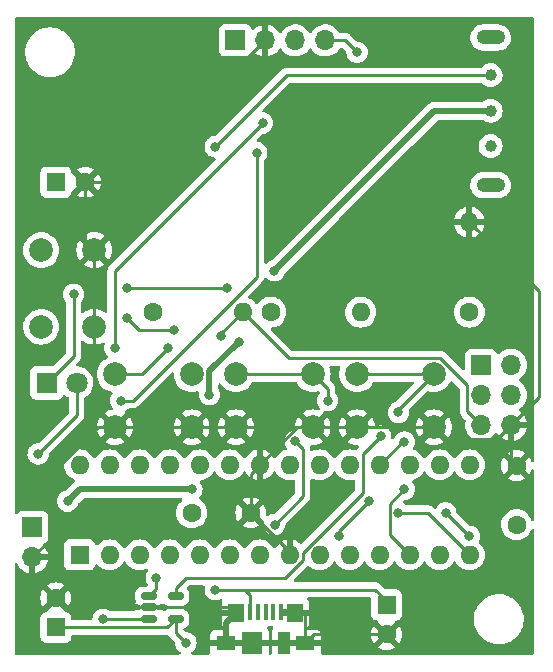
<source format=gbr>
%TF.GenerationSoftware,KiCad,Pcbnew,(6.0.2-0)*%
%TF.CreationDate,2022-04-22T19:08:30+09:30*%
%TF.ProjectId,scrambler,73637261-6d62-46c6-9572-2e6b69636164,1.0*%
%TF.SameCoordinates,Original*%
%TF.FileFunction,Copper,L1,Top*%
%TF.FilePolarity,Positive*%
%FSLAX46Y46*%
G04 Gerber Fmt 4.6, Leading zero omitted, Abs format (unit mm)*
G04 Created by KiCad (PCBNEW (6.0.2-0)) date 2022-04-22 19:08:30*
%MOMM*%
%LPD*%
G01*
G04 APERTURE LIST*
G04 Aperture macros list*
%AMRoundRect*
0 Rectangle with rounded corners*
0 $1 Rounding radius*
0 $2 $3 $4 $5 $6 $7 $8 $9 X,Y pos of 4 corners*
0 Add a 4 corners polygon primitive as box body*
4,1,4,$2,$3,$4,$5,$6,$7,$8,$9,$2,$3,0*
0 Add four circle primitives for the rounded corners*
1,1,$1+$1,$2,$3*
1,1,$1+$1,$4,$5*
1,1,$1+$1,$6,$7*
1,1,$1+$1,$8,$9*
0 Add four rect primitives between the rounded corners*
20,1,$1+$1,$2,$3,$4,$5,0*
20,1,$1+$1,$4,$5,$6,$7,0*
20,1,$1+$1,$6,$7,$8,$9,0*
20,1,$1+$1,$8,$9,$2,$3,0*%
G04 Aperture macros list end*
%TA.AperFunction,ComponentPad*%
%ADD10C,2.000000*%
%TD*%
%TA.AperFunction,ComponentPad*%
%ADD11C,1.600000*%
%TD*%
%TA.AperFunction,ComponentPad*%
%ADD12R,1.600000X1.600000*%
%TD*%
%TA.AperFunction,ComponentPad*%
%ADD13O,1.600000X1.600000*%
%TD*%
%TA.AperFunction,SMDPad,CuDef*%
%ADD14RoundRect,0.150000X-0.512500X-0.150000X0.512500X-0.150000X0.512500X0.150000X-0.512500X0.150000X0*%
%TD*%
%TA.AperFunction,ComponentPad*%
%ADD15R,1.800000X1.800000*%
%TD*%
%TA.AperFunction,ComponentPad*%
%ADD16C,1.800000*%
%TD*%
%TA.AperFunction,ComponentPad*%
%ADD17R,1.700000X1.700000*%
%TD*%
%TA.AperFunction,ComponentPad*%
%ADD18O,1.700000X1.700000*%
%TD*%
%TA.AperFunction,ComponentPad*%
%ADD19C,1.008000*%
%TD*%
%TA.AperFunction,ComponentPad*%
%ADD20O,2.416000X1.208000*%
%TD*%
%TA.AperFunction,SMDPad,CuDef*%
%ADD21R,0.450000X1.380000*%
%TD*%
%TA.AperFunction,SMDPad,CuDef*%
%ADD22R,1.650000X1.300000*%
%TD*%
%TA.AperFunction,SMDPad,CuDef*%
%ADD23R,1.000000X1.900000*%
%TD*%
%TA.AperFunction,SMDPad,CuDef*%
%ADD24R,1.425000X1.550000*%
%TD*%
%TA.AperFunction,SMDPad,CuDef*%
%ADD25R,1.800000X1.900000*%
%TD*%
%TA.AperFunction,ViaPad*%
%ADD26C,0.800000*%
%TD*%
%TA.AperFunction,Conductor*%
%ADD27C,0.500000*%
%TD*%
%TA.AperFunction,Conductor*%
%ADD28C,0.250000*%
%TD*%
G04 APERTURE END LIST*
D10*
%TO.P,SW1,1,1*%
%TO.N,/RST*%
X32890000Y-58890000D03*
X32890000Y-52390000D03*
%TO.P,SW1,2,2*%
%TO.N,GND*%
X37390000Y-52390000D03*
X37390000Y-58890000D03*
%TD*%
D11*
%TO.P,C3,1*%
%TO.N,+5V*%
X73140000Y-75640000D03*
%TO.P,C3,2*%
%TO.N,GND*%
X73140000Y-70640000D03*
%TD*%
D10*
%TO.P,SW4,1,1*%
%TO.N,Net-(U2-Pad12)*%
X59640000Y-62890000D03*
X66140000Y-62890000D03*
%TO.P,SW4,2,2*%
%TO.N,GND*%
X66140000Y-67390000D03*
X59640000Y-67390000D03*
%TD*%
D12*
%TO.P,C1,1*%
%TO.N,Net-(C1-Pad1)*%
X34140000Y-84345113D03*
D11*
%TO.P,C1,2*%
%TO.N,GND*%
X34140000Y-81845113D03*
%TD*%
D12*
%TO.P,C2,1*%
%TO.N,Net-(C1-Pad1)*%
X62140000Y-82434888D03*
D11*
%TO.P,C2,2*%
%TO.N,GND*%
X62140000Y-84934888D03*
%TD*%
%TO.P,R3,1*%
%TO.N,+5V*%
X42330000Y-57640000D03*
D13*
%TO.P,R3,2*%
%TO.N,/RST*%
X49950000Y-57640000D03*
%TD*%
D10*
%TO.P,SW3,1,1*%
%TO.N,Net-(U2-Pad13)*%
X55890000Y-62890000D03*
X49390000Y-62890000D03*
%TO.P,SW3,2,2*%
%TO.N,GND*%
X49390000Y-67390000D03*
X55890000Y-67390000D03*
%TD*%
%TO.P,SW5,1,1*%
%TO.N,Net-(U2-Pad14)*%
X45640000Y-62890000D03*
X39140000Y-62890000D03*
%TO.P,SW5,2,2*%
%TO.N,GND*%
X45640000Y-67390000D03*
X39140000Y-67390000D03*
%TD*%
D12*
%TO.P,C5,1*%
%TO.N,+5V*%
X34140000Y-46640000D03*
D11*
%TO.P,C5,2*%
%TO.N,GND*%
X36640000Y-46640000D03*
%TD*%
D14*
%TO.P,U1,1,STAT*%
%TO.N,Net-(R2-Pad2)*%
X42002500Y-81690000D03*
%TO.P,U1,2,VSS*%
%TO.N,GND*%
X42002500Y-82640000D03*
%TO.P,U1,3,VBAT*%
%TO.N,Net-(U1-Pad3)*%
X42002500Y-83590000D03*
%TO.P,U1,4,VDD*%
%TO.N,Net-(C1-Pad1)*%
X44277500Y-83590000D03*
%TO.P,U1,5,PROG*%
%TO.N,Net-(R1-Pad1)*%
X44277500Y-81690000D03*
%TD*%
D11*
%TO.P,C4,1*%
%TO.N,+5V*%
X45640000Y-74640000D03*
%TO.P,C4,2*%
%TO.N,GND*%
X50640000Y-74640000D03*
%TD*%
%TO.P,R2,1*%
%TO.N,Net-(D1-Pad1)*%
X52330000Y-57640000D03*
D13*
%TO.P,R2,2*%
%TO.N,Net-(R2-Pad2)*%
X59950000Y-57640000D03*
%TD*%
D11*
%TO.P,R1,1*%
%TO.N,Net-(R1-Pad1)*%
X69140000Y-57640000D03*
D13*
%TO.P,R1,2*%
%TO.N,GND*%
X69140000Y-50020000D03*
%TD*%
D15*
%TO.P,D1,1,K*%
%TO.N,Net-(D1-Pad1)*%
X33365000Y-63640000D03*
D16*
%TO.P,D1,2,A*%
%TO.N,Net-(C1-Pad1)*%
X35905000Y-63640000D03*
%TD*%
D17*
%TO.P,BT1,1,+*%
%TO.N,Net-(BT1-Pad1)*%
X32140000Y-75865000D03*
D18*
%TO.P,BT1,2,-*%
%TO.N,GND*%
X32140000Y-78405000D03*
%TD*%
D19*
%TO.P,SW2,1,A*%
%TO.N,+5V*%
X70940000Y-43590000D03*
%TO.P,SW2,2,B*%
%TO.N,Net-(BT1-Pad1)*%
X70940000Y-40590000D03*
%TO.P,SW2,3,C*%
%TO.N,Net-(U1-Pad3)*%
X70940000Y-37590000D03*
D20*
%TO.P,SW2,GND*%
%TO.N,N/C*%
X70940000Y-46890000D03*
X70940000Y-34390000D03*
%TD*%
D21*
%TO.P,J3,1,VBUS*%
%TO.N,Net-(C1-Pad1)*%
X50590000Y-83030000D03*
%TO.P,J3,2,D-*%
%TO.N,unconnected-(J3-Pad2)*%
X51240000Y-83030000D03*
%TO.P,J3,3,D+*%
%TO.N,unconnected-(J3-Pad3)*%
X51890000Y-83030000D03*
%TO.P,J3,4,ID*%
%TO.N,unconnected-(J3-Pad4)*%
X52540000Y-83030000D03*
%TO.P,J3,5,GND*%
%TO.N,GND*%
X53190000Y-83030000D03*
D22*
%TO.P,J3,6,Shield*%
X55265000Y-85690000D03*
D23*
X53440000Y-85690000D03*
D24*
X49402500Y-83115000D03*
X54377500Y-83115000D03*
D22*
X48515000Y-85690000D03*
D25*
X50740000Y-85690000D03*
%TD*%
D17*
%TO.P,J1,1,Pin_1*%
%TO.N,+5V*%
X49340000Y-34640000D03*
D18*
%TO.P,J1,2,Pin_2*%
%TO.N,GND*%
X51880000Y-34640000D03*
%TO.P,J1,3,Pin_3*%
%TO.N,Net-(J1-Pad3)*%
X54420000Y-34640000D03*
%TO.P,J1,4,Pin_4*%
%TO.N,Net-(J1-Pad4)*%
X56960000Y-34640000D03*
%TD*%
D12*
%TO.P,U2,1,~{RESET}/PC6*%
%TO.N,/RST*%
X36140000Y-78190000D03*
D13*
%TO.P,U2,2,PD0*%
%TO.N,unconnected-(U2-Pad2)*%
X38680000Y-78190000D03*
%TO.P,U2,3,PD1*%
%TO.N,unconnected-(U2-Pad3)*%
X41220000Y-78190000D03*
%TO.P,U2,4,PD2*%
%TO.N,unconnected-(U2-Pad4)*%
X43760000Y-78190000D03*
%TO.P,U2,5,PD3*%
%TO.N,unconnected-(U2-Pad5)*%
X46300000Y-78190000D03*
%TO.P,U2,6,PD4*%
%TO.N,unconnected-(U2-Pad6)*%
X48840000Y-78190000D03*
%TO.P,U2,7,VCC*%
%TO.N,+5V*%
X51380000Y-78190000D03*
%TO.P,U2,8,GND*%
%TO.N,GND*%
X53920000Y-78190000D03*
%TO.P,U2,9,XTAL1/PB6*%
%TO.N,unconnected-(U2-Pad9)*%
X56460000Y-78190000D03*
%TO.P,U2,10,XTAL2/PB7*%
%TO.N,unconnected-(U2-Pad10)*%
X59000000Y-78190000D03*
%TO.P,U2,11,PD5*%
%TO.N,unconnected-(U2-Pad11)*%
X61540000Y-78190000D03*
%TO.P,U2,12,PD6*%
%TO.N,Net-(U2-Pad12)*%
X64080000Y-78190000D03*
%TO.P,U2,13,PD7*%
%TO.N,Net-(U2-Pad13)*%
X66620000Y-78190000D03*
%TO.P,U2,14,PB0*%
%TO.N,Net-(U2-Pad14)*%
X69160000Y-78190000D03*
%TO.P,U2,15,PB1*%
%TO.N,unconnected-(U2-Pad15)*%
X69160000Y-70570000D03*
%TO.P,U2,16,PB2*%
%TO.N,unconnected-(U2-Pad16)*%
X66620000Y-70570000D03*
%TO.P,U2,17,PB3*%
%TO.N,/MOSI*%
X64080000Y-70570000D03*
%TO.P,U2,18,PB4*%
%TO.N,/MISO*%
X61540000Y-70570000D03*
%TO.P,U2,19,PB5*%
%TO.N,/SCK*%
X59000000Y-70570000D03*
%TO.P,U2,20,AVCC*%
%TO.N,+5V*%
X56460000Y-70570000D03*
%TO.P,U2,21,AREF*%
%TO.N,unconnected-(U2-Pad21)*%
X53920000Y-70570000D03*
%TO.P,U2,22,GND*%
%TO.N,GND*%
X51380000Y-70570000D03*
%TO.P,U2,23,PC0*%
%TO.N,unconnected-(U2-Pad23)*%
X48840000Y-70570000D03*
%TO.P,U2,24,PC1*%
%TO.N,unconnected-(U2-Pad24)*%
X46300000Y-70570000D03*
%TO.P,U2,25,PC2*%
%TO.N,unconnected-(U2-Pad25)*%
X43760000Y-70570000D03*
%TO.P,U2,26,PC3*%
%TO.N,unconnected-(U2-Pad26)*%
X41220000Y-70570000D03*
%TO.P,U2,27,PC4*%
%TO.N,Net-(J1-Pad4)*%
X38680000Y-70570000D03*
%TO.P,U2,28,PC5*%
%TO.N,Net-(J1-Pad3)*%
X36140000Y-70570000D03*
%TD*%
D17*
%TO.P,J2,1,MISO*%
%TO.N,/MISO*%
X70140000Y-62115000D03*
D18*
%TO.P,J2,2,VCC*%
%TO.N,+5V*%
X72680000Y-62115000D03*
%TO.P,J2,3,SCK*%
%TO.N,/SCK*%
X70140000Y-64655000D03*
%TO.P,J2,4,MOSI*%
%TO.N,/MOSI*%
X72680000Y-64655000D03*
%TO.P,J2,5,~{RST}*%
%TO.N,/RST*%
X70140000Y-67195000D03*
%TO.P,J2,6,GND*%
%TO.N,GND*%
X72680000Y-67195000D03*
%TD*%
D26*
%TO.N,Net-(BT1-Pad1)*%
X47140000Y-64640000D03*
X52640000Y-54140000D03*
X45640000Y-72640000D03*
X49640000Y-60140000D03*
X35140000Y-73640000D03*
%TO.N,Net-(C1-Pad1)*%
X47640000Y-81140000D03*
X45140000Y-85640000D03*
X32640000Y-69640000D03*
%TO.N,Net-(D1-Pad1)*%
X48640000Y-55640000D03*
X35640000Y-56140000D03*
X40140000Y-55640000D03*
%TO.N,Net-(J1-Pad3)*%
X51640000Y-41640000D03*
X39140000Y-60640000D03*
%TO.N,Net-(J1-Pad4)*%
X39640000Y-65140000D03*
X51140000Y-44140000D03*
X59640000Y-35640000D03*
%TO.N,/MISO*%
X63640000Y-68640000D03*
%TO.N,/SCK*%
X58140000Y-76640000D03*
X60640000Y-73640000D03*
%TO.N,/RST*%
X40140000Y-58140000D03*
X44140000Y-59140000D03*
X48140000Y-59640000D03*
%TO.N,Net-(R1-Pad1)*%
X61640000Y-68140000D03*
%TO.N,Net-(R2-Pad2)*%
X42640000Y-80140000D03*
X52652299Y-75627701D03*
X54398774Y-68575824D03*
%TO.N,Net-(U1-Pad3)*%
X38140000Y-83620613D03*
X47640000Y-43640000D03*
%TO.N,Net-(U2-Pad13)*%
X67140000Y-74640000D03*
X57140000Y-65140000D03*
X69140000Y-76640000D03*
%TO.N,Net-(U2-Pad12)*%
X63140000Y-66140000D03*
X63640000Y-72640000D03*
%TO.N,Net-(U2-Pad14)*%
X43640000Y-60640000D03*
X63140000Y-74640000D03*
%TD*%
D27*
%TO.N,Net-(BT1-Pad1)*%
X70940000Y-40590000D02*
X67190000Y-40590000D01*
X45640000Y-72640000D02*
X36140000Y-72640000D01*
X66190000Y-40590000D02*
X52640000Y-54140000D01*
X36140000Y-72640000D02*
X35140000Y-73640000D01*
X67190000Y-40590000D02*
X66190000Y-40590000D01*
X49640000Y-60140000D02*
X47140000Y-62640000D01*
X47140000Y-62640000D02*
X47140000Y-64640000D01*
D28*
%TO.N,GND*%
X55115000Y-83115000D02*
X55265000Y-83265000D01*
D27*
X48515000Y-85690000D02*
X50740000Y-85690000D01*
D28*
X72680000Y-70180000D02*
X73140000Y-70640000D01*
X54292500Y-83030000D02*
X54377500Y-83115000D01*
X69140000Y-50020000D02*
X75014980Y-55894980D01*
X34140000Y-81845113D02*
X34934887Y-82640000D01*
X75014980Y-64860020D02*
X72680000Y-67195000D01*
X39140000Y-67390000D02*
X37725787Y-67390000D01*
X53920000Y-77920000D02*
X53920000Y-78190000D01*
X45640000Y-67390000D02*
X49390000Y-67390000D01*
X39880000Y-46640000D02*
X36640000Y-46640000D01*
X66140000Y-67390000D02*
X59640000Y-67390000D01*
X50640000Y-71310000D02*
X51380000Y-70570000D01*
X34934887Y-82640000D02*
X42002500Y-82640000D01*
D27*
X48515000Y-84002500D02*
X49402500Y-83115000D01*
D28*
X49390000Y-67390000D02*
X55890000Y-67390000D01*
X37390000Y-65640000D02*
X39140000Y-67390000D01*
X37390000Y-52390000D02*
X37390000Y-58890000D01*
X37725787Y-67390000D02*
X33640000Y-71475787D01*
D27*
X48515000Y-85690000D02*
X48515000Y-84002500D01*
D28*
X54377500Y-83115000D02*
X55115000Y-83115000D01*
X36640000Y-46640000D02*
X36640000Y-51640000D01*
X55265000Y-83265000D02*
X55265000Y-85690000D01*
X62140000Y-84934888D02*
X56020112Y-84934888D01*
X32140000Y-79845113D02*
X34140000Y-81845113D01*
X36640000Y-51640000D02*
X37390000Y-52390000D01*
X53190000Y-83030000D02*
X54292500Y-83030000D01*
X48927500Y-82640000D02*
X49402500Y-83115000D01*
X33640000Y-71475787D02*
X33640000Y-76905000D01*
X67140000Y-68390000D02*
X71485000Y-68390000D01*
X32140000Y-78405000D02*
X32140000Y-79845113D01*
X45640000Y-67390000D02*
X39140000Y-67390000D01*
X66140000Y-67390000D02*
X67140000Y-68390000D01*
X56020112Y-84934888D02*
X55265000Y-85690000D01*
D27*
X53440000Y-85690000D02*
X55265000Y-85690000D01*
X53440000Y-85690000D02*
X50740000Y-85690000D01*
D28*
X50640000Y-74640000D02*
X53920000Y-77920000D01*
X33640000Y-76905000D02*
X32140000Y-78405000D01*
X50640000Y-74640000D02*
X50640000Y-71310000D01*
X51880000Y-34640000D02*
X39880000Y-46640000D01*
X72680000Y-67195000D02*
X72680000Y-70180000D01*
X59640000Y-67390000D02*
X55890000Y-67390000D01*
X71485000Y-68390000D02*
X72680000Y-67195000D01*
X75014980Y-55894980D02*
X75014980Y-64860020D01*
X54560000Y-67390000D02*
X51380000Y-70570000D01*
X37390000Y-58890000D02*
X37390000Y-65640000D01*
X55890000Y-67390000D02*
X54560000Y-67390000D01*
X42002500Y-82640000D02*
X48927500Y-82640000D01*
%TO.N,Net-(C1-Pad1)*%
X43522387Y-84345113D02*
X44277500Y-83590000D01*
X34140000Y-84345113D02*
X43522387Y-84345113D01*
X47640000Y-81140000D02*
X50140000Y-81140000D01*
X32640000Y-69640000D02*
X35905000Y-66375000D01*
X62140000Y-82140000D02*
X61140000Y-81140000D01*
X50140000Y-81140000D02*
X50590000Y-81590000D01*
X35905000Y-66375000D02*
X35905000Y-63640000D01*
X62140000Y-82434888D02*
X62140000Y-82140000D01*
X50590000Y-81590000D02*
X50590000Y-83030000D01*
X61140000Y-81140000D02*
X50140000Y-81140000D01*
X44277500Y-83590000D02*
X44277500Y-84777500D01*
X44277500Y-84777500D02*
X45140000Y-85640000D01*
D27*
%TO.N,+5V*%
X42330000Y-57640000D02*
X42469511Y-57779511D01*
D28*
%TO.N,Net-(D1-Pad1)*%
X35640000Y-61365000D02*
X35640000Y-56140000D01*
X33365000Y-63640000D02*
X35640000Y-61365000D01*
X40140000Y-55640000D02*
X48640000Y-55640000D01*
%TO.N,Net-(J1-Pad3)*%
X39140000Y-54140000D02*
X39140000Y-60640000D01*
X51640000Y-41640000D02*
X39140000Y-54140000D01*
%TO.N,Net-(J1-Pad4)*%
X58640000Y-34640000D02*
X59640000Y-35640000D01*
X51140000Y-54639999D02*
X40639999Y-65140000D01*
X40639999Y-65140000D02*
X39640000Y-65140000D01*
X56960000Y-34640000D02*
X58640000Y-34640000D01*
X51140000Y-44140000D02*
X51140000Y-54639999D01*
%TO.N,/MISO*%
X63470000Y-68640000D02*
X61540000Y-70570000D01*
X63640000Y-68640000D02*
X63470000Y-68640000D01*
%TO.N,/SCK*%
X58140000Y-76640000D02*
X58140000Y-76140000D01*
X58140000Y-76140000D02*
X60640000Y-73640000D01*
%TO.N,/RST*%
X66688632Y-61565489D02*
X68965489Y-63842346D01*
X53875489Y-61565489D02*
X66688632Y-61565489D01*
X41140000Y-59140000D02*
X40140000Y-58140000D01*
X48140000Y-59450000D02*
X48140000Y-59640000D01*
X49950000Y-57640000D02*
X48140000Y-59450000D01*
X68965489Y-66020489D02*
X70140000Y-67195000D01*
X49950000Y-57640000D02*
X53875489Y-61565489D01*
X68965489Y-63842346D02*
X68965489Y-66020489D01*
X44140000Y-59140000D02*
X41140000Y-59140000D01*
%TO.N,Net-(R1-Pad1)*%
X45140000Y-80140000D02*
X53560300Y-80140000D01*
X60124511Y-69655489D02*
X61640000Y-68140000D01*
X44277500Y-81002500D02*
X45140000Y-80140000D01*
X53560300Y-80140000D02*
X55044511Y-78655789D01*
X44277500Y-81690000D02*
X44277500Y-81002500D01*
X60124511Y-72935189D02*
X60124511Y-69655489D01*
X55044511Y-78015189D02*
X60124511Y-72935189D01*
X55044511Y-78655789D02*
X55044511Y-78015189D01*
%TO.N,Net-(R2-Pad2)*%
X55044511Y-73235489D02*
X52652299Y-75627701D01*
X54398774Y-68575824D02*
X55044511Y-69221561D01*
X55044511Y-69221561D02*
X55044511Y-73235489D01*
X42640000Y-80140000D02*
X42640000Y-81052500D01*
X42640000Y-81052500D02*
X42002500Y-81690000D01*
%TO.N,Net-(U1-Pad3)*%
X47640000Y-43640000D02*
X53690000Y-37590000D01*
X42002500Y-83590000D02*
X38170613Y-83590000D01*
X53690000Y-37590000D02*
X70940000Y-37590000D01*
X38170613Y-83590000D02*
X38140000Y-83620613D01*
%TO.N,Net-(U2-Pad13)*%
X55890000Y-62890000D02*
X57140000Y-64140000D01*
X57140000Y-64140000D02*
X57140000Y-65140000D01*
X67140000Y-74640000D02*
X69140000Y-76640000D01*
X49390000Y-62890000D02*
X55890000Y-62890000D01*
%TO.N,Net-(U2-Pad12)*%
X62415489Y-76525489D02*
X64080000Y-78190000D01*
X59640000Y-62890000D02*
X66140000Y-62890000D01*
X63140000Y-65890000D02*
X63140000Y-66140000D01*
X63640000Y-72640000D02*
X62415489Y-73864511D01*
X62415489Y-73864511D02*
X62415489Y-76525489D01*
X66140000Y-62890000D02*
X63140000Y-65890000D01*
%TO.N,Net-(U2-Pad14)*%
X41390000Y-62890000D02*
X43640000Y-60640000D01*
X65610000Y-74640000D02*
X69160000Y-78190000D01*
X63140000Y-74640000D02*
X65610000Y-74640000D01*
X39140000Y-62890000D02*
X41390000Y-62890000D01*
%TD*%
%TA.AperFunction,Conductor*%
%TO.N,GND*%
G36*
X74574121Y-32668002D02*
G01*
X74620614Y-32721658D01*
X74632000Y-32774000D01*
X74632000Y-70197430D01*
X74611998Y-70265551D01*
X74558342Y-70312044D01*
X74488068Y-70322148D01*
X74423488Y-70292654D01*
X74384293Y-70230041D01*
X74375236Y-70196239D01*
X74371490Y-70185947D01*
X74279414Y-69988489D01*
X74273931Y-69978994D01*
X74237491Y-69926952D01*
X74227012Y-69918576D01*
X74213566Y-69925644D01*
X73512022Y-70627188D01*
X73504408Y-70641132D01*
X73504539Y-70642965D01*
X73508790Y-70649580D01*
X74214287Y-71355077D01*
X74226062Y-71361507D01*
X74238077Y-71352211D01*
X74273931Y-71301006D01*
X74279414Y-71291511D01*
X74371490Y-71094053D01*
X74375236Y-71083761D01*
X74384293Y-71049959D01*
X74421245Y-70989336D01*
X74485105Y-70958315D01*
X74555600Y-70966743D01*
X74610347Y-71011946D01*
X74632000Y-71082570D01*
X74632000Y-75195500D01*
X74611998Y-75263621D01*
X74558342Y-75310114D01*
X74488068Y-75320218D01*
X74423488Y-75290724D01*
X74384293Y-75228111D01*
X74375707Y-75196067D01*
X74375706Y-75196065D01*
X74374284Y-75190757D01*
X74329271Y-75094225D01*
X74279849Y-74988238D01*
X74279846Y-74988233D01*
X74277523Y-74983251D01*
X74146198Y-74795700D01*
X73984300Y-74633802D01*
X73979792Y-74630645D01*
X73979789Y-74630643D01*
X73901611Y-74575902D01*
X73796749Y-74502477D01*
X73791767Y-74500154D01*
X73791762Y-74500151D01*
X73594225Y-74408039D01*
X73594224Y-74408039D01*
X73589243Y-74405716D01*
X73583935Y-74404294D01*
X73583933Y-74404293D01*
X73373402Y-74347881D01*
X73373400Y-74347881D01*
X73368087Y-74346457D01*
X73140000Y-74326502D01*
X72911913Y-74346457D01*
X72906600Y-74347881D01*
X72906598Y-74347881D01*
X72696067Y-74404293D01*
X72696065Y-74404294D01*
X72690757Y-74405716D01*
X72685776Y-74408039D01*
X72685775Y-74408039D01*
X72488238Y-74500151D01*
X72488233Y-74500154D01*
X72483251Y-74502477D01*
X72378389Y-74575902D01*
X72300211Y-74630643D01*
X72300208Y-74630645D01*
X72295700Y-74633802D01*
X72133802Y-74795700D01*
X72002477Y-74983251D01*
X72000154Y-74988233D01*
X72000151Y-74988238D01*
X71950729Y-75094225D01*
X71905716Y-75190757D01*
X71904294Y-75196065D01*
X71904293Y-75196067D01*
X71847881Y-75406598D01*
X71846457Y-75411913D01*
X71826502Y-75640000D01*
X71846457Y-75868087D01*
X71847881Y-75873400D01*
X71847881Y-75873402D01*
X71883138Y-76004980D01*
X71905716Y-76089243D01*
X71908039Y-76094224D01*
X71908039Y-76094225D01*
X72000151Y-76291762D01*
X72000154Y-76291767D01*
X72002477Y-76296749D01*
X72005634Y-76301257D01*
X72120567Y-76465398D01*
X72133802Y-76484300D01*
X72295700Y-76646198D01*
X72300208Y-76649355D01*
X72300211Y-76649357D01*
X72338860Y-76676419D01*
X72483251Y-76777523D01*
X72488233Y-76779846D01*
X72488238Y-76779849D01*
X72685775Y-76871961D01*
X72690757Y-76874284D01*
X72696065Y-76875706D01*
X72696067Y-76875707D01*
X72906598Y-76932119D01*
X72906600Y-76932119D01*
X72911913Y-76933543D01*
X73140000Y-76953498D01*
X73368087Y-76933543D01*
X73373400Y-76932119D01*
X73373402Y-76932119D01*
X73583933Y-76875707D01*
X73583935Y-76875706D01*
X73589243Y-76874284D01*
X73594225Y-76871961D01*
X73791762Y-76779849D01*
X73791767Y-76779846D01*
X73796749Y-76777523D01*
X73941140Y-76676419D01*
X73979789Y-76649357D01*
X73979792Y-76649355D01*
X73984300Y-76646198D01*
X74146198Y-76484300D01*
X74159434Y-76465398D01*
X74274366Y-76301257D01*
X74277523Y-76296749D01*
X74279846Y-76291767D01*
X74279849Y-76291762D01*
X74371961Y-76094225D01*
X74371961Y-76094224D01*
X74374284Y-76089243D01*
X74384293Y-76051889D01*
X74421245Y-75991266D01*
X74485105Y-75960245D01*
X74555600Y-75968673D01*
X74610347Y-76013876D01*
X74632000Y-76084500D01*
X74632000Y-86506000D01*
X74611998Y-86574121D01*
X74558342Y-86620614D01*
X74506000Y-86632000D01*
X56704899Y-86632000D01*
X56636778Y-86611998D01*
X56590285Y-86558342D01*
X56580181Y-86488068D01*
X56586918Y-86461769D01*
X56588477Y-86457609D01*
X56592105Y-86442351D01*
X56597631Y-86391486D01*
X56598000Y-86384672D01*
X56598000Y-86020950D01*
X61418493Y-86020950D01*
X61427789Y-86032965D01*
X61478994Y-86068819D01*
X61488489Y-86074302D01*
X61685947Y-86166378D01*
X61696239Y-86170124D01*
X61906688Y-86226513D01*
X61917481Y-86228416D01*
X62134525Y-86247405D01*
X62145475Y-86247405D01*
X62362519Y-86228416D01*
X62373312Y-86226513D01*
X62583761Y-86170124D01*
X62594053Y-86166378D01*
X62791511Y-86074302D01*
X62801006Y-86068819D01*
X62853048Y-86032379D01*
X62861424Y-86021900D01*
X62854356Y-86008454D01*
X62152812Y-85306910D01*
X62138868Y-85299296D01*
X62137035Y-85299427D01*
X62130420Y-85303678D01*
X61424923Y-86009175D01*
X61418493Y-86020950D01*
X56598000Y-86020950D01*
X56598000Y-85962115D01*
X56593525Y-85946876D01*
X56592135Y-85945671D01*
X56584452Y-85944000D01*
X52450116Y-85944000D01*
X52434877Y-85948475D01*
X52433672Y-85949865D01*
X52432001Y-85957548D01*
X52432001Y-86506000D01*
X52411999Y-86574121D01*
X52358343Y-86620614D01*
X52306001Y-86632000D01*
X52274000Y-86632000D01*
X52205879Y-86611998D01*
X52159386Y-86558342D01*
X52148000Y-86506000D01*
X52148000Y-85962115D01*
X52143525Y-85946876D01*
X52142135Y-85945671D01*
X52134452Y-85944000D01*
X47200116Y-85944000D01*
X47184877Y-85948475D01*
X47183672Y-85949865D01*
X47182001Y-85957548D01*
X47182001Y-86384669D01*
X47182371Y-86391490D01*
X47187895Y-86442352D01*
X47191522Y-86457607D01*
X47193082Y-86461769D01*
X47193336Y-86465238D01*
X47193349Y-86465293D01*
X47193340Y-86465295D01*
X47198266Y-86532576D01*
X47164347Y-86594945D01*
X47102092Y-86629075D01*
X47075101Y-86632000D01*
X45708049Y-86632000D01*
X45639928Y-86611998D01*
X45593435Y-86558342D01*
X45583331Y-86488068D01*
X45612825Y-86423488D01*
X45633988Y-86404064D01*
X45651301Y-86391486D01*
X45751253Y-86318866D01*
X45815597Y-86247405D01*
X45874621Y-86181852D01*
X45874622Y-86181851D01*
X45879040Y-86176944D01*
X45941466Y-86068819D01*
X45971223Y-86017279D01*
X45971224Y-86017278D01*
X45974527Y-86011556D01*
X46033542Y-85829928D01*
X46053504Y-85640000D01*
X46033542Y-85450072D01*
X45974527Y-85268444D01*
X45879040Y-85103056D01*
X45782042Y-84995328D01*
X45755675Y-84966045D01*
X45755674Y-84966044D01*
X45751253Y-84961134D01*
X45596752Y-84848882D01*
X45590724Y-84846198D01*
X45590722Y-84846197D01*
X45428319Y-84773891D01*
X45428318Y-84773891D01*
X45422288Y-84771206D01*
X45328888Y-84751353D01*
X45241944Y-84732872D01*
X45241939Y-84732872D01*
X45235487Y-84731500D01*
X45179595Y-84731500D01*
X45111474Y-84711498D01*
X45090500Y-84694595D01*
X44965164Y-84569259D01*
X44931138Y-84506947D01*
X44936203Y-84436132D01*
X44978750Y-84379296D01*
X45019105Y-84359167D01*
X45030357Y-84355898D01*
X45053601Y-84349145D01*
X45127950Y-84305175D01*
X45189980Y-84268491D01*
X45189983Y-84268489D01*
X45196807Y-84264453D01*
X45314453Y-84146807D01*
X45318489Y-84139983D01*
X45318491Y-84139980D01*
X45395108Y-84010427D01*
X45399145Y-84003601D01*
X45402414Y-83992351D01*
X45417191Y-83941486D01*
X45445562Y-83843831D01*
X45447211Y-83822888D01*
X45448307Y-83808958D01*
X45448307Y-83808950D01*
X45448500Y-83806502D01*
X45448500Y-83373498D01*
X45448307Y-83371042D01*
X45446067Y-83342579D01*
X45446066Y-83342574D01*
X45445562Y-83336169D01*
X45413707Y-83226522D01*
X45401357Y-83184012D01*
X45401356Y-83184010D01*
X45399145Y-83176399D01*
X45347686Y-83089387D01*
X45318491Y-83040020D01*
X45318489Y-83040017D01*
X45314453Y-83033193D01*
X45196807Y-82915547D01*
X45189983Y-82911511D01*
X45189980Y-82911509D01*
X45060427Y-82834892D01*
X45060428Y-82834892D01*
X45053601Y-82830855D01*
X45045990Y-82828644D01*
X45045988Y-82828643D01*
X44993769Y-82813472D01*
X44893831Y-82784438D01*
X44887426Y-82783934D01*
X44887421Y-82783933D01*
X44858958Y-82781693D01*
X44858950Y-82781693D01*
X44856502Y-82781500D01*
X43698498Y-82781500D01*
X43696050Y-82781693D01*
X43696042Y-82781693D01*
X43667579Y-82783933D01*
X43667574Y-82783934D01*
X43661169Y-82784438D01*
X43561231Y-82813472D01*
X43509012Y-82828643D01*
X43509010Y-82828644D01*
X43501399Y-82830855D01*
X43358193Y-82915547D01*
X43352584Y-82921156D01*
X43347114Y-82925399D01*
X43281029Y-82951346D01*
X43211406Y-82937445D01*
X43169884Y-82899554D01*
X43157630Y-82894000D01*
X42919842Y-82894000D01*
X42855703Y-82876453D01*
X42806665Y-82847452D01*
X42778601Y-82830855D01*
X42770990Y-82828644D01*
X42770988Y-82828643D01*
X42718769Y-82813472D01*
X42618831Y-82784438D01*
X42612426Y-82783934D01*
X42612421Y-82783933D01*
X42583958Y-82781693D01*
X42583950Y-82781693D01*
X42581502Y-82781500D01*
X41423498Y-82781500D01*
X41421050Y-82781693D01*
X41421042Y-82781693D01*
X41392579Y-82783933D01*
X41392574Y-82783934D01*
X41386169Y-82784438D01*
X41286231Y-82813472D01*
X41234012Y-82828643D01*
X41234010Y-82828644D01*
X41226399Y-82830855D01*
X41198335Y-82847452D01*
X41149297Y-82876453D01*
X41085158Y-82894000D01*
X40853122Y-82894000D01*
X40837883Y-82898475D01*
X40825285Y-82913013D01*
X40765559Y-82951396D01*
X40730061Y-82956500D01*
X38812499Y-82956500D01*
X38744378Y-82936498D01*
X38738438Y-82932436D01*
X38602094Y-82833376D01*
X38602093Y-82833375D01*
X38596752Y-82829495D01*
X38590724Y-82826811D01*
X38590722Y-82826810D01*
X38428319Y-82754504D01*
X38428318Y-82754504D01*
X38422288Y-82751819D01*
X38328888Y-82731966D01*
X38241944Y-82713485D01*
X38241939Y-82713485D01*
X38235487Y-82712113D01*
X38044513Y-82712113D01*
X38038061Y-82713485D01*
X38038056Y-82713485D01*
X37951112Y-82731966D01*
X37857712Y-82751819D01*
X37851682Y-82754504D01*
X37851681Y-82754504D01*
X37689278Y-82826810D01*
X37689276Y-82826811D01*
X37683248Y-82829495D01*
X37677907Y-82833375D01*
X37677906Y-82833376D01*
X37643844Y-82858124D01*
X37528747Y-82941747D01*
X37524326Y-82946657D01*
X37524325Y-82946658D01*
X37464627Y-83012960D01*
X37400960Y-83083669D01*
X37351363Y-83169573D01*
X37318484Y-83226522D01*
X37305473Y-83249057D01*
X37246458Y-83430685D01*
X37245768Y-83437246D01*
X37245768Y-83437248D01*
X37228790Y-83598784D01*
X37201777Y-83664440D01*
X37143555Y-83705070D01*
X37103480Y-83711613D01*
X35574500Y-83711613D01*
X35506379Y-83691611D01*
X35459886Y-83637955D01*
X35448500Y-83585613D01*
X35448500Y-83496979D01*
X35441745Y-83434797D01*
X35390615Y-83298408D01*
X35303261Y-83181852D01*
X35186705Y-83094498D01*
X35050316Y-83043368D01*
X35006748Y-83038635D01*
X34991514Y-83036980D01*
X34991511Y-83036980D01*
X34988134Y-83036613D01*
X34984815Y-83036613D01*
X34917890Y-83012960D01*
X34882196Y-82966957D01*
X34880266Y-82967972D01*
X34874558Y-82957113D01*
X34874368Y-82956868D01*
X34874347Y-82956710D01*
X34854356Y-82918679D01*
X34152812Y-82217135D01*
X34138868Y-82209521D01*
X34137035Y-82209652D01*
X34130420Y-82213903D01*
X33424923Y-82919400D01*
X33402129Y-82961142D01*
X33399953Y-82971142D01*
X33349747Y-83021340D01*
X33296186Y-83036564D01*
X33295281Y-83036613D01*
X33291866Y-83036613D01*
X33288470Y-83036982D01*
X33288468Y-83036982D01*
X33276121Y-83038323D01*
X33229684Y-83043368D01*
X33093295Y-83094498D01*
X32976739Y-83181852D01*
X32889385Y-83298408D01*
X32838255Y-83434797D01*
X32831500Y-83496979D01*
X32831500Y-85193247D01*
X32838255Y-85255429D01*
X32889385Y-85391818D01*
X32976739Y-85508374D01*
X33093295Y-85595728D01*
X33229684Y-85646858D01*
X33291866Y-85653613D01*
X34988134Y-85653613D01*
X35050316Y-85646858D01*
X35186705Y-85595728D01*
X35303261Y-85508374D01*
X35390615Y-85391818D01*
X35441745Y-85255429D01*
X35448500Y-85193247D01*
X35448500Y-85104613D01*
X35468502Y-85036492D01*
X35522158Y-84989999D01*
X35574500Y-84978613D01*
X43443620Y-84978613D01*
X43454803Y-84979140D01*
X43462296Y-84980815D01*
X43470222Y-84980566D01*
X43470223Y-84980566D01*
X43530373Y-84978675D01*
X43534332Y-84978613D01*
X43562243Y-84978613D01*
X43566178Y-84978116D01*
X43566243Y-84978108D01*
X43578087Y-84977175D01*
X43581843Y-84977057D01*
X43583632Y-84977001D01*
X43652347Y-84994856D01*
X43696036Y-85038794D01*
X43701791Y-85048524D01*
X43710488Y-85066276D01*
X43717948Y-85085117D01*
X43722610Y-85091533D01*
X43722610Y-85091534D01*
X43743936Y-85120887D01*
X43750452Y-85130807D01*
X43772958Y-85168862D01*
X43787279Y-85183183D01*
X43800119Y-85198216D01*
X43812028Y-85214607D01*
X43818134Y-85219658D01*
X43846105Y-85242798D01*
X43854884Y-85250788D01*
X44192878Y-85588782D01*
X44226904Y-85651094D01*
X44229092Y-85664703D01*
X44246458Y-85829928D01*
X44305473Y-86011556D01*
X44308776Y-86017278D01*
X44308777Y-86017279D01*
X44338534Y-86068819D01*
X44400960Y-86176944D01*
X44405378Y-86181851D01*
X44405379Y-86181852D01*
X44464403Y-86247405D01*
X44528747Y-86318866D01*
X44628700Y-86391486D01*
X44646012Y-86404064D01*
X44689366Y-86460286D01*
X44695441Y-86531022D01*
X44662310Y-86593814D01*
X44600490Y-86628726D01*
X44571951Y-86632000D01*
X30774000Y-86632000D01*
X30705879Y-86611998D01*
X30659386Y-86558342D01*
X30648000Y-86506000D01*
X30648000Y-81850588D01*
X32827483Y-81850588D01*
X32846472Y-82067632D01*
X32848375Y-82078425D01*
X32904764Y-82288874D01*
X32908510Y-82299166D01*
X33000586Y-82496624D01*
X33006069Y-82506119D01*
X33042509Y-82558161D01*
X33052988Y-82566537D01*
X33066434Y-82559469D01*
X33767978Y-81857925D01*
X33774356Y-81846245D01*
X34504408Y-81846245D01*
X34504539Y-81848078D01*
X34508790Y-81854693D01*
X35214287Y-82560190D01*
X35226062Y-82566620D01*
X35238077Y-82557324D01*
X35273931Y-82506119D01*
X35279414Y-82496624D01*
X35371490Y-82299166D01*
X35375236Y-82288874D01*
X35431625Y-82078425D01*
X35433528Y-82067632D01*
X35452517Y-81850588D01*
X35452517Y-81839638D01*
X35433528Y-81622594D01*
X35431625Y-81611801D01*
X35375236Y-81401352D01*
X35371490Y-81391060D01*
X35279414Y-81193602D01*
X35273931Y-81184107D01*
X35237491Y-81132065D01*
X35227012Y-81123689D01*
X35213566Y-81130757D01*
X34512022Y-81832301D01*
X34504408Y-81846245D01*
X33774356Y-81846245D01*
X33775592Y-81843981D01*
X33775461Y-81842148D01*
X33771210Y-81835533D01*
X33065713Y-81130036D01*
X33053938Y-81123606D01*
X33041923Y-81132902D01*
X33006069Y-81184107D01*
X33000586Y-81193602D01*
X32908510Y-81391060D01*
X32904764Y-81401352D01*
X32848375Y-81611801D01*
X32846472Y-81622594D01*
X32827483Y-81839638D01*
X32827483Y-81850588D01*
X30648000Y-81850588D01*
X30648000Y-80758101D01*
X33418576Y-80758101D01*
X33425644Y-80771547D01*
X34127188Y-81473091D01*
X34141132Y-81480705D01*
X34142965Y-81480574D01*
X34149580Y-81476323D01*
X34855077Y-80770826D01*
X34861507Y-80759051D01*
X34852211Y-80747036D01*
X34801006Y-80711182D01*
X34791511Y-80705699D01*
X34594053Y-80613623D01*
X34583761Y-80609877D01*
X34373312Y-80553488D01*
X34362519Y-80551585D01*
X34145475Y-80532596D01*
X34134525Y-80532596D01*
X33917481Y-80551585D01*
X33906688Y-80553488D01*
X33696239Y-80609877D01*
X33685947Y-80613623D01*
X33488489Y-80705699D01*
X33478994Y-80711182D01*
X33426952Y-80747622D01*
X33418576Y-80758101D01*
X30648000Y-80758101D01*
X30648000Y-78985595D01*
X30668002Y-78917474D01*
X30721658Y-78870981D01*
X30791932Y-78860877D01*
X30856512Y-78890371D01*
X30890743Y-78938191D01*
X30921770Y-79014603D01*
X30926413Y-79023794D01*
X31037694Y-79205388D01*
X31043777Y-79213699D01*
X31183213Y-79374667D01*
X31190580Y-79381883D01*
X31354434Y-79517916D01*
X31362881Y-79523831D01*
X31546756Y-79631279D01*
X31556042Y-79635729D01*
X31755001Y-79711703D01*
X31764899Y-79714579D01*
X31868250Y-79735606D01*
X31882299Y-79734410D01*
X31886000Y-79724065D01*
X31886000Y-79723517D01*
X32394000Y-79723517D01*
X32398064Y-79737359D01*
X32411478Y-79739393D01*
X32418184Y-79738534D01*
X32428262Y-79736392D01*
X32632255Y-79675191D01*
X32641842Y-79671433D01*
X32833095Y-79577739D01*
X32841945Y-79572464D01*
X33015328Y-79448792D01*
X33023200Y-79442139D01*
X33174052Y-79291812D01*
X33180730Y-79283965D01*
X33305003Y-79111020D01*
X33310313Y-79102183D01*
X33341968Y-79038134D01*
X34831500Y-79038134D01*
X34838255Y-79100316D01*
X34889385Y-79236705D01*
X34976739Y-79353261D01*
X35093295Y-79440615D01*
X35229684Y-79491745D01*
X35291866Y-79498500D01*
X36988134Y-79498500D01*
X37050316Y-79491745D01*
X37186705Y-79440615D01*
X37303261Y-79353261D01*
X37390615Y-79236705D01*
X37441745Y-79100316D01*
X37442917Y-79089526D01*
X37443803Y-79087394D01*
X37444425Y-79084778D01*
X37444848Y-79084879D01*
X37470155Y-79023965D01*
X37528517Y-78983537D01*
X37599471Y-78981078D01*
X37660490Y-79017371D01*
X37667489Y-79026031D01*
X37670643Y-79029789D01*
X37673802Y-79034300D01*
X37835700Y-79196198D01*
X37840208Y-79199355D01*
X37840211Y-79199357D01*
X37854847Y-79209605D01*
X38023251Y-79327523D01*
X38028233Y-79329846D01*
X38028238Y-79329849D01*
X38124352Y-79374667D01*
X38230757Y-79424284D01*
X38236065Y-79425706D01*
X38236067Y-79425707D01*
X38446598Y-79482119D01*
X38446600Y-79482119D01*
X38451913Y-79483543D01*
X38680000Y-79503498D01*
X38908087Y-79483543D01*
X38913400Y-79482119D01*
X38913402Y-79482119D01*
X39123933Y-79425707D01*
X39123935Y-79425706D01*
X39129243Y-79424284D01*
X39235648Y-79374667D01*
X39331762Y-79329849D01*
X39331767Y-79329846D01*
X39336749Y-79327523D01*
X39505153Y-79209605D01*
X39519789Y-79199357D01*
X39519792Y-79199355D01*
X39524300Y-79196198D01*
X39686198Y-79034300D01*
X39693555Y-79023794D01*
X39786978Y-78890371D01*
X39817523Y-78846749D01*
X39819846Y-78841767D01*
X39819849Y-78841762D01*
X39835805Y-78807543D01*
X39882722Y-78754258D01*
X39950999Y-78734797D01*
X40018959Y-78755339D01*
X40064195Y-78807543D01*
X40080151Y-78841762D01*
X40080154Y-78841767D01*
X40082477Y-78846749D01*
X40113022Y-78890371D01*
X40206446Y-79023794D01*
X40213802Y-79034300D01*
X40375700Y-79196198D01*
X40380208Y-79199355D01*
X40380211Y-79199357D01*
X40394847Y-79209605D01*
X40563251Y-79327523D01*
X40568233Y-79329846D01*
X40568238Y-79329849D01*
X40664352Y-79374667D01*
X40770757Y-79424284D01*
X40776065Y-79425706D01*
X40776067Y-79425707D01*
X40986598Y-79482119D01*
X40986600Y-79482119D01*
X40991913Y-79483543D01*
X41220000Y-79503498D01*
X41448087Y-79483543D01*
X41453400Y-79482119D01*
X41453402Y-79482119D01*
X41663933Y-79425707D01*
X41663935Y-79425706D01*
X41669243Y-79424284D01*
X41674225Y-79421961D01*
X41674230Y-79421959D01*
X41784843Y-79370380D01*
X41855034Y-79359719D01*
X41919847Y-79388699D01*
X41958703Y-79448119D01*
X41959266Y-79519114D01*
X41931730Y-79568882D01*
X41900960Y-79603056D01*
X41842686Y-79703990D01*
X41822742Y-79738534D01*
X41805473Y-79768444D01*
X41746458Y-79950072D01*
X41726496Y-80140000D01*
X41746458Y-80329928D01*
X41805473Y-80511556D01*
X41808776Y-80517278D01*
X41808777Y-80517279D01*
X41870054Y-80623414D01*
X41900960Y-80676944D01*
X41905126Y-80681571D01*
X41928938Y-80748307D01*
X41912857Y-80817459D01*
X41861943Y-80866939D01*
X41803143Y-80881500D01*
X41423498Y-80881500D01*
X41421050Y-80881693D01*
X41421042Y-80881693D01*
X41392579Y-80883933D01*
X41392574Y-80883934D01*
X41386169Y-80884438D01*
X41305157Y-80907974D01*
X41234012Y-80928643D01*
X41234010Y-80928644D01*
X41226399Y-80930855D01*
X41219572Y-80934892D01*
X41219573Y-80934892D01*
X41090020Y-81011509D01*
X41090017Y-81011511D01*
X41083193Y-81015547D01*
X40965547Y-81133193D01*
X40961511Y-81140017D01*
X40961509Y-81140020D01*
X40937202Y-81181121D01*
X40880855Y-81276399D01*
X40834438Y-81436169D01*
X40831500Y-81473498D01*
X40831500Y-81906502D01*
X40831693Y-81908950D01*
X40831693Y-81908958D01*
X40833649Y-81933803D01*
X40834438Y-81943831D01*
X40880855Y-82103601D01*
X40884889Y-82110423D01*
X40887128Y-82115596D01*
X40895824Y-82186058D01*
X40887128Y-82215674D01*
X40879107Y-82234210D01*
X40840061Y-82368605D01*
X40840101Y-82382706D01*
X40847370Y-82386000D01*
X41085158Y-82386000D01*
X41149297Y-82403547D01*
X41226399Y-82449145D01*
X41234010Y-82451356D01*
X41234012Y-82451357D01*
X41286231Y-82466528D01*
X41386169Y-82495562D01*
X41392574Y-82496066D01*
X41392579Y-82496067D01*
X41421042Y-82498307D01*
X41421050Y-82498307D01*
X41423498Y-82498500D01*
X42581502Y-82498500D01*
X42583950Y-82498307D01*
X42583958Y-82498307D01*
X42612421Y-82496067D01*
X42612426Y-82496066D01*
X42618831Y-82495562D01*
X42718769Y-82466528D01*
X42770988Y-82451357D01*
X42770990Y-82451356D01*
X42778601Y-82449145D01*
X42855703Y-82403547D01*
X42919842Y-82386000D01*
X43151878Y-82386000D01*
X43167116Y-82381526D01*
X43175268Y-82372118D01*
X43234994Y-82333734D01*
X43305990Y-82333734D01*
X43347720Y-82355071D01*
X43352584Y-82358844D01*
X43358193Y-82364453D01*
X43365017Y-82368489D01*
X43365020Y-82368491D01*
X43424297Y-82403547D01*
X43501399Y-82449145D01*
X43509010Y-82451356D01*
X43509012Y-82451357D01*
X43561231Y-82466528D01*
X43661169Y-82495562D01*
X43667574Y-82496066D01*
X43667579Y-82496067D01*
X43696042Y-82498307D01*
X43696050Y-82498307D01*
X43698498Y-82498500D01*
X44856502Y-82498500D01*
X44858950Y-82498307D01*
X44858958Y-82498307D01*
X44887421Y-82496067D01*
X44887426Y-82496066D01*
X44893831Y-82495562D01*
X44993769Y-82466528D01*
X45045988Y-82451357D01*
X45045990Y-82451356D01*
X45053601Y-82449145D01*
X45130703Y-82403547D01*
X45189980Y-82368491D01*
X45189983Y-82368489D01*
X45196807Y-82364453D01*
X45314453Y-82246807D01*
X45318489Y-82239983D01*
X45318491Y-82239980D01*
X45395108Y-82110427D01*
X45399145Y-82103601D01*
X45445562Y-81943831D01*
X45446352Y-81933803D01*
X45448307Y-81908958D01*
X45448307Y-81908950D01*
X45448500Y-81906502D01*
X45448500Y-81473498D01*
X45445562Y-81436169D01*
X45399145Y-81276399D01*
X45342798Y-81181121D01*
X45318491Y-81140020D01*
X45318489Y-81140017D01*
X45314453Y-81133193D01*
X45267677Y-81086417D01*
X45233651Y-81024105D01*
X45238716Y-80953290D01*
X45267677Y-80908227D01*
X45365499Y-80810405D01*
X45427811Y-80776379D01*
X45454594Y-80773500D01*
X46630406Y-80773500D01*
X46698527Y-80793502D01*
X46745020Y-80847158D01*
X46755124Y-80917432D01*
X46750238Y-80938438D01*
X46748498Y-80943792D01*
X46748497Y-80943797D01*
X46746458Y-80950072D01*
X46745768Y-80956633D01*
X46745768Y-80956635D01*
X46741000Y-81002001D01*
X46726496Y-81140000D01*
X46727186Y-81146565D01*
X46740115Y-81269573D01*
X46746458Y-81329928D01*
X46805473Y-81511556D01*
X46900960Y-81676944D01*
X46905378Y-81681851D01*
X46905379Y-81681852D01*
X46931893Y-81711299D01*
X47028747Y-81818866D01*
X47183248Y-81931118D01*
X47189276Y-81933802D01*
X47189278Y-81933803D01*
X47351681Y-82006109D01*
X47357712Y-82008794D01*
X47451113Y-82028647D01*
X47538056Y-82047128D01*
X47538061Y-82047128D01*
X47544513Y-82048500D01*
X47735487Y-82048500D01*
X47741939Y-82047128D01*
X47741944Y-82047128D01*
X47828887Y-82028647D01*
X47922288Y-82008794D01*
X47947523Y-81997559D01*
X47997569Y-81975277D01*
X48066745Y-81944478D01*
X48137111Y-81935044D01*
X48201408Y-81965150D01*
X48239222Y-82025239D01*
X48238546Y-82096233D01*
X48235975Y-82103814D01*
X48191522Y-82222391D01*
X48187895Y-82237649D01*
X48182369Y-82288514D01*
X48182000Y-82295328D01*
X48182000Y-82842885D01*
X48186475Y-82858124D01*
X48187865Y-82859329D01*
X48195548Y-82861000D01*
X49530500Y-82861000D01*
X49598621Y-82881002D01*
X49645114Y-82934658D01*
X49656500Y-82987000D01*
X49656500Y-83243000D01*
X49636498Y-83311121D01*
X49582842Y-83357614D01*
X49530500Y-83369000D01*
X48200116Y-83369000D01*
X48184877Y-83373475D01*
X48183672Y-83374865D01*
X48182001Y-83382548D01*
X48182001Y-83934669D01*
X48182371Y-83941490D01*
X48187895Y-83992352D01*
X48191521Y-84007604D01*
X48236676Y-84128054D01*
X48245214Y-84143649D01*
X48321715Y-84245724D01*
X48334276Y-84258285D01*
X48396841Y-84305175D01*
X48439356Y-84362034D01*
X48444382Y-84432853D01*
X48410322Y-84495146D01*
X48347991Y-84529136D01*
X48321276Y-84532001D01*
X47645331Y-84532001D01*
X47638510Y-84532371D01*
X47587648Y-84537895D01*
X47572396Y-84541521D01*
X47451946Y-84586676D01*
X47436351Y-84595214D01*
X47334276Y-84671715D01*
X47321715Y-84684276D01*
X47245214Y-84786351D01*
X47236676Y-84801946D01*
X47191522Y-84922394D01*
X47187895Y-84937649D01*
X47182369Y-84988514D01*
X47182000Y-84995328D01*
X47182000Y-85417885D01*
X47186475Y-85433124D01*
X47187865Y-85434329D01*
X47195548Y-85436000D01*
X52129884Y-85436000D01*
X52145123Y-85431525D01*
X52146328Y-85430135D01*
X52147999Y-85422452D01*
X52147999Y-84695331D01*
X52147629Y-84688510D01*
X52142105Y-84637648D01*
X52138479Y-84622396D01*
X52093324Y-84501946D01*
X52084786Y-84486351D01*
X52042602Y-84430065D01*
X52017754Y-84363558D01*
X52032807Y-84294176D01*
X52082982Y-84243946D01*
X52143428Y-84228500D01*
X52163134Y-84228500D01*
X52166529Y-84228131D01*
X52166533Y-84228131D01*
X52192531Y-84225307D01*
X52201394Y-84224344D01*
X52228606Y-84224344D01*
X52237469Y-84225307D01*
X52263467Y-84228131D01*
X52263471Y-84228131D01*
X52266866Y-84228500D01*
X52436572Y-84228500D01*
X52504693Y-84248502D01*
X52551186Y-84302158D01*
X52561290Y-84372432D01*
X52537398Y-84430065D01*
X52495214Y-84486351D01*
X52486676Y-84501946D01*
X52441522Y-84622394D01*
X52437895Y-84637649D01*
X52432369Y-84688514D01*
X52432000Y-84695328D01*
X52432000Y-85417885D01*
X52436475Y-85433124D01*
X52437865Y-85434329D01*
X52445548Y-85436000D01*
X56579884Y-85436000D01*
X56595123Y-85431525D01*
X56596328Y-85430135D01*
X56597999Y-85422452D01*
X56597999Y-84995331D01*
X56597629Y-84988510D01*
X56592400Y-84940363D01*
X60827483Y-84940363D01*
X60846472Y-85157407D01*
X60848375Y-85168200D01*
X60904764Y-85378649D01*
X60908510Y-85388941D01*
X61000586Y-85586399D01*
X61006069Y-85595894D01*
X61042509Y-85647936D01*
X61052988Y-85656312D01*
X61066434Y-85649244D01*
X61767978Y-84947700D01*
X61774356Y-84936020D01*
X62504408Y-84936020D01*
X62504539Y-84937853D01*
X62508790Y-84944468D01*
X63214287Y-85649965D01*
X63226062Y-85656395D01*
X63238077Y-85647099D01*
X63273931Y-85595894D01*
X63279414Y-85586399D01*
X63371490Y-85388941D01*
X63375236Y-85378649D01*
X63431625Y-85168200D01*
X63433528Y-85157407D01*
X63452517Y-84940363D01*
X63452517Y-84929413D01*
X63433528Y-84712369D01*
X63431625Y-84701576D01*
X63375236Y-84491127D01*
X63371490Y-84480835D01*
X63279414Y-84283377D01*
X63273931Y-84273882D01*
X63237491Y-84221840D01*
X63227012Y-84213464D01*
X63213566Y-84220532D01*
X62512022Y-84922076D01*
X62504408Y-84936020D01*
X61774356Y-84936020D01*
X61775592Y-84933756D01*
X61775461Y-84931923D01*
X61771210Y-84925308D01*
X61065713Y-84219811D01*
X61053938Y-84213381D01*
X61041923Y-84222677D01*
X61006069Y-84273882D01*
X61000586Y-84283377D01*
X60908510Y-84480835D01*
X60904764Y-84491127D01*
X60848375Y-84701576D01*
X60846472Y-84712369D01*
X60827483Y-84929413D01*
X60827483Y-84940363D01*
X56592400Y-84940363D01*
X56592105Y-84937648D01*
X56588479Y-84922396D01*
X56543324Y-84801946D01*
X56534786Y-84786351D01*
X56458285Y-84684276D01*
X56445724Y-84671715D01*
X56343649Y-84595214D01*
X56328054Y-84586676D01*
X56207606Y-84541522D01*
X56192351Y-84537895D01*
X56141486Y-84532369D01*
X56134672Y-84532000D01*
X55458724Y-84532000D01*
X55390603Y-84511998D01*
X55344110Y-84458342D01*
X55334006Y-84388068D01*
X55363500Y-84323488D01*
X55383160Y-84305173D01*
X55445725Y-84258284D01*
X55458285Y-84245724D01*
X55534786Y-84143649D01*
X55543324Y-84128054D01*
X55588478Y-84007606D01*
X55592105Y-83992351D01*
X55597631Y-83941486D01*
X55598000Y-83934672D01*
X55598000Y-83387115D01*
X55593525Y-83371876D01*
X55592135Y-83370671D01*
X55584452Y-83369000D01*
X53415000Y-83369000D01*
X53415000Y-83368448D01*
X53364000Y-83368447D01*
X53304275Y-83330062D01*
X53274782Y-83265481D01*
X53273500Y-83247551D01*
X53273500Y-82931000D01*
X53293502Y-82862879D01*
X53347158Y-82816386D01*
X53399500Y-82805000D01*
X53859170Y-82805000D01*
X53927291Y-82825002D01*
X53941682Y-82835775D01*
X53968865Y-82859329D01*
X53976548Y-82861000D01*
X55579884Y-82861000D01*
X55595123Y-82856525D01*
X55596328Y-82855135D01*
X55597999Y-82847452D01*
X55597999Y-82295331D01*
X55597629Y-82288510D01*
X55592105Y-82237648D01*
X55588479Y-82222396D01*
X55543324Y-82101946D01*
X55534786Y-82086351D01*
X55452904Y-81977096D01*
X55455331Y-81975277D01*
X55428578Y-81926283D01*
X55433643Y-81855468D01*
X55476190Y-81798632D01*
X55542710Y-81773821D01*
X55551699Y-81773500D01*
X60705500Y-81773500D01*
X60773621Y-81793502D01*
X60820114Y-81847158D01*
X60831500Y-81899500D01*
X60831500Y-83283022D01*
X60838255Y-83345204D01*
X60889385Y-83481593D01*
X60976739Y-83598149D01*
X61093295Y-83685503D01*
X61229684Y-83736633D01*
X61273252Y-83741366D01*
X61288486Y-83743021D01*
X61288489Y-83743021D01*
X61291866Y-83743388D01*
X61295185Y-83743388D01*
X61362110Y-83767041D01*
X61397804Y-83813044D01*
X61399734Y-83812029D01*
X61405442Y-83822888D01*
X61405632Y-83823133D01*
X61405653Y-83823291D01*
X61425644Y-83861322D01*
X62127188Y-84562866D01*
X62141132Y-84570480D01*
X62142965Y-84570349D01*
X62149580Y-84566098D01*
X62855077Y-83860601D01*
X62877871Y-83818859D01*
X62880047Y-83808859D01*
X62916209Y-83772703D01*
X69530743Y-83772703D01*
X69531302Y-83776947D01*
X69531302Y-83776951D01*
X69537350Y-83822888D01*
X69568268Y-84057734D01*
X69644129Y-84335036D01*
X69645813Y-84338984D01*
X69715323Y-84501946D01*
X69756923Y-84599476D01*
X69904561Y-84846161D01*
X70084313Y-85070528D01*
X70180741Y-85162035D01*
X70274268Y-85250788D01*
X70292851Y-85268423D01*
X70446246Y-85378649D01*
X70519831Y-85431525D01*
X70526317Y-85436186D01*
X70530112Y-85438195D01*
X70530113Y-85438196D01*
X70551869Y-85449715D01*
X70780392Y-85570712D01*
X70849205Y-85595894D01*
X71006930Y-85653613D01*
X71050373Y-85669511D01*
X71331264Y-85730755D01*
X71359841Y-85733004D01*
X71554282Y-85748307D01*
X71554291Y-85748307D01*
X71556739Y-85748500D01*
X71712271Y-85748500D01*
X71714407Y-85748354D01*
X71714418Y-85748354D01*
X71922548Y-85734165D01*
X71922554Y-85734164D01*
X71926825Y-85733873D01*
X71931020Y-85733004D01*
X71931022Y-85733004D01*
X72067584Y-85704723D01*
X72208342Y-85675574D01*
X72479343Y-85579607D01*
X72734812Y-85447750D01*
X72738313Y-85445289D01*
X72738317Y-85445287D01*
X72935207Y-85306910D01*
X72970023Y-85282441D01*
X73099595Y-85162035D01*
X73177479Y-85089661D01*
X73177481Y-85089658D01*
X73180622Y-85086740D01*
X73362713Y-84864268D01*
X73512927Y-84619142D01*
X73537631Y-84562866D01*
X73626757Y-84359830D01*
X73628483Y-84355898D01*
X73653522Y-84268000D01*
X73681262Y-84170615D01*
X73707244Y-84079406D01*
X73747751Y-83794784D01*
X73747845Y-83776951D01*
X73749235Y-83511583D01*
X73749235Y-83511576D01*
X73749257Y-83507297D01*
X73748349Y-83500396D01*
X73731639Y-83373475D01*
X73711732Y-83222266D01*
X73635871Y-82944964D01*
X73624659Y-82918679D01*
X73524763Y-82684476D01*
X73524761Y-82684472D01*
X73523077Y-82680524D01*
X73412682Y-82496067D01*
X73377643Y-82437521D01*
X73377640Y-82437517D01*
X73375439Y-82433839D01*
X73195687Y-82209472D01*
X72987149Y-82011577D01*
X72797064Y-81874987D01*
X72757172Y-81846321D01*
X72757171Y-81846320D01*
X72753683Y-81843814D01*
X72731843Y-81832250D01*
X72708654Y-81819972D01*
X72499608Y-81709288D01*
X72364618Y-81659889D01*
X72233658Y-81611964D01*
X72233656Y-81611963D01*
X72229627Y-81610489D01*
X71948736Y-81549245D01*
X71917685Y-81546801D01*
X71725718Y-81531693D01*
X71725709Y-81531693D01*
X71723261Y-81531500D01*
X71567729Y-81531500D01*
X71565593Y-81531646D01*
X71565582Y-81531646D01*
X71357452Y-81545835D01*
X71357446Y-81545836D01*
X71353175Y-81546127D01*
X71348980Y-81546996D01*
X71348978Y-81546996D01*
X71212416Y-81575277D01*
X71071658Y-81604426D01*
X70800657Y-81700393D01*
X70545188Y-81832250D01*
X70541687Y-81834711D01*
X70541683Y-81834713D01*
X70427583Y-81914904D01*
X70309977Y-81997559D01*
X70099378Y-82193260D01*
X69917287Y-82415732D01*
X69767073Y-82660858D01*
X69651517Y-82924102D01*
X69650342Y-82928229D01*
X69650341Y-82928230D01*
X69640966Y-82961142D01*
X69572756Y-83200594D01*
X69552549Y-83342579D01*
X69538307Y-83442653D01*
X69532249Y-83485216D01*
X69532227Y-83489505D01*
X69532226Y-83489512D01*
X69530765Y-83768417D01*
X69530743Y-83772703D01*
X62916209Y-83772703D01*
X62930253Y-83758661D01*
X62983814Y-83743437D01*
X62984719Y-83743388D01*
X62988134Y-83743388D01*
X62991530Y-83743019D01*
X62991532Y-83743019D01*
X63003879Y-83741678D01*
X63050316Y-83736633D01*
X63186705Y-83685503D01*
X63303261Y-83598149D01*
X63390615Y-83481593D01*
X63441745Y-83345204D01*
X63448500Y-83283022D01*
X63448500Y-81586754D01*
X63441745Y-81524572D01*
X63390615Y-81388183D01*
X63303261Y-81271627D01*
X63186705Y-81184273D01*
X63050316Y-81133143D01*
X62988134Y-81126388D01*
X62074483Y-81126388D01*
X62006362Y-81106386D01*
X61985388Y-81089483D01*
X61643652Y-80747747D01*
X61636112Y-80739461D01*
X61632000Y-80732982D01*
X61582348Y-80686356D01*
X61579507Y-80683602D01*
X61559770Y-80663865D01*
X61556573Y-80661385D01*
X61547551Y-80653680D01*
X61547484Y-80653617D01*
X61515321Y-80623414D01*
X61508375Y-80619595D01*
X61508372Y-80619593D01*
X61497566Y-80613652D01*
X61481047Y-80602801D01*
X61480583Y-80602441D01*
X61465041Y-80590386D01*
X61457772Y-80587241D01*
X61457768Y-80587238D01*
X61424463Y-80572826D01*
X61413813Y-80567609D01*
X61375060Y-80546305D01*
X61355437Y-80541267D01*
X61336734Y-80534863D01*
X61325420Y-80529967D01*
X61325419Y-80529967D01*
X61318145Y-80526819D01*
X61310322Y-80525580D01*
X61310312Y-80525577D01*
X61274476Y-80519901D01*
X61262856Y-80517495D01*
X61227711Y-80508472D01*
X61227710Y-80508472D01*
X61220030Y-80506500D01*
X61199776Y-80506500D01*
X61180065Y-80504949D01*
X61167886Y-80503020D01*
X61160057Y-80501780D01*
X61123127Y-80505271D01*
X61116039Y-80505941D01*
X61104181Y-80506500D01*
X54393894Y-80506500D01*
X54325773Y-80486498D01*
X54279280Y-80432842D01*
X54269176Y-80362568D01*
X54298670Y-80297988D01*
X54304799Y-80291405D01*
X55418758Y-79177446D01*
X55481070Y-79143420D01*
X55551885Y-79148485D01*
X55596948Y-79177446D01*
X55615700Y-79196198D01*
X55620208Y-79199355D01*
X55620211Y-79199357D01*
X55634847Y-79209605D01*
X55803251Y-79327523D01*
X55808233Y-79329846D01*
X55808238Y-79329849D01*
X55904352Y-79374667D01*
X56010757Y-79424284D01*
X56016065Y-79425706D01*
X56016067Y-79425707D01*
X56226598Y-79482119D01*
X56226600Y-79482119D01*
X56231913Y-79483543D01*
X56460000Y-79503498D01*
X56688087Y-79483543D01*
X56693400Y-79482119D01*
X56693402Y-79482119D01*
X56903933Y-79425707D01*
X56903935Y-79425706D01*
X56909243Y-79424284D01*
X57015648Y-79374667D01*
X57111762Y-79329849D01*
X57111767Y-79329846D01*
X57116749Y-79327523D01*
X57285153Y-79209605D01*
X57299789Y-79199357D01*
X57299792Y-79199355D01*
X57304300Y-79196198D01*
X57466198Y-79034300D01*
X57473555Y-79023794D01*
X57566978Y-78890371D01*
X57597523Y-78846749D01*
X57599846Y-78841767D01*
X57599849Y-78841762D01*
X57615805Y-78807543D01*
X57662722Y-78754258D01*
X57730999Y-78734797D01*
X57798959Y-78755339D01*
X57844195Y-78807543D01*
X57860151Y-78841762D01*
X57860154Y-78841767D01*
X57862477Y-78846749D01*
X57893022Y-78890371D01*
X57986446Y-79023794D01*
X57993802Y-79034300D01*
X58155700Y-79196198D01*
X58160208Y-79199355D01*
X58160211Y-79199357D01*
X58174847Y-79209605D01*
X58343251Y-79327523D01*
X58348233Y-79329846D01*
X58348238Y-79329849D01*
X58444352Y-79374667D01*
X58550757Y-79424284D01*
X58556065Y-79425706D01*
X58556067Y-79425707D01*
X58766598Y-79482119D01*
X58766600Y-79482119D01*
X58771913Y-79483543D01*
X59000000Y-79503498D01*
X59228087Y-79483543D01*
X59233400Y-79482119D01*
X59233402Y-79482119D01*
X59443933Y-79425707D01*
X59443935Y-79425706D01*
X59449243Y-79424284D01*
X59555648Y-79374667D01*
X59651762Y-79329849D01*
X59651767Y-79329846D01*
X59656749Y-79327523D01*
X59825153Y-79209605D01*
X59839789Y-79199357D01*
X59839792Y-79199355D01*
X59844300Y-79196198D01*
X60006198Y-79034300D01*
X60013555Y-79023794D01*
X60106978Y-78890371D01*
X60137523Y-78846749D01*
X60139846Y-78841767D01*
X60139849Y-78841762D01*
X60155805Y-78807543D01*
X60202722Y-78754258D01*
X60270999Y-78734797D01*
X60338959Y-78755339D01*
X60384195Y-78807543D01*
X60400151Y-78841762D01*
X60400154Y-78841767D01*
X60402477Y-78846749D01*
X60433022Y-78890371D01*
X60526446Y-79023794D01*
X60533802Y-79034300D01*
X60695700Y-79196198D01*
X60700208Y-79199355D01*
X60700211Y-79199357D01*
X60714847Y-79209605D01*
X60883251Y-79327523D01*
X60888233Y-79329846D01*
X60888238Y-79329849D01*
X60984352Y-79374667D01*
X61090757Y-79424284D01*
X61096065Y-79425706D01*
X61096067Y-79425707D01*
X61306598Y-79482119D01*
X61306600Y-79482119D01*
X61311913Y-79483543D01*
X61540000Y-79503498D01*
X61768087Y-79483543D01*
X61773400Y-79482119D01*
X61773402Y-79482119D01*
X61983933Y-79425707D01*
X61983935Y-79425706D01*
X61989243Y-79424284D01*
X62095648Y-79374667D01*
X62191762Y-79329849D01*
X62191767Y-79329846D01*
X62196749Y-79327523D01*
X62365153Y-79209605D01*
X62379789Y-79199357D01*
X62379792Y-79199355D01*
X62384300Y-79196198D01*
X62546198Y-79034300D01*
X62553555Y-79023794D01*
X62646978Y-78890371D01*
X62677523Y-78846749D01*
X62679846Y-78841767D01*
X62679849Y-78841762D01*
X62695805Y-78807543D01*
X62742722Y-78754258D01*
X62810999Y-78734797D01*
X62878959Y-78755339D01*
X62924195Y-78807543D01*
X62940151Y-78841762D01*
X62940154Y-78841767D01*
X62942477Y-78846749D01*
X62973022Y-78890371D01*
X63066446Y-79023794D01*
X63073802Y-79034300D01*
X63235700Y-79196198D01*
X63240208Y-79199355D01*
X63240211Y-79199357D01*
X63254847Y-79209605D01*
X63423251Y-79327523D01*
X63428233Y-79329846D01*
X63428238Y-79329849D01*
X63524352Y-79374667D01*
X63630757Y-79424284D01*
X63636065Y-79425706D01*
X63636067Y-79425707D01*
X63846598Y-79482119D01*
X63846600Y-79482119D01*
X63851913Y-79483543D01*
X64080000Y-79503498D01*
X64308087Y-79483543D01*
X64313400Y-79482119D01*
X64313402Y-79482119D01*
X64523933Y-79425707D01*
X64523935Y-79425706D01*
X64529243Y-79424284D01*
X64635648Y-79374667D01*
X64731762Y-79329849D01*
X64731767Y-79329846D01*
X64736749Y-79327523D01*
X64905153Y-79209605D01*
X64919789Y-79199357D01*
X64919792Y-79199355D01*
X64924300Y-79196198D01*
X65086198Y-79034300D01*
X65093555Y-79023794D01*
X65186978Y-78890371D01*
X65217523Y-78846749D01*
X65219846Y-78841767D01*
X65219849Y-78841762D01*
X65235805Y-78807543D01*
X65282722Y-78754258D01*
X65350999Y-78734797D01*
X65418959Y-78755339D01*
X65464195Y-78807543D01*
X65480151Y-78841762D01*
X65480154Y-78841767D01*
X65482477Y-78846749D01*
X65513022Y-78890371D01*
X65606446Y-79023794D01*
X65613802Y-79034300D01*
X65775700Y-79196198D01*
X65780208Y-79199355D01*
X65780211Y-79199357D01*
X65794847Y-79209605D01*
X65963251Y-79327523D01*
X65968233Y-79329846D01*
X65968238Y-79329849D01*
X66064352Y-79374667D01*
X66170757Y-79424284D01*
X66176065Y-79425706D01*
X66176067Y-79425707D01*
X66386598Y-79482119D01*
X66386600Y-79482119D01*
X66391913Y-79483543D01*
X66620000Y-79503498D01*
X66848087Y-79483543D01*
X66853400Y-79482119D01*
X66853402Y-79482119D01*
X67063933Y-79425707D01*
X67063935Y-79425706D01*
X67069243Y-79424284D01*
X67175648Y-79374667D01*
X67271762Y-79329849D01*
X67271767Y-79329846D01*
X67276749Y-79327523D01*
X67445153Y-79209605D01*
X67459789Y-79199357D01*
X67459792Y-79199355D01*
X67464300Y-79196198D01*
X67626198Y-79034300D01*
X67633555Y-79023794D01*
X67726978Y-78890371D01*
X67757523Y-78846749D01*
X67759846Y-78841767D01*
X67759849Y-78841762D01*
X67775805Y-78807543D01*
X67822722Y-78754258D01*
X67890999Y-78734797D01*
X67958959Y-78755339D01*
X68004195Y-78807543D01*
X68020151Y-78841762D01*
X68020154Y-78841767D01*
X68022477Y-78846749D01*
X68053022Y-78890371D01*
X68146446Y-79023794D01*
X68153802Y-79034300D01*
X68315700Y-79196198D01*
X68320208Y-79199355D01*
X68320211Y-79199357D01*
X68334847Y-79209605D01*
X68503251Y-79327523D01*
X68508233Y-79329846D01*
X68508238Y-79329849D01*
X68604352Y-79374667D01*
X68710757Y-79424284D01*
X68716065Y-79425706D01*
X68716067Y-79425707D01*
X68926598Y-79482119D01*
X68926600Y-79482119D01*
X68931913Y-79483543D01*
X69160000Y-79503498D01*
X69388087Y-79483543D01*
X69393400Y-79482119D01*
X69393402Y-79482119D01*
X69603933Y-79425707D01*
X69603935Y-79425706D01*
X69609243Y-79424284D01*
X69715648Y-79374667D01*
X69811762Y-79329849D01*
X69811767Y-79329846D01*
X69816749Y-79327523D01*
X69985153Y-79209605D01*
X69999789Y-79199357D01*
X69999792Y-79199355D01*
X70004300Y-79196198D01*
X70166198Y-79034300D01*
X70173555Y-79023794D01*
X70266978Y-78890371D01*
X70297523Y-78846749D01*
X70299846Y-78841767D01*
X70299849Y-78841762D01*
X70391961Y-78644225D01*
X70391961Y-78644224D01*
X70394284Y-78639243D01*
X70449651Y-78432614D01*
X70452119Y-78423402D01*
X70452119Y-78423400D01*
X70453543Y-78418087D01*
X70473498Y-78190000D01*
X70453543Y-77961913D01*
X70444831Y-77929400D01*
X70395707Y-77746067D01*
X70395706Y-77746065D01*
X70394284Y-77740757D01*
X70340148Y-77624661D01*
X70299849Y-77538238D01*
X70299846Y-77538233D01*
X70297523Y-77533251D01*
X70166198Y-77345700D01*
X70004300Y-77183802D01*
X69999797Y-77180649D01*
X69997993Y-77179135D01*
X69958671Y-77120023D01*
X69957549Y-77049035D01*
X69969871Y-77019621D01*
X69971222Y-77017281D01*
X69971223Y-77017278D01*
X69974527Y-77011556D01*
X70033542Y-76829928D01*
X70034853Y-76817460D01*
X70052814Y-76646565D01*
X70052814Y-76646564D01*
X70053504Y-76640000D01*
X70047323Y-76581188D01*
X70034232Y-76456635D01*
X70034232Y-76456633D01*
X70033542Y-76450072D01*
X69974527Y-76268444D01*
X69879040Y-76103056D01*
X69751253Y-75961134D01*
X69630501Y-75873402D01*
X69602094Y-75852763D01*
X69602093Y-75852762D01*
X69596752Y-75848882D01*
X69590724Y-75846198D01*
X69590722Y-75846197D01*
X69428319Y-75773891D01*
X69428318Y-75773891D01*
X69422288Y-75771206D01*
X69328888Y-75751353D01*
X69241944Y-75732872D01*
X69241939Y-75732872D01*
X69235487Y-75731500D01*
X69179594Y-75731500D01*
X69111473Y-75711498D01*
X69090499Y-75694595D01*
X68087122Y-74691217D01*
X68053096Y-74628905D01*
X68050907Y-74615292D01*
X68034232Y-74456635D01*
X68034232Y-74456633D01*
X68033542Y-74450072D01*
X67974527Y-74268444D01*
X67879040Y-74103056D01*
X67864798Y-74087238D01*
X67755675Y-73966045D01*
X67755674Y-73966044D01*
X67751253Y-73961134D01*
X67651244Y-73888473D01*
X67602094Y-73852763D01*
X67602093Y-73852762D01*
X67596752Y-73848882D01*
X67590724Y-73846198D01*
X67590722Y-73846197D01*
X67428319Y-73773891D01*
X67428318Y-73773891D01*
X67422288Y-73771206D01*
X67328888Y-73751353D01*
X67241944Y-73732872D01*
X67241939Y-73732872D01*
X67235487Y-73731500D01*
X67044513Y-73731500D01*
X67038061Y-73732872D01*
X67038056Y-73732872D01*
X66951112Y-73751353D01*
X66857712Y-73771206D01*
X66851682Y-73773891D01*
X66851681Y-73773891D01*
X66689278Y-73846197D01*
X66689276Y-73846198D01*
X66683248Y-73848882D01*
X66677907Y-73852762D01*
X66677906Y-73852763D01*
X66628756Y-73888473D01*
X66528747Y-73961134D01*
X66524326Y-73966044D01*
X66524325Y-73966045D01*
X66415203Y-74087238D01*
X66400960Y-74103056D01*
X66386073Y-74128841D01*
X66324940Y-74234726D01*
X66273557Y-74283719D01*
X66203844Y-74297155D01*
X66137933Y-74270769D01*
X66126726Y-74260821D01*
X66113652Y-74247747D01*
X66106112Y-74239461D01*
X66102000Y-74232982D01*
X66052348Y-74186356D01*
X66049507Y-74183602D01*
X66029770Y-74163865D01*
X66026573Y-74161385D01*
X66017551Y-74153680D01*
X65991100Y-74128841D01*
X65985321Y-74123414D01*
X65978375Y-74119595D01*
X65978372Y-74119593D01*
X65967566Y-74113652D01*
X65951047Y-74102801D01*
X65945048Y-74098148D01*
X65935041Y-74090386D01*
X65927772Y-74087241D01*
X65927768Y-74087238D01*
X65894463Y-74072826D01*
X65883813Y-74067609D01*
X65845060Y-74046305D01*
X65825437Y-74041267D01*
X65806734Y-74034863D01*
X65795420Y-74029967D01*
X65795419Y-74029967D01*
X65788145Y-74026819D01*
X65780322Y-74025580D01*
X65780312Y-74025577D01*
X65744476Y-74019901D01*
X65732856Y-74017495D01*
X65697711Y-74008472D01*
X65697710Y-74008472D01*
X65690030Y-74006500D01*
X65669776Y-74006500D01*
X65650065Y-74004949D01*
X65637886Y-74003020D01*
X65630057Y-74001780D01*
X65593127Y-74005271D01*
X65586039Y-74005941D01*
X65574181Y-74006500D01*
X63848200Y-74006500D01*
X63780079Y-73986498D01*
X63760853Y-73970157D01*
X63760580Y-73970460D01*
X63755668Y-73966037D01*
X63751253Y-73961134D01*
X63651244Y-73888473D01*
X63602094Y-73852763D01*
X63602093Y-73852762D01*
X63596752Y-73848882D01*
X63582901Y-73842715D01*
X63577596Y-73840353D01*
X63523502Y-73794371D01*
X63502854Y-73726444D01*
X63522208Y-73658136D01*
X63539753Y-73636152D01*
X63590500Y-73585405D01*
X63652812Y-73551379D01*
X63679595Y-73548500D01*
X63735487Y-73548500D01*
X63741939Y-73547128D01*
X63741944Y-73547128D01*
X63853271Y-73523464D01*
X63922288Y-73508794D01*
X63928319Y-73506109D01*
X64090722Y-73433803D01*
X64090724Y-73433802D01*
X64096752Y-73431118D01*
X64107114Y-73423590D01*
X64177417Y-73372511D01*
X64251253Y-73318866D01*
X64261826Y-73307124D01*
X64374621Y-73181852D01*
X64374625Y-73181847D01*
X64379040Y-73176944D01*
X64474527Y-73011556D01*
X64533542Y-72829928D01*
X64539859Y-72769831D01*
X64552814Y-72646565D01*
X64553504Y-72640000D01*
X64533542Y-72450072D01*
X64474527Y-72268444D01*
X64379040Y-72103056D01*
X64329089Y-72047580D01*
X64298373Y-71983574D01*
X64307137Y-71913120D01*
X64352599Y-71858589D01*
X64390114Y-71841565D01*
X64523925Y-71805710D01*
X64523936Y-71805706D01*
X64529243Y-71804284D01*
X64571012Y-71784807D01*
X64731762Y-71709849D01*
X64731767Y-71709846D01*
X64736749Y-71707523D01*
X64889055Y-71600877D01*
X64919789Y-71579357D01*
X64919792Y-71579355D01*
X64924300Y-71576198D01*
X65086198Y-71414300D01*
X65217523Y-71226749D01*
X65219846Y-71221767D01*
X65219849Y-71221762D01*
X65235805Y-71187543D01*
X65282722Y-71134258D01*
X65350999Y-71114797D01*
X65418959Y-71135339D01*
X65464195Y-71187543D01*
X65480151Y-71221762D01*
X65480154Y-71221767D01*
X65482477Y-71226749D01*
X65613802Y-71414300D01*
X65775700Y-71576198D01*
X65780208Y-71579355D01*
X65780211Y-71579357D01*
X65810945Y-71600877D01*
X65963251Y-71707523D01*
X65968233Y-71709846D01*
X65968238Y-71709849D01*
X66128988Y-71784807D01*
X66170757Y-71804284D01*
X66176065Y-71805706D01*
X66176067Y-71805707D01*
X66386598Y-71862119D01*
X66386600Y-71862119D01*
X66391913Y-71863543D01*
X66620000Y-71883498D01*
X66848087Y-71863543D01*
X66853400Y-71862119D01*
X66853402Y-71862119D01*
X67063933Y-71805707D01*
X67063935Y-71805706D01*
X67069243Y-71804284D01*
X67111012Y-71784807D01*
X67271762Y-71709849D01*
X67271767Y-71709846D01*
X67276749Y-71707523D01*
X67429055Y-71600877D01*
X67459789Y-71579357D01*
X67459792Y-71579355D01*
X67464300Y-71576198D01*
X67626198Y-71414300D01*
X67757523Y-71226749D01*
X67759846Y-71221767D01*
X67759849Y-71221762D01*
X67775805Y-71187543D01*
X67822722Y-71134258D01*
X67890999Y-71114797D01*
X67958959Y-71135339D01*
X68004195Y-71187543D01*
X68020151Y-71221762D01*
X68020154Y-71221767D01*
X68022477Y-71226749D01*
X68153802Y-71414300D01*
X68315700Y-71576198D01*
X68320208Y-71579355D01*
X68320211Y-71579357D01*
X68350945Y-71600877D01*
X68503251Y-71707523D01*
X68508233Y-71709846D01*
X68508238Y-71709849D01*
X68668988Y-71784807D01*
X68710757Y-71804284D01*
X68716065Y-71805706D01*
X68716067Y-71805707D01*
X68926598Y-71862119D01*
X68926600Y-71862119D01*
X68931913Y-71863543D01*
X69160000Y-71883498D01*
X69388087Y-71863543D01*
X69393400Y-71862119D01*
X69393402Y-71862119D01*
X69603933Y-71805707D01*
X69603935Y-71805706D01*
X69609243Y-71804284D01*
X69651012Y-71784807D01*
X69776993Y-71726062D01*
X72418493Y-71726062D01*
X72427789Y-71738077D01*
X72478994Y-71773931D01*
X72488489Y-71779414D01*
X72685947Y-71871490D01*
X72696239Y-71875236D01*
X72906688Y-71931625D01*
X72917481Y-71933528D01*
X73134525Y-71952517D01*
X73145475Y-71952517D01*
X73362519Y-71933528D01*
X73373312Y-71931625D01*
X73583761Y-71875236D01*
X73594053Y-71871490D01*
X73791511Y-71779414D01*
X73801006Y-71773931D01*
X73853048Y-71737491D01*
X73861424Y-71727012D01*
X73854356Y-71713566D01*
X73152812Y-71012022D01*
X73138868Y-71004408D01*
X73137035Y-71004539D01*
X73130420Y-71008790D01*
X72424923Y-71714287D01*
X72418493Y-71726062D01*
X69776993Y-71726062D01*
X69811762Y-71709849D01*
X69811767Y-71709846D01*
X69816749Y-71707523D01*
X69969055Y-71600877D01*
X69999789Y-71579357D01*
X69999792Y-71579355D01*
X70004300Y-71576198D01*
X70166198Y-71414300D01*
X70297523Y-71226749D01*
X70299846Y-71221767D01*
X70299849Y-71221762D01*
X70391961Y-71024225D01*
X70391961Y-71024224D01*
X70394284Y-71019243D01*
X70408352Y-70966743D01*
X70452119Y-70803402D01*
X70452119Y-70803400D01*
X70453543Y-70798087D01*
X70466895Y-70645475D01*
X71827483Y-70645475D01*
X71846472Y-70862519D01*
X71848375Y-70873312D01*
X71904764Y-71083761D01*
X71908510Y-71094053D01*
X72000586Y-71291511D01*
X72006069Y-71301006D01*
X72042509Y-71353048D01*
X72052988Y-71361424D01*
X72066434Y-71354356D01*
X72767978Y-70652812D01*
X72775592Y-70638868D01*
X72775461Y-70637035D01*
X72771210Y-70630420D01*
X72065713Y-69924923D01*
X72053938Y-69918493D01*
X72041923Y-69927789D01*
X72006069Y-69978994D01*
X72000586Y-69988489D01*
X71908510Y-70185947D01*
X71904764Y-70196239D01*
X71848375Y-70406688D01*
X71846472Y-70417481D01*
X71827483Y-70634525D01*
X71827483Y-70645475D01*
X70466895Y-70645475D01*
X70473498Y-70570000D01*
X70453543Y-70341913D01*
X70414829Y-70197430D01*
X70395707Y-70126067D01*
X70395706Y-70126065D01*
X70394284Y-70120757D01*
X70340652Y-70005742D01*
X70299849Y-69918238D01*
X70299846Y-69918233D01*
X70297523Y-69913251D01*
X70166198Y-69725700D01*
X70004300Y-69563802D01*
X69999792Y-69560645D01*
X69999789Y-69560643D01*
X69988857Y-69552988D01*
X72418576Y-69552988D01*
X72425644Y-69566434D01*
X73127188Y-70267978D01*
X73141132Y-70275592D01*
X73142965Y-70275461D01*
X73149580Y-70271210D01*
X73855077Y-69565713D01*
X73861507Y-69553938D01*
X73852211Y-69541923D01*
X73801006Y-69506069D01*
X73791511Y-69500586D01*
X73594053Y-69408510D01*
X73583761Y-69404764D01*
X73373312Y-69348375D01*
X73362519Y-69346472D01*
X73145475Y-69327483D01*
X73134525Y-69327483D01*
X72917481Y-69346472D01*
X72906688Y-69348375D01*
X72696239Y-69404764D01*
X72685947Y-69408510D01*
X72488489Y-69500586D01*
X72478994Y-69506069D01*
X72426952Y-69542509D01*
X72418576Y-69552988D01*
X69988857Y-69552988D01*
X69832911Y-69443794D01*
X69816749Y-69432477D01*
X69811767Y-69430154D01*
X69811762Y-69430151D01*
X69614225Y-69338039D01*
X69614224Y-69338039D01*
X69609243Y-69335716D01*
X69603935Y-69334294D01*
X69603933Y-69334293D01*
X69393402Y-69277881D01*
X69393400Y-69277881D01*
X69388087Y-69276457D01*
X69160000Y-69256502D01*
X68931913Y-69276457D01*
X68926600Y-69277881D01*
X68926598Y-69277881D01*
X68716067Y-69334293D01*
X68716065Y-69334294D01*
X68710757Y-69335716D01*
X68705776Y-69338039D01*
X68705775Y-69338039D01*
X68508238Y-69430151D01*
X68508233Y-69430154D01*
X68503251Y-69432477D01*
X68487089Y-69443794D01*
X68320211Y-69560643D01*
X68320208Y-69560645D01*
X68315700Y-69563802D01*
X68153802Y-69725700D01*
X68022477Y-69913251D01*
X68020154Y-69918233D01*
X68020151Y-69918238D01*
X68004195Y-69952457D01*
X67957278Y-70005742D01*
X67889001Y-70025203D01*
X67821041Y-70004661D01*
X67775805Y-69952457D01*
X67759849Y-69918238D01*
X67759846Y-69918233D01*
X67757523Y-69913251D01*
X67626198Y-69725700D01*
X67464300Y-69563802D01*
X67459792Y-69560645D01*
X67459789Y-69560643D01*
X67292911Y-69443794D01*
X67276749Y-69432477D01*
X67271767Y-69430154D01*
X67271762Y-69430151D01*
X67074225Y-69338039D01*
X67074224Y-69338039D01*
X67069243Y-69335716D01*
X67063935Y-69334294D01*
X67063933Y-69334293D01*
X66853402Y-69277881D01*
X66853400Y-69277881D01*
X66848087Y-69276457D01*
X66620000Y-69256502D01*
X66391913Y-69276457D01*
X66386600Y-69277881D01*
X66386598Y-69277881D01*
X66176067Y-69334293D01*
X66176065Y-69334294D01*
X66170757Y-69335716D01*
X66165776Y-69338039D01*
X66165775Y-69338039D01*
X65968238Y-69430151D01*
X65968233Y-69430154D01*
X65963251Y-69432477D01*
X65947089Y-69443794D01*
X65780211Y-69560643D01*
X65780208Y-69560645D01*
X65775700Y-69563802D01*
X65613802Y-69725700D01*
X65482477Y-69913251D01*
X65480154Y-69918233D01*
X65480151Y-69918238D01*
X65464195Y-69952457D01*
X65417278Y-70005742D01*
X65349001Y-70025203D01*
X65281041Y-70004661D01*
X65235805Y-69952457D01*
X65219849Y-69918238D01*
X65219846Y-69918233D01*
X65217523Y-69913251D01*
X65086198Y-69725700D01*
X64924300Y-69563802D01*
X64919792Y-69560645D01*
X64919789Y-69560643D01*
X64752911Y-69443794D01*
X64736749Y-69432477D01*
X64731767Y-69430154D01*
X64731762Y-69430151D01*
X64534225Y-69338039D01*
X64534224Y-69338039D01*
X64529243Y-69335716D01*
X64523935Y-69334294D01*
X64523933Y-69334293D01*
X64498517Y-69327483D01*
X64478388Y-69322089D01*
X64417767Y-69285139D01*
X64386745Y-69221278D01*
X64395173Y-69150784D01*
X64401881Y-69137383D01*
X64471223Y-69017279D01*
X64471224Y-69017278D01*
X64474527Y-69011556D01*
X64533542Y-68829928D01*
X64538322Y-68784454D01*
X64552814Y-68646565D01*
X64553504Y-68640000D01*
X64551683Y-68622670D01*
X65272160Y-68622670D01*
X65277887Y-68630320D01*
X65449042Y-68735205D01*
X65457837Y-68739687D01*
X65667988Y-68826734D01*
X65677373Y-68829783D01*
X65898554Y-68882885D01*
X65908301Y-68884428D01*
X66135070Y-68902275D01*
X66144930Y-68902275D01*
X66371699Y-68884428D01*
X66381446Y-68882885D01*
X66602627Y-68829783D01*
X66612012Y-68826734D01*
X66822163Y-68739687D01*
X66830958Y-68735205D01*
X66998445Y-68632568D01*
X67007907Y-68622110D01*
X67004124Y-68613334D01*
X66152812Y-67762022D01*
X66138868Y-67754408D01*
X66137035Y-67754539D01*
X66130420Y-67758790D01*
X65278920Y-68610290D01*
X65272160Y-68622670D01*
X64551683Y-68622670D01*
X64546069Y-68569259D01*
X64534232Y-68456635D01*
X64534232Y-68456633D01*
X64533542Y-68450072D01*
X64474527Y-68268444D01*
X64468444Y-68257907D01*
X64414611Y-68164667D01*
X64379040Y-68103056D01*
X64360205Y-68082137D01*
X64255675Y-67966045D01*
X64255674Y-67966044D01*
X64251253Y-67961134D01*
X64096752Y-67848882D01*
X64090724Y-67846198D01*
X64090722Y-67846197D01*
X63928319Y-67773891D01*
X63928318Y-67773891D01*
X63922288Y-67771206D01*
X63828888Y-67751353D01*
X63741944Y-67732872D01*
X63741939Y-67732872D01*
X63735487Y-67731500D01*
X63544513Y-67731500D01*
X63538061Y-67732872D01*
X63538056Y-67732872D01*
X63451112Y-67751353D01*
X63357712Y-67771206D01*
X63351682Y-67773891D01*
X63351681Y-67773891D01*
X63189278Y-67846197D01*
X63189276Y-67846198D01*
X63183248Y-67848882D01*
X63028747Y-67961134D01*
X63024326Y-67966044D01*
X63024325Y-67966045D01*
X62919796Y-68082137D01*
X62900960Y-68103056D01*
X62865389Y-68164667D01*
X62811557Y-68257907D01*
X62805473Y-68268444D01*
X62785496Y-68329928D01*
X62783524Y-68335997D01*
X62743451Y-68394603D01*
X62678054Y-68422240D01*
X62608098Y-68410133D01*
X62555791Y-68362128D01*
X62537742Y-68293463D01*
X62538381Y-68283891D01*
X62552814Y-68146565D01*
X62553504Y-68140000D01*
X62539209Y-68003990D01*
X62534232Y-67956635D01*
X62534232Y-67956633D01*
X62533542Y-67950072D01*
X62474527Y-67768444D01*
X62453990Y-67732872D01*
X62416145Y-67667324D01*
X62379040Y-67603056D01*
X62266293Y-67477837D01*
X62255675Y-67466045D01*
X62255674Y-67466044D01*
X62251253Y-67461134D01*
X62160131Y-67394930D01*
X64627725Y-67394930D01*
X64645572Y-67621699D01*
X64647115Y-67631446D01*
X64700217Y-67852627D01*
X64703266Y-67862012D01*
X64790313Y-68072163D01*
X64794795Y-68080958D01*
X64897432Y-68248445D01*
X64907890Y-68257907D01*
X64916666Y-68254124D01*
X65767978Y-67402812D01*
X65774356Y-67391132D01*
X66504408Y-67391132D01*
X66504539Y-67392965D01*
X66508790Y-67399580D01*
X67360290Y-68251080D01*
X67372670Y-68257840D01*
X67380320Y-68252113D01*
X67485205Y-68080958D01*
X67489687Y-68072163D01*
X67576734Y-67862012D01*
X67579783Y-67852627D01*
X67632885Y-67631446D01*
X67634428Y-67621699D01*
X67652275Y-67394930D01*
X67652275Y-67385070D01*
X67634428Y-67158301D01*
X67632885Y-67148554D01*
X67579783Y-66927373D01*
X67576734Y-66917988D01*
X67489687Y-66707837D01*
X67485205Y-66699042D01*
X67382568Y-66531555D01*
X67372110Y-66522093D01*
X67363334Y-66525876D01*
X66512022Y-67377188D01*
X66504408Y-67391132D01*
X65774356Y-67391132D01*
X65775592Y-67388868D01*
X65775461Y-67387035D01*
X65771210Y-67380420D01*
X64919710Y-66528920D01*
X64907330Y-66522160D01*
X64899680Y-66527887D01*
X64794795Y-66699042D01*
X64790313Y-66707837D01*
X64703266Y-66917988D01*
X64700217Y-66927373D01*
X64647115Y-67148554D01*
X64645572Y-67158301D01*
X64627725Y-67385070D01*
X64627725Y-67394930D01*
X62160131Y-67394930D01*
X62096752Y-67348882D01*
X62090724Y-67346198D01*
X62090722Y-67346197D01*
X61928319Y-67273891D01*
X61928318Y-67273891D01*
X61922288Y-67271206D01*
X61828888Y-67251353D01*
X61741944Y-67232872D01*
X61741939Y-67232872D01*
X61735487Y-67231500D01*
X61544513Y-67231500D01*
X61538061Y-67232872D01*
X61538056Y-67232872D01*
X61451112Y-67251353D01*
X61357712Y-67271206D01*
X61351682Y-67273891D01*
X61351681Y-67273891D01*
X61313445Y-67290915D01*
X61243078Y-67300349D01*
X61178781Y-67270243D01*
X61140967Y-67210154D01*
X61136584Y-67185693D01*
X61134428Y-67158300D01*
X61132885Y-67148556D01*
X61079783Y-66927373D01*
X61076734Y-66917988D01*
X60989687Y-66707837D01*
X60985205Y-66699042D01*
X60882568Y-66531555D01*
X60872110Y-66522093D01*
X60863334Y-66525876D01*
X58778920Y-68610290D01*
X58772160Y-68622670D01*
X58777887Y-68630320D01*
X58949042Y-68735205D01*
X58957837Y-68739687D01*
X59167988Y-68826734D01*
X59177373Y-68829783D01*
X59398554Y-68882885D01*
X59408301Y-68884428D01*
X59635070Y-68902275D01*
X59644930Y-68902275D01*
X59670114Y-68900293D01*
X59739594Y-68914889D01*
X59790154Y-68964732D01*
X59805740Y-69033996D01*
X59781405Y-69100692D01*
X59769095Y-69115000D01*
X59732258Y-69151837D01*
X59723972Y-69159377D01*
X59717493Y-69163489D01*
X59712068Y-69169266D01*
X59670868Y-69213140D01*
X59668113Y-69215982D01*
X59648376Y-69235719D01*
X59645896Y-69238916D01*
X59638193Y-69247936D01*
X59607925Y-69280168D01*
X59604106Y-69287114D01*
X59599446Y-69293528D01*
X59596631Y-69291483D01*
X59557491Y-69330415D01*
X59488076Y-69345322D01*
X59454307Y-69338069D01*
X59454225Y-69338039D01*
X59449243Y-69335716D01*
X59284239Y-69291503D01*
X59233402Y-69277881D01*
X59233400Y-69277881D01*
X59228087Y-69276457D01*
X59000000Y-69256502D01*
X58771913Y-69276457D01*
X58766600Y-69277881D01*
X58766598Y-69277881D01*
X58556067Y-69334293D01*
X58556065Y-69334294D01*
X58550757Y-69335716D01*
X58545776Y-69338039D01*
X58545775Y-69338039D01*
X58348238Y-69430151D01*
X58348233Y-69430154D01*
X58343251Y-69432477D01*
X58327089Y-69443794D01*
X58160211Y-69560643D01*
X58160208Y-69560645D01*
X58155700Y-69563802D01*
X57993802Y-69725700D01*
X57862477Y-69913251D01*
X57860154Y-69918233D01*
X57860151Y-69918238D01*
X57844195Y-69952457D01*
X57797278Y-70005742D01*
X57729001Y-70025203D01*
X57661041Y-70004661D01*
X57615805Y-69952457D01*
X57599849Y-69918238D01*
X57599846Y-69918233D01*
X57597523Y-69913251D01*
X57466198Y-69725700D01*
X57304300Y-69563802D01*
X57299792Y-69560645D01*
X57299789Y-69560643D01*
X57132911Y-69443794D01*
X57116749Y-69432477D01*
X57111767Y-69430154D01*
X57111762Y-69430151D01*
X56914225Y-69338039D01*
X56914224Y-69338039D01*
X56909243Y-69335716D01*
X56903935Y-69334294D01*
X56903933Y-69334293D01*
X56693402Y-69277881D01*
X56693400Y-69277881D01*
X56688087Y-69276457D01*
X56460000Y-69256502D01*
X56231913Y-69276457D01*
X56226600Y-69277881D01*
X56226598Y-69277881D01*
X56016067Y-69334293D01*
X56016065Y-69334294D01*
X56010757Y-69335716D01*
X56005775Y-69338039D01*
X56005770Y-69338041D01*
X55857975Y-69406958D01*
X55787784Y-69417619D01*
X55722971Y-69388639D01*
X55684115Y-69329219D01*
X55679624Y-69284286D01*
X55680213Y-69281652D01*
X55678073Y-69213575D01*
X55678011Y-69209616D01*
X55678011Y-69181705D01*
X55677506Y-69177705D01*
X55676573Y-69165862D01*
X55676499Y-69163489D01*
X55675184Y-69121672D01*
X55669532Y-69102218D01*
X55665524Y-69082861D01*
X55663979Y-69070633D01*
X55662985Y-69062764D01*
X55660066Y-69055391D01*
X55659150Y-69051824D01*
X55661583Y-68980869D01*
X55701991Y-68922494D01*
X55767545Y-68895231D01*
X55791077Y-68894878D01*
X55885069Y-68902275D01*
X55894930Y-68902275D01*
X56121699Y-68884428D01*
X56131446Y-68882885D01*
X56352627Y-68829783D01*
X56362012Y-68826734D01*
X56572163Y-68739687D01*
X56580958Y-68735205D01*
X56748445Y-68632568D01*
X56757907Y-68622110D01*
X56754124Y-68613334D01*
X55531922Y-67391132D01*
X56254408Y-67391132D01*
X56254539Y-67392965D01*
X56258790Y-67399580D01*
X57110290Y-68251080D01*
X57122670Y-68257840D01*
X57130320Y-68252113D01*
X57235205Y-68080958D01*
X57239687Y-68072163D01*
X57326734Y-67862012D01*
X57329783Y-67852627D01*
X57382885Y-67631446D01*
X57384428Y-67621699D01*
X57402275Y-67394930D01*
X58127725Y-67394930D01*
X58145572Y-67621699D01*
X58147115Y-67631446D01*
X58200217Y-67852627D01*
X58203266Y-67862012D01*
X58290313Y-68072163D01*
X58294795Y-68080958D01*
X58397432Y-68248445D01*
X58407890Y-68257907D01*
X58416666Y-68254124D01*
X59267978Y-67402812D01*
X59275592Y-67388868D01*
X59275461Y-67387035D01*
X59271210Y-67380420D01*
X58419710Y-66528920D01*
X58407330Y-66522160D01*
X58399680Y-66527887D01*
X58294795Y-66699042D01*
X58290313Y-66707837D01*
X58203266Y-66917988D01*
X58200217Y-66927373D01*
X58147115Y-67148554D01*
X58145572Y-67158301D01*
X58127725Y-67385070D01*
X58127725Y-67394930D01*
X57402275Y-67394930D01*
X57402275Y-67385070D01*
X57384428Y-67158301D01*
X57382885Y-67148554D01*
X57329783Y-66927373D01*
X57326734Y-66917988D01*
X57239687Y-66707837D01*
X57235205Y-66699042D01*
X57132568Y-66531555D01*
X57122110Y-66522093D01*
X57113334Y-66525876D01*
X56262022Y-67377188D01*
X56254408Y-67391132D01*
X55531922Y-67391132D01*
X54669710Y-66528920D01*
X54657330Y-66522160D01*
X54649680Y-66527887D01*
X54544795Y-66699042D01*
X54540313Y-66707837D01*
X54453266Y-66917988D01*
X54450217Y-66927373D01*
X54397115Y-67148554D01*
X54395572Y-67158301D01*
X54377725Y-67385070D01*
X54377725Y-67394931D01*
X54388915Y-67537122D01*
X54374319Y-67606602D01*
X54324476Y-67657161D01*
X54289500Y-67670253D01*
X54122952Y-67705655D01*
X54122947Y-67705657D01*
X54116486Y-67707030D01*
X54110456Y-67709715D01*
X54110455Y-67709715D01*
X53948052Y-67782021D01*
X53948050Y-67782022D01*
X53942022Y-67784706D01*
X53787521Y-67896958D01*
X53659734Y-68038880D01*
X53656433Y-68044598D01*
X53582945Y-68171883D01*
X53564247Y-68204268D01*
X53505232Y-68385896D01*
X53504542Y-68392457D01*
X53504542Y-68392459D01*
X53501045Y-68425729D01*
X53485270Y-68575824D01*
X53485960Y-68582389D01*
X53503838Y-68752485D01*
X53505232Y-68765752D01*
X53564247Y-68947380D01*
X53567550Y-68953102D01*
X53567551Y-68953103D01*
X53583582Y-68980869D01*
X53659734Y-69112768D01*
X53659130Y-69113117D01*
X53681338Y-69175357D01*
X53665259Y-69244509D01*
X53614346Y-69293990D01*
X53588155Y-69304259D01*
X53476067Y-69334293D01*
X53476065Y-69334294D01*
X53470757Y-69335716D01*
X53465776Y-69338039D01*
X53465775Y-69338039D01*
X53268238Y-69430151D01*
X53268233Y-69430154D01*
X53263251Y-69432477D01*
X53247089Y-69443794D01*
X53080211Y-69560643D01*
X53080208Y-69560645D01*
X53075700Y-69563802D01*
X52913802Y-69725700D01*
X52782477Y-69913251D01*
X52780154Y-69918233D01*
X52780151Y-69918238D01*
X52763919Y-69953049D01*
X52717002Y-70006334D01*
X52648725Y-70025795D01*
X52580765Y-70005253D01*
X52535529Y-69953049D01*
X52519414Y-69918489D01*
X52513931Y-69908993D01*
X52388972Y-69730533D01*
X52381916Y-69722125D01*
X52227875Y-69568084D01*
X52219467Y-69561028D01*
X52041007Y-69436069D01*
X52031511Y-69430586D01*
X51834053Y-69338510D01*
X51823761Y-69334764D01*
X51651497Y-69288606D01*
X51637401Y-69288942D01*
X51634000Y-69296884D01*
X51634000Y-71837967D01*
X51637973Y-71851498D01*
X51646522Y-71852727D01*
X51823761Y-71805236D01*
X51834053Y-71801490D01*
X52031511Y-71709414D01*
X52041007Y-71703931D01*
X52219467Y-71578972D01*
X52227875Y-71571916D01*
X52381916Y-71417875D01*
X52388972Y-71409467D01*
X52513931Y-71231007D01*
X52519414Y-71221511D01*
X52535529Y-71186951D01*
X52582446Y-71133666D01*
X52650723Y-71114205D01*
X52718683Y-71134747D01*
X52763919Y-71186951D01*
X52780151Y-71221762D01*
X52780154Y-71221767D01*
X52782477Y-71226749D01*
X52913802Y-71414300D01*
X53075700Y-71576198D01*
X53080208Y-71579355D01*
X53080211Y-71579357D01*
X53110945Y-71600877D01*
X53263251Y-71707523D01*
X53268233Y-71709846D01*
X53268238Y-71709849D01*
X53428988Y-71784807D01*
X53470757Y-71804284D01*
X53476065Y-71805706D01*
X53476067Y-71805707D01*
X53686598Y-71862119D01*
X53686600Y-71862119D01*
X53691913Y-71863543D01*
X53920000Y-71883498D01*
X54148087Y-71863543D01*
X54252401Y-71835592D01*
X54323376Y-71837282D01*
X54382172Y-71877076D01*
X54410120Y-71942340D01*
X54411011Y-71957299D01*
X54411011Y-72920895D01*
X54391009Y-72989016D01*
X54374106Y-73009990D01*
X52701799Y-74682296D01*
X52639487Y-74716322D01*
X52612704Y-74719201D01*
X52556812Y-74719201D01*
X52550360Y-74720573D01*
X52550355Y-74720573D01*
X52484897Y-74734487D01*
X52370011Y-74758907D01*
X52363981Y-74761592D01*
X52363980Y-74761592D01*
X52201577Y-74833898D01*
X52201575Y-74833899D01*
X52195547Y-74836583D01*
X52190206Y-74840463D01*
X52190205Y-74840464D01*
X52141845Y-74875600D01*
X52074978Y-74899458D01*
X52005826Y-74883378D01*
X51956346Y-74832464D01*
X51942263Y-74762683D01*
X51952517Y-74645475D01*
X51952517Y-74634525D01*
X51933528Y-74417481D01*
X51931625Y-74406688D01*
X51875236Y-74196239D01*
X51871490Y-74185947D01*
X51779414Y-73988489D01*
X51773931Y-73978994D01*
X51737491Y-73926952D01*
X51727012Y-73918576D01*
X51713566Y-73925644D01*
X51012022Y-74627188D01*
X51004408Y-74641132D01*
X51004539Y-74642965D01*
X51008790Y-74649580D01*
X51719896Y-75360686D01*
X51753922Y-75422998D01*
X51756111Y-75462950D01*
X51738795Y-75627701D01*
X51739485Y-75634266D01*
X51753734Y-75769834D01*
X51758757Y-75817629D01*
X51817772Y-75999257D01*
X51913259Y-76164645D01*
X51917677Y-76169552D01*
X51917678Y-76169553D01*
X52032206Y-76296749D01*
X52041046Y-76306567D01*
X52195547Y-76418819D01*
X52201575Y-76421503D01*
X52201577Y-76421504D01*
X52342620Y-76484300D01*
X52370011Y-76496495D01*
X52463411Y-76516348D01*
X52550355Y-76534829D01*
X52550360Y-76534829D01*
X52556812Y-76536201D01*
X52747786Y-76536201D01*
X52754238Y-76534829D01*
X52754243Y-76534829D01*
X52841187Y-76516348D01*
X52934587Y-76496495D01*
X52961978Y-76484300D01*
X53103021Y-76421504D01*
X53103023Y-76421503D01*
X53109051Y-76418819D01*
X53263552Y-76306567D01*
X53272392Y-76296749D01*
X53386920Y-76169553D01*
X53386921Y-76169552D01*
X53391339Y-76164645D01*
X53486826Y-75999257D01*
X53545841Y-75817629D01*
X53563206Y-75652407D01*
X53590219Y-75586751D01*
X53599421Y-75576483D01*
X55436758Y-73739146D01*
X55445048Y-73731602D01*
X55451529Y-73727489D01*
X55498170Y-73677821D01*
X55500924Y-73674980D01*
X55520646Y-73655258D01*
X55523123Y-73652065D01*
X55530828Y-73643044D01*
X55555670Y-73616589D01*
X55561097Y-73610810D01*
X55564918Y-73603860D01*
X55570857Y-73593057D01*
X55581713Y-73576530D01*
X55589268Y-73566791D01*
X55589269Y-73566789D01*
X55594125Y-73560529D01*
X55611685Y-73519949D01*
X55616902Y-73509301D01*
X55634386Y-73477498D01*
X55634387Y-73477496D01*
X55638206Y-73470549D01*
X55643244Y-73450926D01*
X55649648Y-73432223D01*
X55654544Y-73420909D01*
X55654544Y-73420908D01*
X55657692Y-73413634D01*
X55658931Y-73405811D01*
X55658934Y-73405801D01*
X55664610Y-73369965D01*
X55667016Y-73358345D01*
X55676039Y-73323200D01*
X55676039Y-73323199D01*
X55678011Y-73315519D01*
X55678011Y-73295265D01*
X55679562Y-73275554D01*
X55681491Y-73263375D01*
X55682731Y-73255546D01*
X55678570Y-73211527D01*
X55678011Y-73199670D01*
X55678011Y-71846903D01*
X55698013Y-71778782D01*
X55751669Y-71732289D01*
X55821943Y-71722185D01*
X55857260Y-71732708D01*
X55925764Y-71764651D01*
X55939821Y-71771206D01*
X56010757Y-71804284D01*
X56016065Y-71805706D01*
X56016067Y-71805707D01*
X56226598Y-71862119D01*
X56226600Y-71862119D01*
X56231913Y-71863543D01*
X56460000Y-71883498D01*
X56688087Y-71863543D01*
X56693400Y-71862119D01*
X56693402Y-71862119D01*
X56903933Y-71805707D01*
X56903935Y-71805706D01*
X56909243Y-71804284D01*
X56951012Y-71784807D01*
X57111762Y-71709849D01*
X57111767Y-71709846D01*
X57116749Y-71707523D01*
X57269055Y-71600877D01*
X57299789Y-71579357D01*
X57299792Y-71579355D01*
X57304300Y-71576198D01*
X57466198Y-71414300D01*
X57597523Y-71226749D01*
X57599846Y-71221767D01*
X57599849Y-71221762D01*
X57615805Y-71187543D01*
X57662722Y-71134258D01*
X57730999Y-71114797D01*
X57798959Y-71135339D01*
X57844195Y-71187543D01*
X57860151Y-71221762D01*
X57860154Y-71221767D01*
X57862477Y-71226749D01*
X57993802Y-71414300D01*
X58155700Y-71576198D01*
X58160208Y-71579355D01*
X58160211Y-71579357D01*
X58190945Y-71600877D01*
X58343251Y-71707523D01*
X58348233Y-71709846D01*
X58348238Y-71709849D01*
X58508988Y-71784807D01*
X58550757Y-71804284D01*
X58556065Y-71805706D01*
X58556067Y-71805707D01*
X58766598Y-71862119D01*
X58766600Y-71862119D01*
X58771913Y-71863543D01*
X59000000Y-71883498D01*
X59228087Y-71863543D01*
X59332401Y-71835592D01*
X59403376Y-71837282D01*
X59462172Y-71877076D01*
X59490120Y-71942340D01*
X59491011Y-71957299D01*
X59491011Y-72620595D01*
X59471009Y-72688716D01*
X59454106Y-72709690D01*
X54960888Y-77202907D01*
X54898576Y-77236933D01*
X54827761Y-77231868D01*
X54782698Y-77202907D01*
X54767875Y-77188084D01*
X54759467Y-77181028D01*
X54581007Y-77056069D01*
X54571511Y-77050586D01*
X54374053Y-76958510D01*
X54363761Y-76954764D01*
X54191497Y-76908606D01*
X54177401Y-76908942D01*
X54174000Y-76916884D01*
X54174000Y-78318000D01*
X54153998Y-78386121D01*
X54100342Y-78432614D01*
X54048000Y-78444000D01*
X53792000Y-78444000D01*
X53723879Y-78423998D01*
X53677386Y-78370342D01*
X53666000Y-78318000D01*
X53666000Y-76922033D01*
X53662027Y-76908502D01*
X53653478Y-76907273D01*
X53476239Y-76954764D01*
X53465947Y-76958510D01*
X53268489Y-77050586D01*
X53258993Y-77056069D01*
X53080533Y-77181028D01*
X53072125Y-77188084D01*
X52918084Y-77342125D01*
X52911028Y-77350533D01*
X52786069Y-77528993D01*
X52780586Y-77538489D01*
X52764471Y-77573049D01*
X52717554Y-77626334D01*
X52649277Y-77645795D01*
X52581317Y-77625253D01*
X52536081Y-77573049D01*
X52519849Y-77538238D01*
X52519846Y-77538233D01*
X52517523Y-77533251D01*
X52386198Y-77345700D01*
X52224300Y-77183802D01*
X52219792Y-77180645D01*
X52219789Y-77180643D01*
X52132280Y-77119369D01*
X52036749Y-77052477D01*
X52031767Y-77050154D01*
X52031762Y-77050151D01*
X51834225Y-76958039D01*
X51834224Y-76958039D01*
X51829243Y-76955716D01*
X51823935Y-76954294D01*
X51823933Y-76954293D01*
X51613402Y-76897881D01*
X51613400Y-76897881D01*
X51608087Y-76896457D01*
X51380000Y-76876502D01*
X51151913Y-76896457D01*
X51146600Y-76897881D01*
X51146598Y-76897881D01*
X50936067Y-76954293D01*
X50936065Y-76954294D01*
X50930757Y-76955716D01*
X50925776Y-76958039D01*
X50925775Y-76958039D01*
X50728238Y-77050151D01*
X50728233Y-77050154D01*
X50723251Y-77052477D01*
X50627720Y-77119369D01*
X50540211Y-77180643D01*
X50540208Y-77180645D01*
X50535700Y-77183802D01*
X50373802Y-77345700D01*
X50242477Y-77533251D01*
X50240154Y-77538233D01*
X50240151Y-77538238D01*
X50224195Y-77572457D01*
X50177278Y-77625742D01*
X50109001Y-77645203D01*
X50041041Y-77624661D01*
X49995805Y-77572457D01*
X49979849Y-77538238D01*
X49979846Y-77538233D01*
X49977523Y-77533251D01*
X49846198Y-77345700D01*
X49684300Y-77183802D01*
X49679792Y-77180645D01*
X49679789Y-77180643D01*
X49592280Y-77119369D01*
X49496749Y-77052477D01*
X49491767Y-77050154D01*
X49491762Y-77050151D01*
X49294225Y-76958039D01*
X49294224Y-76958039D01*
X49289243Y-76955716D01*
X49283935Y-76954294D01*
X49283933Y-76954293D01*
X49073402Y-76897881D01*
X49073400Y-76897881D01*
X49068087Y-76896457D01*
X48840000Y-76876502D01*
X48611913Y-76896457D01*
X48606600Y-76897881D01*
X48606598Y-76897881D01*
X48396067Y-76954293D01*
X48396065Y-76954294D01*
X48390757Y-76955716D01*
X48385776Y-76958039D01*
X48385775Y-76958039D01*
X48188238Y-77050151D01*
X48188233Y-77050154D01*
X48183251Y-77052477D01*
X48087720Y-77119369D01*
X48000211Y-77180643D01*
X48000208Y-77180645D01*
X47995700Y-77183802D01*
X47833802Y-77345700D01*
X47702477Y-77533251D01*
X47700154Y-77538233D01*
X47700151Y-77538238D01*
X47684195Y-77572457D01*
X47637278Y-77625742D01*
X47569001Y-77645203D01*
X47501041Y-77624661D01*
X47455805Y-77572457D01*
X47439849Y-77538238D01*
X47439846Y-77538233D01*
X47437523Y-77533251D01*
X47306198Y-77345700D01*
X47144300Y-77183802D01*
X47139792Y-77180645D01*
X47139789Y-77180643D01*
X47052280Y-77119369D01*
X46956749Y-77052477D01*
X46951767Y-77050154D01*
X46951762Y-77050151D01*
X46754225Y-76958039D01*
X46754224Y-76958039D01*
X46749243Y-76955716D01*
X46743935Y-76954294D01*
X46743933Y-76954293D01*
X46533402Y-76897881D01*
X46533400Y-76897881D01*
X46528087Y-76896457D01*
X46300000Y-76876502D01*
X46071913Y-76896457D01*
X46066600Y-76897881D01*
X46066598Y-76897881D01*
X45856067Y-76954293D01*
X45856065Y-76954294D01*
X45850757Y-76955716D01*
X45845776Y-76958039D01*
X45845775Y-76958039D01*
X45648238Y-77050151D01*
X45648233Y-77050154D01*
X45643251Y-77052477D01*
X45547720Y-77119369D01*
X45460211Y-77180643D01*
X45460208Y-77180645D01*
X45455700Y-77183802D01*
X45293802Y-77345700D01*
X45162477Y-77533251D01*
X45160154Y-77538233D01*
X45160151Y-77538238D01*
X45144195Y-77572457D01*
X45097278Y-77625742D01*
X45029001Y-77645203D01*
X44961041Y-77624661D01*
X44915805Y-77572457D01*
X44899849Y-77538238D01*
X44899846Y-77538233D01*
X44897523Y-77533251D01*
X44766198Y-77345700D01*
X44604300Y-77183802D01*
X44599792Y-77180645D01*
X44599789Y-77180643D01*
X44512280Y-77119369D01*
X44416749Y-77052477D01*
X44411767Y-77050154D01*
X44411762Y-77050151D01*
X44214225Y-76958039D01*
X44214224Y-76958039D01*
X44209243Y-76955716D01*
X44203935Y-76954294D01*
X44203933Y-76954293D01*
X43993402Y-76897881D01*
X43993400Y-76897881D01*
X43988087Y-76896457D01*
X43760000Y-76876502D01*
X43531913Y-76896457D01*
X43526600Y-76897881D01*
X43526598Y-76897881D01*
X43316067Y-76954293D01*
X43316065Y-76954294D01*
X43310757Y-76955716D01*
X43305776Y-76958039D01*
X43305775Y-76958039D01*
X43108238Y-77050151D01*
X43108233Y-77050154D01*
X43103251Y-77052477D01*
X43007720Y-77119369D01*
X42920211Y-77180643D01*
X42920208Y-77180645D01*
X42915700Y-77183802D01*
X42753802Y-77345700D01*
X42622477Y-77533251D01*
X42620154Y-77538233D01*
X42620151Y-77538238D01*
X42604195Y-77572457D01*
X42557278Y-77625742D01*
X42489001Y-77645203D01*
X42421041Y-77624661D01*
X42375805Y-77572457D01*
X42359849Y-77538238D01*
X42359846Y-77538233D01*
X42357523Y-77533251D01*
X42226198Y-77345700D01*
X42064300Y-77183802D01*
X42059792Y-77180645D01*
X42059789Y-77180643D01*
X41972280Y-77119369D01*
X41876749Y-77052477D01*
X41871767Y-77050154D01*
X41871762Y-77050151D01*
X41674225Y-76958039D01*
X41674224Y-76958039D01*
X41669243Y-76955716D01*
X41663935Y-76954294D01*
X41663933Y-76954293D01*
X41453402Y-76897881D01*
X41453400Y-76897881D01*
X41448087Y-76896457D01*
X41220000Y-76876502D01*
X40991913Y-76896457D01*
X40986600Y-76897881D01*
X40986598Y-76897881D01*
X40776067Y-76954293D01*
X40776065Y-76954294D01*
X40770757Y-76955716D01*
X40765776Y-76958039D01*
X40765775Y-76958039D01*
X40568238Y-77050151D01*
X40568233Y-77050154D01*
X40563251Y-77052477D01*
X40467720Y-77119369D01*
X40380211Y-77180643D01*
X40380208Y-77180645D01*
X40375700Y-77183802D01*
X40213802Y-77345700D01*
X40082477Y-77533251D01*
X40080154Y-77538233D01*
X40080151Y-77538238D01*
X40064195Y-77572457D01*
X40017278Y-77625742D01*
X39949001Y-77645203D01*
X39881041Y-77624661D01*
X39835805Y-77572457D01*
X39819849Y-77538238D01*
X39819846Y-77538233D01*
X39817523Y-77533251D01*
X39686198Y-77345700D01*
X39524300Y-77183802D01*
X39519792Y-77180645D01*
X39519789Y-77180643D01*
X39432280Y-77119369D01*
X39336749Y-77052477D01*
X39331767Y-77050154D01*
X39331762Y-77050151D01*
X39134225Y-76958039D01*
X39134224Y-76958039D01*
X39129243Y-76955716D01*
X39123935Y-76954294D01*
X39123933Y-76954293D01*
X38913402Y-76897881D01*
X38913400Y-76897881D01*
X38908087Y-76896457D01*
X38680000Y-76876502D01*
X38451913Y-76896457D01*
X38446600Y-76897881D01*
X38446598Y-76897881D01*
X38236067Y-76954293D01*
X38236065Y-76954294D01*
X38230757Y-76955716D01*
X38225776Y-76958039D01*
X38225775Y-76958039D01*
X38028238Y-77050151D01*
X38028233Y-77050154D01*
X38023251Y-77052477D01*
X37927720Y-77119369D01*
X37840211Y-77180643D01*
X37840208Y-77180645D01*
X37835700Y-77183802D01*
X37673802Y-77345700D01*
X37670643Y-77350211D01*
X37667108Y-77354424D01*
X37665974Y-77353473D01*
X37615929Y-77393471D01*
X37545310Y-77400776D01*
X37481951Y-77368742D01*
X37445970Y-77307538D01*
X37442918Y-77290483D01*
X37441745Y-77279684D01*
X37390615Y-77143295D01*
X37303261Y-77026739D01*
X37186705Y-76939385D01*
X37050316Y-76888255D01*
X36988134Y-76881500D01*
X35291866Y-76881500D01*
X35229684Y-76888255D01*
X35093295Y-76939385D01*
X34976739Y-77026739D01*
X34889385Y-77143295D01*
X34838255Y-77279684D01*
X34831500Y-77341866D01*
X34831500Y-79038134D01*
X33341968Y-79038134D01*
X33404670Y-78911267D01*
X33408469Y-78901672D01*
X33470377Y-78697910D01*
X33472555Y-78687837D01*
X33473986Y-78676962D01*
X33471775Y-78662778D01*
X33458617Y-78659000D01*
X32412115Y-78659000D01*
X32396876Y-78663475D01*
X32395671Y-78664865D01*
X32394000Y-78672548D01*
X32394000Y-79723517D01*
X31886000Y-79723517D01*
X31886000Y-78277000D01*
X31906002Y-78208879D01*
X31959658Y-78162386D01*
X32012000Y-78151000D01*
X33458344Y-78151000D01*
X33471875Y-78147027D01*
X33473180Y-78137947D01*
X33431214Y-77970875D01*
X33427894Y-77961124D01*
X33342972Y-77765814D01*
X33338105Y-77756739D01*
X33222426Y-77577926D01*
X33216136Y-77569757D01*
X33072293Y-77411677D01*
X33041241Y-77347831D01*
X33049635Y-77277333D01*
X33094812Y-77222564D01*
X33121256Y-77208895D01*
X33228297Y-77168767D01*
X33236705Y-77165615D01*
X33353261Y-77078261D01*
X33440615Y-76961705D01*
X33491745Y-76825316D01*
X33498500Y-76763134D01*
X33498500Y-74966866D01*
X33491745Y-74904684D01*
X33440615Y-74768295D01*
X33353261Y-74651739D01*
X33236705Y-74564385D01*
X33100316Y-74513255D01*
X33038134Y-74506500D01*
X31241866Y-74506500D01*
X31179684Y-74513255D01*
X31043295Y-74564385D01*
X30926739Y-74651739D01*
X30921358Y-74658919D01*
X30921357Y-74658920D01*
X30874826Y-74721006D01*
X30817967Y-74763521D01*
X30747148Y-74768547D01*
X30684855Y-74734487D01*
X30650865Y-74672155D01*
X30648000Y-74645441D01*
X30648000Y-73640000D01*
X34226496Y-73640000D01*
X34227186Y-73646562D01*
X34227186Y-73646565D01*
X34244853Y-73814653D01*
X34246458Y-73829928D01*
X34305473Y-74011556D01*
X34308776Y-74017278D01*
X34308777Y-74017279D01*
X34337832Y-74067604D01*
X34400960Y-74176944D01*
X34405378Y-74181851D01*
X34405379Y-74181852D01*
X34509198Y-74297155D01*
X34528747Y-74318866D01*
X34566723Y-74346457D01*
X34651483Y-74408039D01*
X34683248Y-74431118D01*
X34689276Y-74433802D01*
X34689278Y-74433803D01*
X34850614Y-74505634D01*
X34857712Y-74508794D01*
X34951112Y-74528647D01*
X35038056Y-74547128D01*
X35038061Y-74547128D01*
X35044513Y-74548500D01*
X35235487Y-74548500D01*
X35241939Y-74547128D01*
X35241944Y-74547128D01*
X35328888Y-74528647D01*
X35422288Y-74508794D01*
X35429386Y-74505634D01*
X35590722Y-74433803D01*
X35590724Y-74433802D01*
X35596752Y-74431118D01*
X35628518Y-74408039D01*
X35713277Y-74346457D01*
X35751253Y-74318866D01*
X35770802Y-74297155D01*
X35874621Y-74181852D01*
X35874622Y-74181851D01*
X35879040Y-74176944D01*
X35942168Y-74067604D01*
X35971223Y-74017279D01*
X35971224Y-74017278D01*
X35974527Y-74011556D01*
X36029387Y-73842714D01*
X36060125Y-73792556D01*
X36417276Y-73435405D01*
X36479588Y-73401379D01*
X36506371Y-73398500D01*
X44732125Y-73398500D01*
X44800246Y-73418502D01*
X44846739Y-73472158D01*
X44856843Y-73542432D01*
X44827349Y-73607012D01*
X44804396Y-73627713D01*
X44800211Y-73630643D01*
X44800208Y-73630645D01*
X44795700Y-73633802D01*
X44633802Y-73795700D01*
X44630645Y-73800208D01*
X44630643Y-73800211D01*
X44598443Y-73846198D01*
X44502477Y-73983251D01*
X44500154Y-73988233D01*
X44500151Y-73988238D01*
X44419409Y-74161392D01*
X44405716Y-74190757D01*
X44404294Y-74196065D01*
X44404293Y-74196067D01*
X44348499Y-74404293D01*
X44346457Y-74411913D01*
X44326502Y-74640000D01*
X44346457Y-74868087D01*
X44347881Y-74873400D01*
X44347881Y-74873402D01*
X44385025Y-75012022D01*
X44405716Y-75089243D01*
X44408039Y-75094224D01*
X44408039Y-75094225D01*
X44500151Y-75291762D01*
X44500154Y-75291767D01*
X44502477Y-75296749D01*
X44520680Y-75322745D01*
X44598444Y-75433803D01*
X44633802Y-75484300D01*
X44795700Y-75646198D01*
X44800208Y-75649355D01*
X44800211Y-75649357D01*
X44836119Y-75674500D01*
X44983251Y-75777523D01*
X44988233Y-75779846D01*
X44988238Y-75779849D01*
X45165715Y-75862607D01*
X45190757Y-75874284D01*
X45196065Y-75875706D01*
X45196067Y-75875707D01*
X45406598Y-75932119D01*
X45406600Y-75932119D01*
X45411913Y-75933543D01*
X45640000Y-75953498D01*
X45868087Y-75933543D01*
X45873400Y-75932119D01*
X45873402Y-75932119D01*
X46083933Y-75875707D01*
X46083935Y-75875706D01*
X46089243Y-75874284D01*
X46114285Y-75862607D01*
X46291762Y-75779849D01*
X46291767Y-75779846D01*
X46296749Y-75777523D01*
X46370243Y-75726062D01*
X49918493Y-75726062D01*
X49927789Y-75738077D01*
X49978994Y-75773931D01*
X49988489Y-75779414D01*
X50185947Y-75871490D01*
X50196239Y-75875236D01*
X50406688Y-75931625D01*
X50417481Y-75933528D01*
X50634525Y-75952517D01*
X50645475Y-75952517D01*
X50862519Y-75933528D01*
X50873312Y-75931625D01*
X51083761Y-75875236D01*
X51094053Y-75871490D01*
X51291511Y-75779414D01*
X51301006Y-75773931D01*
X51353048Y-75737491D01*
X51361424Y-75727012D01*
X51354356Y-75713566D01*
X50652812Y-75012022D01*
X50638868Y-75004408D01*
X50637035Y-75004539D01*
X50630420Y-75008790D01*
X49924923Y-75714287D01*
X49918493Y-75726062D01*
X46370243Y-75726062D01*
X46443881Y-75674500D01*
X46479789Y-75649357D01*
X46479792Y-75649355D01*
X46484300Y-75646198D01*
X46646198Y-75484300D01*
X46681557Y-75433803D01*
X46759320Y-75322745D01*
X46777523Y-75296749D01*
X46779846Y-75291767D01*
X46779849Y-75291762D01*
X46871961Y-75094225D01*
X46871961Y-75094224D01*
X46874284Y-75089243D01*
X46894976Y-75012022D01*
X46932119Y-74873402D01*
X46932119Y-74873400D01*
X46933543Y-74868087D01*
X46953019Y-74645475D01*
X49327483Y-74645475D01*
X49346472Y-74862519D01*
X49348375Y-74873312D01*
X49404764Y-75083761D01*
X49408510Y-75094053D01*
X49500586Y-75291511D01*
X49506069Y-75301006D01*
X49542509Y-75353048D01*
X49552988Y-75361424D01*
X49566434Y-75354356D01*
X50267978Y-74652812D01*
X50275592Y-74638868D01*
X50275461Y-74637035D01*
X50271210Y-74630420D01*
X49565713Y-73924923D01*
X49553938Y-73918493D01*
X49541923Y-73927789D01*
X49506069Y-73978994D01*
X49500586Y-73988489D01*
X49408510Y-74185947D01*
X49404764Y-74196239D01*
X49348375Y-74406688D01*
X49346472Y-74417481D01*
X49327483Y-74634525D01*
X49327483Y-74645475D01*
X46953019Y-74645475D01*
X46953498Y-74640000D01*
X46933543Y-74411913D01*
X46931501Y-74404293D01*
X46875707Y-74196067D01*
X46875706Y-74196065D01*
X46874284Y-74190757D01*
X46860591Y-74161392D01*
X46779849Y-73988238D01*
X46779846Y-73988233D01*
X46777523Y-73983251D01*
X46681557Y-73846198D01*
X46649357Y-73800211D01*
X46649355Y-73800208D01*
X46646198Y-73795700D01*
X46484300Y-73633802D01*
X46479792Y-73630645D01*
X46479789Y-73630643D01*
X46368886Y-73552988D01*
X49918576Y-73552988D01*
X49925644Y-73566434D01*
X50627188Y-74267978D01*
X50641132Y-74275592D01*
X50642965Y-74275461D01*
X50649580Y-74271210D01*
X51355077Y-73565713D01*
X51361507Y-73553938D01*
X51352211Y-73541923D01*
X51301006Y-73506069D01*
X51291511Y-73500586D01*
X51094053Y-73408510D01*
X51083761Y-73404764D01*
X50873312Y-73348375D01*
X50862519Y-73346472D01*
X50645475Y-73327483D01*
X50634525Y-73327483D01*
X50417481Y-73346472D01*
X50406688Y-73348375D01*
X50196239Y-73404764D01*
X50185947Y-73408510D01*
X49988489Y-73500586D01*
X49978994Y-73506069D01*
X49926952Y-73542509D01*
X49918576Y-73552988D01*
X46368886Y-73552988D01*
X46301258Y-73505634D01*
X46301256Y-73505633D01*
X46296749Y-73502477D01*
X46292326Y-73500415D01*
X46243466Y-73449171D01*
X46230031Y-73379457D01*
X46256418Y-73313546D01*
X46261802Y-73307150D01*
X46379040Y-73176944D01*
X46474527Y-73011556D01*
X46533542Y-72829928D01*
X46539859Y-72769831D01*
X46552814Y-72646565D01*
X46553504Y-72640000D01*
X46533542Y-72450072D01*
X46474527Y-72268444D01*
X46379040Y-72103056D01*
X46359113Y-72080925D01*
X46328397Y-72016919D01*
X46337161Y-71946465D01*
X46382623Y-71891934D01*
X46441768Y-71871095D01*
X46453765Y-71870045D01*
X46528087Y-71863543D01*
X46533400Y-71862119D01*
X46533402Y-71862119D01*
X46743933Y-71805707D01*
X46743935Y-71805706D01*
X46749243Y-71804284D01*
X46791012Y-71784807D01*
X46951762Y-71709849D01*
X46951767Y-71709846D01*
X46956749Y-71707523D01*
X47109055Y-71600877D01*
X47139789Y-71579357D01*
X47139792Y-71579355D01*
X47144300Y-71576198D01*
X47306198Y-71414300D01*
X47437523Y-71226749D01*
X47439846Y-71221767D01*
X47439849Y-71221762D01*
X47455805Y-71187543D01*
X47502722Y-71134258D01*
X47570999Y-71114797D01*
X47638959Y-71135339D01*
X47684195Y-71187543D01*
X47700151Y-71221762D01*
X47700154Y-71221767D01*
X47702477Y-71226749D01*
X47833802Y-71414300D01*
X47995700Y-71576198D01*
X48000208Y-71579355D01*
X48000211Y-71579357D01*
X48030945Y-71600877D01*
X48183251Y-71707523D01*
X48188233Y-71709846D01*
X48188238Y-71709849D01*
X48348988Y-71784807D01*
X48390757Y-71804284D01*
X48396065Y-71805706D01*
X48396067Y-71805707D01*
X48606598Y-71862119D01*
X48606600Y-71862119D01*
X48611913Y-71863543D01*
X48840000Y-71883498D01*
X49068087Y-71863543D01*
X49073400Y-71862119D01*
X49073402Y-71862119D01*
X49283933Y-71805707D01*
X49283935Y-71805706D01*
X49289243Y-71804284D01*
X49331012Y-71784807D01*
X49491762Y-71709849D01*
X49491767Y-71709846D01*
X49496749Y-71707523D01*
X49649055Y-71600877D01*
X49679789Y-71579357D01*
X49679792Y-71579355D01*
X49684300Y-71576198D01*
X49846198Y-71414300D01*
X49977523Y-71226749D01*
X49979846Y-71221767D01*
X49979849Y-71221762D01*
X49996081Y-71186951D01*
X50042998Y-71133666D01*
X50111275Y-71114205D01*
X50179235Y-71134747D01*
X50224471Y-71186951D01*
X50240586Y-71221511D01*
X50246069Y-71231007D01*
X50371028Y-71409467D01*
X50378084Y-71417875D01*
X50532125Y-71571916D01*
X50540533Y-71578972D01*
X50718993Y-71703931D01*
X50728489Y-71709414D01*
X50925947Y-71801490D01*
X50936239Y-71805236D01*
X51108503Y-71851394D01*
X51122599Y-71851058D01*
X51126000Y-71843116D01*
X51126000Y-69302033D01*
X51122027Y-69288502D01*
X51113478Y-69287273D01*
X50936239Y-69334764D01*
X50925947Y-69338510D01*
X50728489Y-69430586D01*
X50718993Y-69436069D01*
X50540533Y-69561028D01*
X50532125Y-69568084D01*
X50378084Y-69722125D01*
X50371028Y-69730533D01*
X50246069Y-69908993D01*
X50240586Y-69918489D01*
X50224471Y-69953049D01*
X50177554Y-70006334D01*
X50109277Y-70025795D01*
X50041317Y-70005253D01*
X49996081Y-69953049D01*
X49979849Y-69918238D01*
X49979846Y-69918233D01*
X49977523Y-69913251D01*
X49846198Y-69725700D01*
X49684300Y-69563802D01*
X49679792Y-69560645D01*
X49679789Y-69560643D01*
X49512911Y-69443794D01*
X49496749Y-69432477D01*
X49491767Y-69430154D01*
X49491762Y-69430151D01*
X49294225Y-69338039D01*
X49294224Y-69338039D01*
X49289243Y-69335716D01*
X49283935Y-69334294D01*
X49283933Y-69334293D01*
X49073402Y-69277881D01*
X49073400Y-69277881D01*
X49068087Y-69276457D01*
X48840000Y-69256502D01*
X48611913Y-69276457D01*
X48606600Y-69277881D01*
X48606598Y-69277881D01*
X48396067Y-69334293D01*
X48396065Y-69334294D01*
X48390757Y-69335716D01*
X48385776Y-69338039D01*
X48385775Y-69338039D01*
X48188238Y-69430151D01*
X48188233Y-69430154D01*
X48183251Y-69432477D01*
X48167089Y-69443794D01*
X48000211Y-69560643D01*
X48000208Y-69560645D01*
X47995700Y-69563802D01*
X47833802Y-69725700D01*
X47702477Y-69913251D01*
X47700154Y-69918233D01*
X47700151Y-69918238D01*
X47684195Y-69952457D01*
X47637278Y-70005742D01*
X47569001Y-70025203D01*
X47501041Y-70004661D01*
X47455805Y-69952457D01*
X47439849Y-69918238D01*
X47439846Y-69918233D01*
X47437523Y-69913251D01*
X47306198Y-69725700D01*
X47144300Y-69563802D01*
X47139792Y-69560645D01*
X47139789Y-69560643D01*
X46972911Y-69443794D01*
X46956749Y-69432477D01*
X46951767Y-69430154D01*
X46951762Y-69430151D01*
X46754225Y-69338039D01*
X46754224Y-69338039D01*
X46749243Y-69335716D01*
X46743935Y-69334294D01*
X46743933Y-69334293D01*
X46533402Y-69277881D01*
X46533400Y-69277881D01*
X46528087Y-69276457D01*
X46300000Y-69256502D01*
X46071913Y-69276457D01*
X46066600Y-69277881D01*
X46066598Y-69277881D01*
X45856067Y-69334293D01*
X45856065Y-69334294D01*
X45850757Y-69335716D01*
X45845776Y-69338039D01*
X45845775Y-69338039D01*
X45648238Y-69430151D01*
X45648233Y-69430154D01*
X45643251Y-69432477D01*
X45627089Y-69443794D01*
X45460211Y-69560643D01*
X45460208Y-69560645D01*
X45455700Y-69563802D01*
X45293802Y-69725700D01*
X45162477Y-69913251D01*
X45160154Y-69918233D01*
X45160151Y-69918238D01*
X45144195Y-69952457D01*
X45097278Y-70005742D01*
X45029001Y-70025203D01*
X44961041Y-70004661D01*
X44915805Y-69952457D01*
X44899849Y-69918238D01*
X44899846Y-69918233D01*
X44897523Y-69913251D01*
X44766198Y-69725700D01*
X44604300Y-69563802D01*
X44599792Y-69560645D01*
X44599789Y-69560643D01*
X44432911Y-69443794D01*
X44416749Y-69432477D01*
X44411767Y-69430154D01*
X44411762Y-69430151D01*
X44214225Y-69338039D01*
X44214224Y-69338039D01*
X44209243Y-69335716D01*
X44203935Y-69334294D01*
X44203933Y-69334293D01*
X43993402Y-69277881D01*
X43993400Y-69277881D01*
X43988087Y-69276457D01*
X43760000Y-69256502D01*
X43531913Y-69276457D01*
X43526600Y-69277881D01*
X43526598Y-69277881D01*
X43316067Y-69334293D01*
X43316065Y-69334294D01*
X43310757Y-69335716D01*
X43305776Y-69338039D01*
X43305775Y-69338039D01*
X43108238Y-69430151D01*
X43108233Y-69430154D01*
X43103251Y-69432477D01*
X43087089Y-69443794D01*
X42920211Y-69560643D01*
X42920208Y-69560645D01*
X42915700Y-69563802D01*
X42753802Y-69725700D01*
X42622477Y-69913251D01*
X42620154Y-69918233D01*
X42620151Y-69918238D01*
X42604195Y-69952457D01*
X42557278Y-70005742D01*
X42489001Y-70025203D01*
X42421041Y-70004661D01*
X42375805Y-69952457D01*
X42359849Y-69918238D01*
X42359846Y-69918233D01*
X42357523Y-69913251D01*
X42226198Y-69725700D01*
X42064300Y-69563802D01*
X42059792Y-69560645D01*
X42059789Y-69560643D01*
X41892911Y-69443794D01*
X41876749Y-69432477D01*
X41871767Y-69430154D01*
X41871762Y-69430151D01*
X41674225Y-69338039D01*
X41674224Y-69338039D01*
X41669243Y-69335716D01*
X41663935Y-69334294D01*
X41663933Y-69334293D01*
X41453402Y-69277881D01*
X41453400Y-69277881D01*
X41448087Y-69276457D01*
X41220000Y-69256502D01*
X40991913Y-69276457D01*
X40986600Y-69277881D01*
X40986598Y-69277881D01*
X40776067Y-69334293D01*
X40776065Y-69334294D01*
X40770757Y-69335716D01*
X40765776Y-69338039D01*
X40765775Y-69338039D01*
X40568238Y-69430151D01*
X40568233Y-69430154D01*
X40563251Y-69432477D01*
X40547089Y-69443794D01*
X40380211Y-69560643D01*
X40380208Y-69560645D01*
X40375700Y-69563802D01*
X40213802Y-69725700D01*
X40082477Y-69913251D01*
X40080154Y-69918233D01*
X40080151Y-69918238D01*
X40064195Y-69952457D01*
X40017278Y-70005742D01*
X39949001Y-70025203D01*
X39881041Y-70004661D01*
X39835805Y-69952457D01*
X39819849Y-69918238D01*
X39819846Y-69918233D01*
X39817523Y-69913251D01*
X39686198Y-69725700D01*
X39524300Y-69563802D01*
X39519792Y-69560645D01*
X39519789Y-69560643D01*
X39352911Y-69443794D01*
X39336749Y-69432477D01*
X39331767Y-69430154D01*
X39331762Y-69430151D01*
X39134225Y-69338039D01*
X39134224Y-69338039D01*
X39129243Y-69335716D01*
X39123935Y-69334294D01*
X39123933Y-69334293D01*
X38913402Y-69277881D01*
X38913400Y-69277881D01*
X38908087Y-69276457D01*
X38680000Y-69256502D01*
X38451913Y-69276457D01*
X38446600Y-69277881D01*
X38446598Y-69277881D01*
X38236067Y-69334293D01*
X38236065Y-69334294D01*
X38230757Y-69335716D01*
X38225776Y-69338039D01*
X38225775Y-69338039D01*
X38028238Y-69430151D01*
X38028233Y-69430154D01*
X38023251Y-69432477D01*
X38007089Y-69443794D01*
X37840211Y-69560643D01*
X37840208Y-69560645D01*
X37835700Y-69563802D01*
X37673802Y-69725700D01*
X37542477Y-69913251D01*
X37540154Y-69918233D01*
X37540151Y-69918238D01*
X37524195Y-69952457D01*
X37477278Y-70005742D01*
X37409001Y-70025203D01*
X37341041Y-70004661D01*
X37295805Y-69952457D01*
X37279849Y-69918238D01*
X37279846Y-69918233D01*
X37277523Y-69913251D01*
X37146198Y-69725700D01*
X36984300Y-69563802D01*
X36979792Y-69560645D01*
X36979789Y-69560643D01*
X36812911Y-69443794D01*
X36796749Y-69432477D01*
X36791767Y-69430154D01*
X36791762Y-69430151D01*
X36594225Y-69338039D01*
X36594224Y-69338039D01*
X36589243Y-69335716D01*
X36583935Y-69334294D01*
X36583933Y-69334293D01*
X36373402Y-69277881D01*
X36373400Y-69277881D01*
X36368087Y-69276457D01*
X36140000Y-69256502D01*
X35911913Y-69276457D01*
X35906600Y-69277881D01*
X35906598Y-69277881D01*
X35696067Y-69334293D01*
X35696065Y-69334294D01*
X35690757Y-69335716D01*
X35685776Y-69338039D01*
X35685775Y-69338039D01*
X35488238Y-69430151D01*
X35488233Y-69430154D01*
X35483251Y-69432477D01*
X35467089Y-69443794D01*
X35300211Y-69560643D01*
X35300208Y-69560645D01*
X35295700Y-69563802D01*
X35133802Y-69725700D01*
X35002477Y-69913251D01*
X35000154Y-69918233D01*
X35000151Y-69918238D01*
X34959348Y-70005742D01*
X34905716Y-70120757D01*
X34904294Y-70126065D01*
X34904293Y-70126067D01*
X34885171Y-70197430D01*
X34846457Y-70341913D01*
X34826502Y-70570000D01*
X34846457Y-70798087D01*
X34847881Y-70803400D01*
X34847881Y-70803402D01*
X34891649Y-70966743D01*
X34905716Y-71019243D01*
X34908039Y-71024224D01*
X34908039Y-71024225D01*
X35000151Y-71221762D01*
X35000154Y-71221767D01*
X35002477Y-71226749D01*
X35133802Y-71414300D01*
X35295700Y-71576198D01*
X35300208Y-71579355D01*
X35300211Y-71579357D01*
X35330945Y-71600877D01*
X35483251Y-71707523D01*
X35488236Y-71709847D01*
X35488242Y-71709851D01*
X35683116Y-71800721D01*
X35736402Y-71847638D01*
X35755863Y-71915915D01*
X35735321Y-71983875D01*
X35695233Y-72022635D01*
X35670893Y-72037405D01*
X35662517Y-72044802D01*
X35662493Y-72044775D01*
X35659499Y-72047430D01*
X35656268Y-72050132D01*
X35650148Y-72054144D01*
X35645116Y-72059456D01*
X35596872Y-72110383D01*
X35594494Y-72112825D01*
X34983669Y-72723650D01*
X34920772Y-72757801D01*
X34864176Y-72769831D01*
X34864167Y-72769834D01*
X34857712Y-72771206D01*
X34851682Y-72773891D01*
X34851681Y-72773891D01*
X34689278Y-72846197D01*
X34689276Y-72846198D01*
X34683248Y-72848882D01*
X34528747Y-72961134D01*
X34400960Y-73103056D01*
X34305473Y-73268444D01*
X34246458Y-73450072D01*
X34245768Y-73456633D01*
X34245768Y-73456635D01*
X34236257Y-73547128D01*
X34226496Y-73640000D01*
X30648000Y-73640000D01*
X30648000Y-69640000D01*
X31726496Y-69640000D01*
X31727186Y-69646565D01*
X31735128Y-69722125D01*
X31746458Y-69829928D01*
X31805473Y-70011556D01*
X31900960Y-70176944D01*
X31905378Y-70181851D01*
X31905379Y-70181852D01*
X31929096Y-70208192D01*
X32028747Y-70318866D01*
X32183248Y-70431118D01*
X32189276Y-70433802D01*
X32189278Y-70433803D01*
X32351681Y-70506109D01*
X32357712Y-70508794D01*
X32451112Y-70528647D01*
X32538056Y-70547128D01*
X32538061Y-70547128D01*
X32544513Y-70548500D01*
X32735487Y-70548500D01*
X32741939Y-70547128D01*
X32741944Y-70547128D01*
X32828888Y-70528647D01*
X32922288Y-70508794D01*
X32928319Y-70506109D01*
X33090722Y-70433803D01*
X33090724Y-70433802D01*
X33096752Y-70431118D01*
X33251253Y-70318866D01*
X33350904Y-70208192D01*
X33374621Y-70181852D01*
X33374622Y-70181851D01*
X33379040Y-70176944D01*
X33474527Y-70011556D01*
X33533542Y-69829928D01*
X33550907Y-69664706D01*
X33577920Y-69599050D01*
X33587122Y-69588782D01*
X34553234Y-68622670D01*
X38272160Y-68622670D01*
X38277887Y-68630320D01*
X38449042Y-68735205D01*
X38457837Y-68739687D01*
X38667988Y-68826734D01*
X38677373Y-68829783D01*
X38898554Y-68882885D01*
X38908301Y-68884428D01*
X39135070Y-68902275D01*
X39144930Y-68902275D01*
X39371699Y-68884428D01*
X39381446Y-68882885D01*
X39602627Y-68829783D01*
X39612012Y-68826734D01*
X39822163Y-68739687D01*
X39830958Y-68735205D01*
X39998445Y-68632568D01*
X40007400Y-68622670D01*
X44772160Y-68622670D01*
X44777887Y-68630320D01*
X44949042Y-68735205D01*
X44957837Y-68739687D01*
X45167988Y-68826734D01*
X45177373Y-68829783D01*
X45398554Y-68882885D01*
X45408301Y-68884428D01*
X45635070Y-68902275D01*
X45644930Y-68902275D01*
X45871699Y-68884428D01*
X45881446Y-68882885D01*
X46102627Y-68829783D01*
X46112012Y-68826734D01*
X46322163Y-68739687D01*
X46330958Y-68735205D01*
X46498445Y-68632568D01*
X46507400Y-68622670D01*
X48522160Y-68622670D01*
X48527887Y-68630320D01*
X48699042Y-68735205D01*
X48707837Y-68739687D01*
X48917988Y-68826734D01*
X48927373Y-68829783D01*
X49148554Y-68882885D01*
X49158301Y-68884428D01*
X49385070Y-68902275D01*
X49394930Y-68902275D01*
X49621699Y-68884428D01*
X49631446Y-68882885D01*
X49852627Y-68829783D01*
X49862012Y-68826734D01*
X50072163Y-68739687D01*
X50080958Y-68735205D01*
X50248445Y-68632568D01*
X50257907Y-68622110D01*
X50254124Y-68613334D01*
X49402812Y-67762022D01*
X49388868Y-67754408D01*
X49387035Y-67754539D01*
X49380420Y-67758790D01*
X48528920Y-68610290D01*
X48522160Y-68622670D01*
X46507400Y-68622670D01*
X46507907Y-68622110D01*
X46504124Y-68613334D01*
X45652812Y-67762022D01*
X45638868Y-67754408D01*
X45637035Y-67754539D01*
X45630420Y-67758790D01*
X44778920Y-68610290D01*
X44772160Y-68622670D01*
X40007400Y-68622670D01*
X40007907Y-68622110D01*
X40004124Y-68613334D01*
X39152812Y-67762022D01*
X39138868Y-67754408D01*
X39137035Y-67754539D01*
X39130420Y-67758790D01*
X38278920Y-68610290D01*
X38272160Y-68622670D01*
X34553234Y-68622670D01*
X35780974Y-67394930D01*
X37627725Y-67394930D01*
X37645572Y-67621699D01*
X37647115Y-67631446D01*
X37700217Y-67852627D01*
X37703266Y-67862012D01*
X37790313Y-68072163D01*
X37794795Y-68080958D01*
X37897432Y-68248445D01*
X37907890Y-68257907D01*
X37916666Y-68254124D01*
X38767978Y-67402812D01*
X38774356Y-67391132D01*
X39504408Y-67391132D01*
X39504539Y-67392965D01*
X39508790Y-67399580D01*
X40360290Y-68251080D01*
X40372670Y-68257840D01*
X40380320Y-68252113D01*
X40485205Y-68080958D01*
X40489687Y-68072163D01*
X40576734Y-67862012D01*
X40579783Y-67852627D01*
X40632885Y-67631446D01*
X40634428Y-67621699D01*
X40652275Y-67394930D01*
X44127725Y-67394930D01*
X44145572Y-67621699D01*
X44147115Y-67631446D01*
X44200217Y-67852627D01*
X44203266Y-67862012D01*
X44290313Y-68072163D01*
X44294795Y-68080958D01*
X44397432Y-68248445D01*
X44407890Y-68257907D01*
X44416666Y-68254124D01*
X45267978Y-67402812D01*
X45274356Y-67391132D01*
X46004408Y-67391132D01*
X46004539Y-67392965D01*
X46008790Y-67399580D01*
X46860290Y-68251080D01*
X46872670Y-68257840D01*
X46880320Y-68252113D01*
X46985205Y-68080958D01*
X46989687Y-68072163D01*
X47076734Y-67862012D01*
X47079783Y-67852627D01*
X47132885Y-67631446D01*
X47134428Y-67621699D01*
X47152275Y-67394930D01*
X47877725Y-67394930D01*
X47895572Y-67621699D01*
X47897115Y-67631446D01*
X47950217Y-67852627D01*
X47953266Y-67862012D01*
X48040313Y-68072163D01*
X48044795Y-68080958D01*
X48147432Y-68248445D01*
X48157890Y-68257907D01*
X48166666Y-68254124D01*
X49017978Y-67402812D01*
X49024356Y-67391132D01*
X49754408Y-67391132D01*
X49754539Y-67392965D01*
X49758790Y-67399580D01*
X50610290Y-68251080D01*
X50622670Y-68257840D01*
X50630320Y-68252113D01*
X50735205Y-68080958D01*
X50739687Y-68072163D01*
X50826734Y-67862012D01*
X50829783Y-67852627D01*
X50882885Y-67631446D01*
X50884428Y-67621699D01*
X50902275Y-67394930D01*
X50902275Y-67385070D01*
X50884428Y-67158301D01*
X50882885Y-67148554D01*
X50829783Y-66927373D01*
X50826734Y-66917988D01*
X50739687Y-66707837D01*
X50735205Y-66699042D01*
X50632568Y-66531555D01*
X50622110Y-66522093D01*
X50613334Y-66525876D01*
X49762022Y-67377188D01*
X49754408Y-67391132D01*
X49024356Y-67391132D01*
X49025592Y-67388868D01*
X49025461Y-67387035D01*
X49021210Y-67380420D01*
X48169710Y-66528920D01*
X48157330Y-66522160D01*
X48149680Y-66527887D01*
X48044795Y-66699042D01*
X48040313Y-66707837D01*
X47953266Y-66917988D01*
X47950217Y-66927373D01*
X47897115Y-67148554D01*
X47895572Y-67158301D01*
X47877725Y-67385070D01*
X47877725Y-67394930D01*
X47152275Y-67394930D01*
X47152275Y-67385070D01*
X47134428Y-67158301D01*
X47132885Y-67148554D01*
X47079783Y-66927373D01*
X47076734Y-66917988D01*
X46989687Y-66707837D01*
X46985205Y-66699042D01*
X46882568Y-66531555D01*
X46872110Y-66522093D01*
X46863334Y-66525876D01*
X46012022Y-67377188D01*
X46004408Y-67391132D01*
X45274356Y-67391132D01*
X45275592Y-67388868D01*
X45275461Y-67387035D01*
X45271210Y-67380420D01*
X44419710Y-66528920D01*
X44407330Y-66522160D01*
X44399680Y-66527887D01*
X44294795Y-66699042D01*
X44290313Y-66707837D01*
X44203266Y-66917988D01*
X44200217Y-66927373D01*
X44147115Y-67148554D01*
X44145572Y-67158301D01*
X44127725Y-67385070D01*
X44127725Y-67394930D01*
X40652275Y-67394930D01*
X40652275Y-67385070D01*
X40634428Y-67158301D01*
X40632885Y-67148554D01*
X40579783Y-66927373D01*
X40576734Y-66917988D01*
X40489687Y-66707837D01*
X40485205Y-66699042D01*
X40382568Y-66531555D01*
X40372110Y-66522093D01*
X40363334Y-66525876D01*
X39512022Y-67377188D01*
X39504408Y-67391132D01*
X38774356Y-67391132D01*
X38775592Y-67388868D01*
X38775461Y-67387035D01*
X38771210Y-67380420D01*
X37919710Y-66528920D01*
X37907330Y-66522160D01*
X37899680Y-66527887D01*
X37794795Y-66699042D01*
X37790313Y-66707837D01*
X37703266Y-66917988D01*
X37700217Y-66927373D01*
X37647115Y-67148554D01*
X37645572Y-67158301D01*
X37627725Y-67385070D01*
X37627725Y-67394930D01*
X35780974Y-67394930D01*
X36297247Y-66878657D01*
X36305537Y-66871113D01*
X36312018Y-66867000D01*
X36358659Y-66817332D01*
X36361413Y-66814491D01*
X36381134Y-66794770D01*
X36383612Y-66791575D01*
X36391318Y-66782553D01*
X36416158Y-66756101D01*
X36421586Y-66750321D01*
X36431346Y-66732568D01*
X36442199Y-66716045D01*
X36443356Y-66714553D01*
X36454613Y-66700041D01*
X36472176Y-66659457D01*
X36477383Y-66648827D01*
X36498695Y-66610060D01*
X36500666Y-66602383D01*
X36500668Y-66602378D01*
X36503732Y-66590442D01*
X36510138Y-66571730D01*
X36515033Y-66560419D01*
X36518181Y-66553145D01*
X36519421Y-66545317D01*
X36519423Y-66545310D01*
X36525099Y-66509476D01*
X36527505Y-66497856D01*
X36536528Y-66462711D01*
X36536528Y-66462710D01*
X36538500Y-66455030D01*
X36538500Y-66434776D01*
X36540051Y-66415065D01*
X36541980Y-66402886D01*
X36543220Y-66395057D01*
X36539059Y-66351038D01*
X36538500Y-66339181D01*
X36538500Y-64976752D01*
X36558502Y-64908631D01*
X36609068Y-64863601D01*
X36616316Y-64860050D01*
X36624043Y-64856265D01*
X36624047Y-64856263D01*
X36628684Y-64853991D01*
X36632888Y-64850993D01*
X36632892Y-64850990D01*
X36748617Y-64768444D01*
X36817243Y-64719494D01*
X36981303Y-64556005D01*
X36991490Y-64541829D01*
X37026969Y-64492454D01*
X37116458Y-64367917D01*
X37130974Y-64338547D01*
X37216784Y-64164922D01*
X37216785Y-64164920D01*
X37219078Y-64160280D01*
X37286408Y-63938671D01*
X37316640Y-63709041D01*
X37317479Y-63674702D01*
X37318245Y-63643365D01*
X37318245Y-63643361D01*
X37318327Y-63640000D01*
X37309779Y-63536034D01*
X37299773Y-63414318D01*
X37299772Y-63414312D01*
X37299349Y-63409167D01*
X37255411Y-63234242D01*
X37244184Y-63189544D01*
X37244183Y-63189540D01*
X37242925Y-63184533D01*
X37240866Y-63179797D01*
X37152630Y-62976868D01*
X37152628Y-62976865D01*
X37150570Y-62972131D01*
X37024764Y-62777665D01*
X36868887Y-62606358D01*
X36864836Y-62603159D01*
X36864832Y-62603155D01*
X36691177Y-62466011D01*
X36691172Y-62466008D01*
X36687123Y-62462810D01*
X36682607Y-62460317D01*
X36682604Y-62460315D01*
X36488879Y-62353373D01*
X36488875Y-62353371D01*
X36484355Y-62350876D01*
X36479486Y-62349152D01*
X36479482Y-62349150D01*
X36270903Y-62275288D01*
X36270899Y-62275287D01*
X36266028Y-62273562D01*
X36260935Y-62272655D01*
X36260932Y-62272654D01*
X36043095Y-62233851D01*
X36043089Y-62233850D01*
X36038006Y-62232945D01*
X35971415Y-62232132D01*
X35903544Y-62211299D01*
X35857710Y-62157080D01*
X35848465Y-62086688D01*
X35878744Y-62022472D01*
X35883859Y-62017046D01*
X36032253Y-61868652D01*
X36040539Y-61861112D01*
X36047018Y-61857000D01*
X36093644Y-61807348D01*
X36096398Y-61804507D01*
X36116135Y-61784770D01*
X36118615Y-61781573D01*
X36126320Y-61772551D01*
X36151159Y-61746100D01*
X36156586Y-61740321D01*
X36160405Y-61733375D01*
X36160407Y-61733372D01*
X36166348Y-61722566D01*
X36177199Y-61706047D01*
X36184758Y-61696301D01*
X36189614Y-61690041D01*
X36192759Y-61682772D01*
X36192762Y-61682768D01*
X36207174Y-61649463D01*
X36212391Y-61638813D01*
X36233695Y-61600060D01*
X36238733Y-61580437D01*
X36245137Y-61561734D01*
X36250033Y-61550420D01*
X36250033Y-61550419D01*
X36253181Y-61543145D01*
X36254420Y-61535322D01*
X36254423Y-61535312D01*
X36260099Y-61499476D01*
X36262505Y-61487856D01*
X36271528Y-61452711D01*
X36271528Y-61452710D01*
X36273500Y-61445030D01*
X36273500Y-61424776D01*
X36275051Y-61405065D01*
X36276980Y-61392886D01*
X36278220Y-61385057D01*
X36274059Y-61341038D01*
X36273500Y-61329181D01*
X36273500Y-60192885D01*
X36293502Y-60124764D01*
X36347158Y-60078271D01*
X36417432Y-60068167D01*
X36481332Y-60097075D01*
X36497117Y-60110557D01*
X36505101Y-60116357D01*
X36699042Y-60235205D01*
X36707837Y-60239687D01*
X36917988Y-60326734D01*
X36927373Y-60329783D01*
X37148554Y-60382885D01*
X37158301Y-60384428D01*
X37385070Y-60402275D01*
X37394930Y-60402275D01*
X37621699Y-60384428D01*
X37631446Y-60382885D01*
X37852627Y-60329783D01*
X37862012Y-60326734D01*
X38072163Y-60239687D01*
X38080955Y-60235207D01*
X38083567Y-60233606D01*
X38084695Y-60233301D01*
X38085364Y-60232960D01*
X38085436Y-60233101D01*
X38152100Y-60215068D01*
X38219777Y-60236525D01*
X38265110Y-60291164D01*
X38273706Y-60361638D01*
X38269234Y-60379975D01*
X38268128Y-60383380D01*
X38246458Y-60450072D01*
X38245768Y-60456633D01*
X38245768Y-60456635D01*
X38239996Y-60511556D01*
X38226496Y-60640000D01*
X38227186Y-60646565D01*
X38242321Y-60790562D01*
X38246458Y-60829928D01*
X38305473Y-61011556D01*
X38308776Y-61017278D01*
X38308777Y-61017279D01*
X38321399Y-61039141D01*
X38400960Y-61176944D01*
X38405378Y-61181851D01*
X38405379Y-61181852D01*
X38500610Y-61287617D01*
X38527738Y-61317745D01*
X38527739Y-61317747D01*
X38528747Y-61318866D01*
X38528542Y-61319050D01*
X38563985Y-61376583D01*
X38562631Y-61447567D01*
X38523116Y-61506550D01*
X38490653Y-61526178D01*
X38457618Y-61539862D01*
X38457613Y-61539865D01*
X38453037Y-61541760D01*
X38448817Y-61544346D01*
X38254798Y-61663241D01*
X38254792Y-61663245D01*
X38250584Y-61665824D01*
X38070031Y-61820031D01*
X37915824Y-62000584D01*
X37913245Y-62004792D01*
X37913241Y-62004798D01*
X37801884Y-62186516D01*
X37791760Y-62203037D01*
X37789867Y-62207607D01*
X37789865Y-62207611D01*
X37702789Y-62417833D01*
X37700895Y-62422406D01*
X37685601Y-62486109D01*
X37654223Y-62616811D01*
X37645465Y-62653289D01*
X37626835Y-62890000D01*
X37645465Y-63126711D01*
X37646619Y-63131518D01*
X37646620Y-63131524D01*
X37665870Y-63211705D01*
X37700895Y-63357594D01*
X37702788Y-63362165D01*
X37702789Y-63362167D01*
X37789864Y-63572385D01*
X37791760Y-63576963D01*
X37794346Y-63581183D01*
X37913241Y-63775202D01*
X37913245Y-63775208D01*
X37915824Y-63779416D01*
X38070031Y-63959969D01*
X38250584Y-64114176D01*
X38254792Y-64116755D01*
X38254798Y-64116759D01*
X38416400Y-64215789D01*
X38453037Y-64238240D01*
X38457607Y-64240133D01*
X38457611Y-64240135D01*
X38618945Y-64306961D01*
X38672406Y-64329105D01*
X38711735Y-64338547D01*
X38857223Y-64373476D01*
X38918792Y-64408828D01*
X38951475Y-64471855D01*
X38944894Y-64542546D01*
X38921445Y-64580305D01*
X38900960Y-64603056D01*
X38805473Y-64768444D01*
X38746458Y-64950072D01*
X38745768Y-64956633D01*
X38745768Y-64956635D01*
X38740656Y-65005271D01*
X38726496Y-65140000D01*
X38727186Y-65146565D01*
X38740848Y-65276548D01*
X38746458Y-65329928D01*
X38805473Y-65511556D01*
X38808776Y-65517278D01*
X38808777Y-65517279D01*
X38826803Y-65548500D01*
X38900960Y-65676944D01*
X38921827Y-65700119D01*
X38952543Y-65764125D01*
X38943779Y-65834579D01*
X38898317Y-65889110D01*
X38857604Y-65906947D01*
X38677373Y-65950217D01*
X38667988Y-65953266D01*
X38457837Y-66040313D01*
X38449042Y-66044795D01*
X38281555Y-66147432D01*
X38272093Y-66157890D01*
X38275876Y-66166666D01*
X39127188Y-67017978D01*
X39141132Y-67025592D01*
X39142965Y-67025461D01*
X39149580Y-67021210D01*
X40001080Y-66169710D01*
X40007534Y-66157890D01*
X44772093Y-66157890D01*
X44775876Y-66166666D01*
X45627188Y-67017978D01*
X45641132Y-67025592D01*
X45642965Y-67025461D01*
X45649580Y-67021210D01*
X46501080Y-66169710D01*
X46507534Y-66157890D01*
X48522093Y-66157890D01*
X48525876Y-66166666D01*
X49377188Y-67017978D01*
X49391132Y-67025592D01*
X49392965Y-67025461D01*
X49399580Y-67021210D01*
X50251080Y-66169710D01*
X50257840Y-66157330D01*
X50252113Y-66149680D01*
X50080958Y-66044795D01*
X50072163Y-66040313D01*
X49862012Y-65953266D01*
X49852627Y-65950217D01*
X49631446Y-65897115D01*
X49621699Y-65895572D01*
X49394930Y-65877725D01*
X49385070Y-65877725D01*
X49158301Y-65895572D01*
X49148554Y-65897115D01*
X48927373Y-65950217D01*
X48917988Y-65953266D01*
X48707837Y-66040313D01*
X48699042Y-66044795D01*
X48531555Y-66147432D01*
X48522093Y-66157890D01*
X46507534Y-66157890D01*
X46507840Y-66157330D01*
X46502113Y-66149680D01*
X46330958Y-66044795D01*
X46322163Y-66040313D01*
X46112012Y-65953266D01*
X46102627Y-65950217D01*
X45881446Y-65897115D01*
X45871699Y-65895572D01*
X45644930Y-65877725D01*
X45635070Y-65877725D01*
X45408301Y-65895572D01*
X45398554Y-65897115D01*
X45177373Y-65950217D01*
X45167988Y-65953266D01*
X44957837Y-66040313D01*
X44949042Y-66044795D01*
X44781555Y-66147432D01*
X44772093Y-66157890D01*
X40007534Y-66157890D01*
X40007840Y-66157330D01*
X39997676Y-66143752D01*
X39972866Y-66077232D01*
X39987958Y-66007858D01*
X40038161Y-65957656D01*
X40047297Y-65953137D01*
X40090719Y-65933805D01*
X40090726Y-65933801D01*
X40096752Y-65931118D01*
X40102700Y-65926797D01*
X40244312Y-65823909D01*
X40251253Y-65818866D01*
X40255668Y-65813963D01*
X40260580Y-65809540D01*
X40261705Y-65810789D01*
X40315014Y-65777949D01*
X40348200Y-65773500D01*
X40561232Y-65773500D01*
X40572415Y-65774027D01*
X40579908Y-65775702D01*
X40587834Y-65775453D01*
X40587835Y-65775453D01*
X40647985Y-65773562D01*
X40651944Y-65773500D01*
X40679855Y-65773500D01*
X40683790Y-65773003D01*
X40683855Y-65772995D01*
X40695692Y-65772062D01*
X40727950Y-65771048D01*
X40731969Y-65770922D01*
X40739888Y-65770673D01*
X40759342Y-65765021D01*
X40778699Y-65761013D01*
X40790929Y-65759468D01*
X40790930Y-65759468D01*
X40798796Y-65758474D01*
X40806167Y-65755555D01*
X40806169Y-65755555D01*
X40839911Y-65742196D01*
X40851141Y-65738351D01*
X40885982Y-65728229D01*
X40885983Y-65728229D01*
X40893592Y-65726018D01*
X40900411Y-65721985D01*
X40900416Y-65721983D01*
X40911027Y-65715707D01*
X40928775Y-65707012D01*
X40947616Y-65699552D01*
X40957283Y-65692529D01*
X40983386Y-65673564D01*
X40993306Y-65667048D01*
X41024534Y-65648580D01*
X41024537Y-65648578D01*
X41031361Y-65644542D01*
X41045682Y-65630221D01*
X41060716Y-65617380D01*
X41070693Y-65610131D01*
X41077106Y-65605472D01*
X41105297Y-65571395D01*
X41113287Y-65562616D01*
X43914455Y-62761449D01*
X43976767Y-62727423D01*
X44047583Y-62732488D01*
X44104418Y-62775035D01*
X44129229Y-62841555D01*
X44129162Y-62860429D01*
X44126835Y-62890000D01*
X44145465Y-63126711D01*
X44146619Y-63131518D01*
X44146620Y-63131524D01*
X44165870Y-63211705D01*
X44200895Y-63357594D01*
X44202788Y-63362165D01*
X44202789Y-63362167D01*
X44289864Y-63572385D01*
X44291760Y-63576963D01*
X44294346Y-63581183D01*
X44413241Y-63775202D01*
X44413245Y-63775208D01*
X44415824Y-63779416D01*
X44570031Y-63959969D01*
X44750584Y-64114176D01*
X44754792Y-64116755D01*
X44754798Y-64116759D01*
X44916400Y-64215789D01*
X44953037Y-64238240D01*
X44957607Y-64240133D01*
X44957611Y-64240135D01*
X45118945Y-64306961D01*
X45172406Y-64329105D01*
X45252609Y-64348360D01*
X45398476Y-64383380D01*
X45398482Y-64383381D01*
X45403289Y-64384535D01*
X45611615Y-64400931D01*
X45630344Y-64402405D01*
X45640000Y-64403165D01*
X45649657Y-64402405D01*
X45668385Y-64400931D01*
X45876711Y-64384535D01*
X45881518Y-64383381D01*
X45881524Y-64383380D01*
X46009051Y-64352763D01*
X46089737Y-64333392D01*
X46160644Y-64336939D01*
X46218378Y-64378259D01*
X46244608Y-64444232D01*
X46244460Y-64469081D01*
X46236814Y-64541829D01*
X46226496Y-64640000D01*
X46227186Y-64646565D01*
X46242727Y-64794425D01*
X46246458Y-64829928D01*
X46305473Y-65011556D01*
X46400960Y-65176944D01*
X46405378Y-65181851D01*
X46405379Y-65181852D01*
X46524325Y-65313955D01*
X46528747Y-65318866D01*
X46683248Y-65431118D01*
X46689276Y-65433802D01*
X46689278Y-65433803D01*
X46849799Y-65505271D01*
X46857712Y-65508794D01*
X46951112Y-65528647D01*
X47038056Y-65547128D01*
X47038061Y-65547128D01*
X47044513Y-65548500D01*
X47235487Y-65548500D01*
X47241939Y-65547128D01*
X47241944Y-65547128D01*
X47328888Y-65528647D01*
X47422288Y-65508794D01*
X47430201Y-65505271D01*
X47590722Y-65433803D01*
X47590724Y-65433802D01*
X47596752Y-65431118D01*
X47751253Y-65318866D01*
X47755675Y-65313955D01*
X47874621Y-65181852D01*
X47874622Y-65181851D01*
X47879040Y-65176944D01*
X47974527Y-65011556D01*
X48033542Y-64829928D01*
X48037274Y-64794425D01*
X48052814Y-64646565D01*
X48053504Y-64640000D01*
X48043186Y-64541829D01*
X48034232Y-64456635D01*
X48034232Y-64456633D01*
X48033542Y-64450072D01*
X47974527Y-64268444D01*
X47915381Y-64166000D01*
X47898500Y-64103001D01*
X47898500Y-63789946D01*
X47918502Y-63721825D01*
X47972158Y-63675332D01*
X48042432Y-63665228D01*
X48107012Y-63694722D01*
X48131933Y-63724110D01*
X48165824Y-63779416D01*
X48320031Y-63959969D01*
X48500584Y-64114176D01*
X48504792Y-64116755D01*
X48504798Y-64116759D01*
X48666400Y-64215789D01*
X48703037Y-64238240D01*
X48707607Y-64240133D01*
X48707611Y-64240135D01*
X48868945Y-64306961D01*
X48922406Y-64329105D01*
X49002609Y-64348360D01*
X49148476Y-64383380D01*
X49148482Y-64383381D01*
X49153289Y-64384535D01*
X49361615Y-64400931D01*
X49380344Y-64402405D01*
X49390000Y-64403165D01*
X49399657Y-64402405D01*
X49418385Y-64400931D01*
X49626711Y-64384535D01*
X49631518Y-64383381D01*
X49631524Y-64383380D01*
X49777391Y-64348360D01*
X49857594Y-64329105D01*
X49911055Y-64306961D01*
X50072389Y-64240135D01*
X50072393Y-64240133D01*
X50076963Y-64238240D01*
X50113600Y-64215789D01*
X50275202Y-64116759D01*
X50275208Y-64116755D01*
X50279416Y-64114176D01*
X50459969Y-63959969D01*
X50614176Y-63779416D01*
X50616755Y-63775208D01*
X50616759Y-63775202D01*
X50734133Y-63583665D01*
X50786781Y-63536034D01*
X50841566Y-63523500D01*
X54438434Y-63523500D01*
X54506555Y-63543502D01*
X54545867Y-63583665D01*
X54663241Y-63775202D01*
X54663245Y-63775208D01*
X54665824Y-63779416D01*
X54820031Y-63959969D01*
X55000584Y-64114176D01*
X55004792Y-64116755D01*
X55004798Y-64116759D01*
X55166400Y-64215789D01*
X55203037Y-64238240D01*
X55207607Y-64240133D01*
X55207611Y-64240135D01*
X55368945Y-64306961D01*
X55422406Y-64329105D01*
X55502609Y-64348360D01*
X55648476Y-64383380D01*
X55648482Y-64383381D01*
X55653289Y-64384535D01*
X55861615Y-64400931D01*
X55880344Y-64402405D01*
X55890000Y-64403165D01*
X55899657Y-64402405D01*
X55918385Y-64400931D01*
X56126711Y-64384535D01*
X56131518Y-64383381D01*
X56131524Y-64383380D01*
X56324963Y-64336939D01*
X56333039Y-64335000D01*
X56403947Y-64338547D01*
X56461681Y-64379867D01*
X56487911Y-64445840D01*
X56474309Y-64515522D01*
X56456089Y-64541829D01*
X56417473Y-64584717D01*
X56400960Y-64603056D01*
X56305473Y-64768444D01*
X56246458Y-64950072D01*
X56245768Y-64956633D01*
X56245768Y-64956635D01*
X56240656Y-65005271D01*
X56226496Y-65140000D01*
X56227186Y-65146565D01*
X56240848Y-65276548D01*
X56246458Y-65329928D01*
X56305473Y-65511556D01*
X56308776Y-65517278D01*
X56308777Y-65517279D01*
X56326803Y-65548500D01*
X56400960Y-65676944D01*
X56456251Y-65738351D01*
X56456680Y-65738827D01*
X56487397Y-65802835D01*
X56478632Y-65873288D01*
X56433169Y-65927819D01*
X56365441Y-65949114D01*
X56333629Y-65945656D01*
X56131446Y-65897115D01*
X56121699Y-65895572D01*
X55894930Y-65877725D01*
X55885070Y-65877725D01*
X55658301Y-65895572D01*
X55648554Y-65897115D01*
X55427373Y-65950217D01*
X55417988Y-65953266D01*
X55207837Y-66040313D01*
X55199042Y-66044795D01*
X55031555Y-66147432D01*
X55022093Y-66157890D01*
X55025876Y-66166666D01*
X55877188Y-67017978D01*
X55891132Y-67025592D01*
X55892965Y-67025461D01*
X55899580Y-67021210D01*
X56751080Y-66169710D01*
X56757534Y-66157890D01*
X58772093Y-66157890D01*
X58775876Y-66166666D01*
X59627188Y-67017978D01*
X59641132Y-67025592D01*
X59642965Y-67025461D01*
X59649580Y-67021210D01*
X60501080Y-66169710D01*
X60507840Y-66157330D01*
X60502113Y-66149680D01*
X60330958Y-66044795D01*
X60322163Y-66040313D01*
X60112012Y-65953266D01*
X60102627Y-65950217D01*
X59881446Y-65897115D01*
X59871699Y-65895572D01*
X59644930Y-65877725D01*
X59635070Y-65877725D01*
X59408301Y-65895572D01*
X59398554Y-65897115D01*
X59177373Y-65950217D01*
X59167988Y-65953266D01*
X58957837Y-66040313D01*
X58949042Y-66044795D01*
X58781555Y-66147432D01*
X58772093Y-66157890D01*
X56757534Y-66157890D01*
X56758694Y-66155766D01*
X56758440Y-66152212D01*
X56773531Y-66082837D01*
X56823733Y-66032635D01*
X56893107Y-66017543D01*
X56910316Y-66019976D01*
X57038047Y-66047127D01*
X57038060Y-66047128D01*
X57044513Y-66048500D01*
X57235487Y-66048500D01*
X57241939Y-66047128D01*
X57241944Y-66047128D01*
X57329697Y-66028475D01*
X57422288Y-66008794D01*
X57468166Y-65988368D01*
X57590722Y-65933803D01*
X57590724Y-65933802D01*
X57596752Y-65931118D01*
X57602700Y-65926797D01*
X57707246Y-65850839D01*
X57751253Y-65818866D01*
X57792548Y-65773003D01*
X57874621Y-65681852D01*
X57874625Y-65681847D01*
X57879040Y-65676944D01*
X57953197Y-65548500D01*
X57971223Y-65517279D01*
X57971224Y-65517278D01*
X57974527Y-65511556D01*
X58033542Y-65329928D01*
X58039153Y-65276548D01*
X58052814Y-65146565D01*
X58053504Y-65140000D01*
X58039344Y-65005271D01*
X58034232Y-64956635D01*
X58034232Y-64956633D01*
X58033542Y-64950072D01*
X57974527Y-64768444D01*
X57879040Y-64603056D01*
X57805863Y-64521785D01*
X57775147Y-64457779D01*
X57773500Y-64437476D01*
X57773500Y-64218767D01*
X57774027Y-64207584D01*
X57775702Y-64200091D01*
X57773562Y-64132000D01*
X57773500Y-64128043D01*
X57773500Y-64100144D01*
X57772996Y-64096153D01*
X57772063Y-64084311D01*
X57770923Y-64048036D01*
X57770674Y-64040111D01*
X57768462Y-64032497D01*
X57768461Y-64032492D01*
X57765023Y-64020659D01*
X57761012Y-64001295D01*
X57759467Y-63989064D01*
X57758474Y-63981203D01*
X57755557Y-63973836D01*
X57755556Y-63973831D01*
X57742198Y-63940092D01*
X57738354Y-63928865D01*
X57728230Y-63894022D01*
X57726018Y-63886407D01*
X57715707Y-63868972D01*
X57707012Y-63851224D01*
X57699552Y-63832383D01*
X57673564Y-63796613D01*
X57667048Y-63786693D01*
X57648580Y-63755465D01*
X57648578Y-63755462D01*
X57644542Y-63748638D01*
X57630221Y-63734317D01*
X57617380Y-63719283D01*
X57610131Y-63709306D01*
X57605472Y-63702893D01*
X57571395Y-63674702D01*
X57562616Y-63666712D01*
X57364364Y-63468460D01*
X57330338Y-63406148D01*
X57330940Y-63349951D01*
X57383380Y-63131524D01*
X57383381Y-63131518D01*
X57384535Y-63126711D01*
X57403165Y-62890000D01*
X57384535Y-62653289D01*
X57375778Y-62616811D01*
X57344399Y-62486109D01*
X57329105Y-62422406D01*
X57308726Y-62373206D01*
X57301137Y-62302618D01*
X57332916Y-62239131D01*
X57393974Y-62202903D01*
X57425135Y-62198989D01*
X58104865Y-62198989D01*
X58172986Y-62218991D01*
X58219479Y-62272647D01*
X58229583Y-62342921D01*
X58221274Y-62373205D01*
X58200895Y-62422406D01*
X58185601Y-62486109D01*
X58154223Y-62616811D01*
X58145465Y-62653289D01*
X58126835Y-62890000D01*
X58145465Y-63126711D01*
X58146619Y-63131518D01*
X58146620Y-63131524D01*
X58165870Y-63211705D01*
X58200895Y-63357594D01*
X58202788Y-63362165D01*
X58202789Y-63362167D01*
X58289864Y-63572385D01*
X58291760Y-63576963D01*
X58294346Y-63581183D01*
X58413241Y-63775202D01*
X58413245Y-63775208D01*
X58415824Y-63779416D01*
X58570031Y-63959969D01*
X58750584Y-64114176D01*
X58754792Y-64116755D01*
X58754798Y-64116759D01*
X58916400Y-64215789D01*
X58953037Y-64238240D01*
X58957607Y-64240133D01*
X58957611Y-64240135D01*
X59118945Y-64306961D01*
X59172406Y-64329105D01*
X59252609Y-64348360D01*
X59398476Y-64383380D01*
X59398482Y-64383381D01*
X59403289Y-64384535D01*
X59611615Y-64400931D01*
X59630344Y-64402405D01*
X59640000Y-64403165D01*
X59649657Y-64402405D01*
X59668385Y-64400931D01*
X59876711Y-64384535D01*
X59881518Y-64383381D01*
X59881524Y-64383380D01*
X60027391Y-64348360D01*
X60107594Y-64329105D01*
X60161055Y-64306961D01*
X60322389Y-64240135D01*
X60322393Y-64240133D01*
X60326963Y-64238240D01*
X60363600Y-64215789D01*
X60525202Y-64116759D01*
X60525208Y-64116755D01*
X60529416Y-64114176D01*
X60709969Y-63959969D01*
X60864176Y-63779416D01*
X60866755Y-63775208D01*
X60866759Y-63775202D01*
X60984133Y-63583665D01*
X61036781Y-63536034D01*
X61091566Y-63523500D01*
X64306406Y-63523500D01*
X64374527Y-63543502D01*
X64421020Y-63597158D01*
X64431124Y-63667432D01*
X64401630Y-63732012D01*
X64395501Y-63738595D01*
X62883560Y-65250536D01*
X62845714Y-65276548D01*
X62689278Y-65346197D01*
X62689276Y-65346198D01*
X62683248Y-65348882D01*
X62677907Y-65352762D01*
X62677906Y-65352763D01*
X62666188Y-65361277D01*
X62528747Y-65461134D01*
X62524326Y-65466044D01*
X62524325Y-65466045D01*
X62429468Y-65571395D01*
X62400960Y-65603056D01*
X62355470Y-65681847D01*
X62309046Y-65762256D01*
X62305473Y-65768444D01*
X62246458Y-65950072D01*
X62245768Y-65956633D01*
X62245768Y-65956635D01*
X62233827Y-66070249D01*
X62226496Y-66140000D01*
X62227186Y-66146565D01*
X62241306Y-66280906D01*
X62246458Y-66329928D01*
X62305473Y-66511556D01*
X62308776Y-66517278D01*
X62308777Y-66517279D01*
X62311595Y-66522160D01*
X62400960Y-66676944D01*
X62405378Y-66681851D01*
X62405379Y-66681852D01*
X62504239Y-66791647D01*
X62528747Y-66818866D01*
X62683248Y-66931118D01*
X62689276Y-66933802D01*
X62689278Y-66933803D01*
X62835442Y-66998879D01*
X62857712Y-67008794D01*
X62936124Y-67025461D01*
X63038056Y-67047128D01*
X63038061Y-67047128D01*
X63044513Y-67048500D01*
X63235487Y-67048500D01*
X63241939Y-67047128D01*
X63241944Y-67047128D01*
X63343876Y-67025461D01*
X63422288Y-67008794D01*
X63444558Y-66998879D01*
X63590722Y-66933803D01*
X63590724Y-66933802D01*
X63596752Y-66931118D01*
X63751253Y-66818866D01*
X63775761Y-66791647D01*
X63874621Y-66681852D01*
X63874622Y-66681851D01*
X63879040Y-66676944D01*
X63968405Y-66522160D01*
X63971223Y-66517279D01*
X63971224Y-66517278D01*
X63974527Y-66511556D01*
X64033542Y-66329928D01*
X64038695Y-66280906D01*
X64051624Y-66157890D01*
X65272093Y-66157890D01*
X65275876Y-66166666D01*
X66127188Y-67017978D01*
X66141132Y-67025592D01*
X66142965Y-67025461D01*
X66149580Y-67021210D01*
X67001080Y-66169710D01*
X67007840Y-66157330D01*
X67002113Y-66149680D01*
X66830958Y-66044795D01*
X66822163Y-66040313D01*
X66612012Y-65953266D01*
X66602627Y-65950217D01*
X66381446Y-65897115D01*
X66371699Y-65895572D01*
X66144930Y-65877725D01*
X66135070Y-65877725D01*
X65908301Y-65895572D01*
X65898554Y-65897115D01*
X65677373Y-65950217D01*
X65667988Y-65953266D01*
X65457837Y-66040313D01*
X65449042Y-66044795D01*
X65281555Y-66147432D01*
X65272093Y-66157890D01*
X64051624Y-66157890D01*
X64052814Y-66146565D01*
X64053504Y-66140000D01*
X64034335Y-65957619D01*
X64047107Y-65887781D01*
X64070550Y-65855354D01*
X65561540Y-64364364D01*
X65623852Y-64330338D01*
X65680049Y-64330940D01*
X65898476Y-64383380D01*
X65898482Y-64383381D01*
X65903289Y-64384535D01*
X66111615Y-64400931D01*
X66130344Y-64402405D01*
X66140000Y-64403165D01*
X66149657Y-64402405D01*
X66168385Y-64400931D01*
X66376711Y-64384535D01*
X66381518Y-64383381D01*
X66381524Y-64383380D01*
X66527391Y-64348360D01*
X66607594Y-64329105D01*
X66661055Y-64306961D01*
X66822389Y-64240135D01*
X66822393Y-64240133D01*
X66826963Y-64238240D01*
X66863600Y-64215789D01*
X67025202Y-64116759D01*
X67025208Y-64116755D01*
X67029416Y-64114176D01*
X67209969Y-63959969D01*
X67364176Y-63779416D01*
X67366755Y-63775208D01*
X67366759Y-63775202D01*
X67485654Y-63581183D01*
X67488240Y-63576963D01*
X67490135Y-63572389D01*
X67490137Y-63572385D01*
X67508619Y-63527764D01*
X67553167Y-63472482D01*
X67620530Y-63450061D01*
X67689321Y-63467619D01*
X67714123Y-63486886D01*
X68295084Y-64067847D01*
X68329110Y-64130159D01*
X68331989Y-64156942D01*
X68331989Y-65941722D01*
X68331462Y-65952905D01*
X68329787Y-65960398D01*
X68330036Y-65968324D01*
X68330036Y-65968325D01*
X68331927Y-66028475D01*
X68331989Y-66032434D01*
X68331989Y-66060345D01*
X68332486Y-66064279D01*
X68332486Y-66064280D01*
X68332494Y-66064345D01*
X68333427Y-66076182D01*
X68334816Y-66120378D01*
X68338610Y-66133436D01*
X68340467Y-66139828D01*
X68344476Y-66159189D01*
X68347015Y-66179286D01*
X68349934Y-66186657D01*
X68349934Y-66186659D01*
X68363293Y-66220401D01*
X68367138Y-66231631D01*
X68379471Y-66274082D01*
X68383504Y-66280901D01*
X68383506Y-66280906D01*
X68389782Y-66291517D01*
X68398477Y-66309265D01*
X68405937Y-66328106D01*
X68410599Y-66334522D01*
X68410599Y-66334523D01*
X68431925Y-66363876D01*
X68438441Y-66373796D01*
X68446348Y-66387165D01*
X68460947Y-66411851D01*
X68475268Y-66426172D01*
X68488108Y-66441205D01*
X68500017Y-66457596D01*
X68506123Y-66462647D01*
X68534094Y-66485787D01*
X68542873Y-66493777D01*
X68789778Y-66740682D01*
X68823804Y-66802994D01*
X68822100Y-66863448D01*
X68800989Y-66939570D01*
X68800441Y-66944700D01*
X68800440Y-66944704D01*
X68792610Y-67017978D01*
X68777251Y-67161695D01*
X68777548Y-67166848D01*
X68777548Y-67166851D01*
X68787889Y-67346197D01*
X68790110Y-67384715D01*
X68791247Y-67389761D01*
X68791248Y-67389767D01*
X68791556Y-67391132D01*
X68839222Y-67602639D01*
X68923266Y-67809616D01*
X68950686Y-67854362D01*
X69013737Y-67957251D01*
X69039987Y-68000088D01*
X69186250Y-68168938D01*
X69358126Y-68311632D01*
X69551000Y-68424338D01*
X69759692Y-68504030D01*
X69764760Y-68505061D01*
X69764763Y-68505062D01*
X69859862Y-68524410D01*
X69978597Y-68548567D01*
X69983772Y-68548757D01*
X69983774Y-68548757D01*
X70196673Y-68556564D01*
X70196677Y-68556564D01*
X70201837Y-68556753D01*
X70206957Y-68556097D01*
X70206959Y-68556097D01*
X70418288Y-68529025D01*
X70418289Y-68529025D01*
X70423416Y-68528368D01*
X70428366Y-68526883D01*
X70632429Y-68465661D01*
X70632434Y-68465659D01*
X70637384Y-68464174D01*
X70837994Y-68365896D01*
X71019860Y-68236173D01*
X71178096Y-68078489D01*
X71237594Y-67995689D01*
X71308453Y-67897077D01*
X71309640Y-67897930D01*
X71356960Y-67854362D01*
X71426897Y-67842145D01*
X71492338Y-67869678D01*
X71520166Y-67901511D01*
X71577694Y-67995388D01*
X71583777Y-68003699D01*
X71723213Y-68164667D01*
X71730580Y-68171883D01*
X71894434Y-68307916D01*
X71902881Y-68313831D01*
X72086756Y-68421279D01*
X72096042Y-68425729D01*
X72295001Y-68501703D01*
X72304899Y-68504579D01*
X72408250Y-68525606D01*
X72422299Y-68524410D01*
X72426000Y-68514065D01*
X72426000Y-68513517D01*
X72934000Y-68513517D01*
X72938064Y-68527359D01*
X72951478Y-68529393D01*
X72958184Y-68528534D01*
X72968262Y-68526392D01*
X73172255Y-68465191D01*
X73181842Y-68461433D01*
X73373095Y-68367739D01*
X73381945Y-68362464D01*
X73555328Y-68238792D01*
X73563200Y-68232139D01*
X73714052Y-68081812D01*
X73720730Y-68073965D01*
X73845003Y-67901020D01*
X73850313Y-67892183D01*
X73944670Y-67701267D01*
X73948469Y-67691672D01*
X74010377Y-67487910D01*
X74012555Y-67477837D01*
X74013986Y-67466962D01*
X74011775Y-67452778D01*
X73998617Y-67449000D01*
X72952115Y-67449000D01*
X72936876Y-67453475D01*
X72935671Y-67454865D01*
X72934000Y-67462548D01*
X72934000Y-68513517D01*
X72426000Y-68513517D01*
X72426000Y-67067000D01*
X72446002Y-66998879D01*
X72499658Y-66952386D01*
X72552000Y-66941000D01*
X73998344Y-66941000D01*
X74011875Y-66937027D01*
X74013180Y-66927947D01*
X73971214Y-66760875D01*
X73967894Y-66751124D01*
X73882972Y-66555814D01*
X73878105Y-66546739D01*
X73762426Y-66367926D01*
X73756136Y-66359757D01*
X73612806Y-66202240D01*
X73605273Y-66195215D01*
X73438139Y-66063222D01*
X73429556Y-66057520D01*
X73392602Y-66037120D01*
X73342631Y-65986687D01*
X73327859Y-65917245D01*
X73352975Y-65850839D01*
X73380327Y-65824232D01*
X73403797Y-65807491D01*
X73559860Y-65696173D01*
X73579157Y-65676944D01*
X73647565Y-65608774D01*
X73718096Y-65538489D01*
X73741966Y-65505271D01*
X73845435Y-65361277D01*
X73848453Y-65357077D01*
X73865115Y-65323365D01*
X73945136Y-65161453D01*
X73945137Y-65161451D01*
X73947430Y-65156811D01*
X74012370Y-64943069D01*
X74041529Y-64721590D01*
X74043156Y-64655000D01*
X74024852Y-64432361D01*
X73970431Y-64215702D01*
X73881354Y-64010840D01*
X73796439Y-63879581D01*
X73762822Y-63827617D01*
X73762820Y-63827614D01*
X73760014Y-63823277D01*
X73609670Y-63658051D01*
X73605619Y-63654852D01*
X73605615Y-63654848D01*
X73438414Y-63522800D01*
X73438410Y-63522798D01*
X73434359Y-63519598D01*
X73393053Y-63496796D01*
X73343084Y-63446364D01*
X73328312Y-63376921D01*
X73353428Y-63310516D01*
X73380780Y-63283909D01*
X73424603Y-63252650D01*
X73559860Y-63156173D01*
X73594377Y-63121777D01*
X73714435Y-63002137D01*
X73718096Y-62998489D01*
X73848453Y-62817077D01*
X73869232Y-62775035D01*
X73945136Y-62621453D01*
X73945137Y-62621451D01*
X73947430Y-62616811D01*
X74012370Y-62403069D01*
X74041529Y-62181590D01*
X74041611Y-62178240D01*
X74043074Y-62118365D01*
X74043074Y-62118361D01*
X74043156Y-62115000D01*
X74024852Y-61892361D01*
X73970431Y-61675702D01*
X73881354Y-61470840D01*
X73830923Y-61392886D01*
X73762822Y-61287617D01*
X73762820Y-61287614D01*
X73760014Y-61283277D01*
X73609670Y-61118051D01*
X73605619Y-61114852D01*
X73605615Y-61114848D01*
X73438414Y-60982800D01*
X73438410Y-60982798D01*
X73434359Y-60979598D01*
X73406629Y-60964290D01*
X73370710Y-60944462D01*
X73238789Y-60871638D01*
X73233920Y-60869914D01*
X73233916Y-60869912D01*
X73033087Y-60798795D01*
X73033083Y-60798794D01*
X73028212Y-60797069D01*
X73023119Y-60796162D01*
X73023116Y-60796161D01*
X72813373Y-60758800D01*
X72813367Y-60758799D01*
X72808284Y-60757894D01*
X72734452Y-60756992D01*
X72590081Y-60755228D01*
X72590079Y-60755228D01*
X72584911Y-60755165D01*
X72364091Y-60788955D01*
X72151756Y-60858357D01*
X71953607Y-60961507D01*
X71949474Y-60964610D01*
X71949471Y-60964612D01*
X71779100Y-61092530D01*
X71774965Y-61095635D01*
X71697265Y-61176944D01*
X71694283Y-61180064D01*
X71632759Y-61215494D01*
X71561846Y-61212037D01*
X71504060Y-61170791D01*
X71485207Y-61137243D01*
X71443767Y-61026703D01*
X71440615Y-61018295D01*
X71353261Y-60901739D01*
X71236705Y-60814385D01*
X71100316Y-60763255D01*
X71038134Y-60756500D01*
X69241866Y-60756500D01*
X69179684Y-60763255D01*
X69043295Y-60814385D01*
X68926739Y-60901739D01*
X68839385Y-61018295D01*
X68788255Y-61154684D01*
X68781500Y-61216866D01*
X68781500Y-62458263D01*
X68761498Y-62526384D01*
X68707842Y-62572877D01*
X68637568Y-62582981D01*
X68572988Y-62553487D01*
X68566405Y-62547358D01*
X67983035Y-61963987D01*
X67192284Y-61173236D01*
X67184744Y-61164950D01*
X67180632Y-61158471D01*
X67130980Y-61111845D01*
X67128139Y-61109091D01*
X67108402Y-61089354D01*
X67105205Y-61086874D01*
X67096183Y-61079169D01*
X67069732Y-61054330D01*
X67063953Y-61048903D01*
X67057007Y-61045084D01*
X67057004Y-61045082D01*
X67046198Y-61039141D01*
X67029679Y-61028290D01*
X67021826Y-61022199D01*
X67013673Y-61015875D01*
X67006404Y-61012730D01*
X67006400Y-61012727D01*
X66973095Y-60998315D01*
X66962445Y-60993098D01*
X66923692Y-60971794D01*
X66904069Y-60966756D01*
X66885366Y-60960352D01*
X66874052Y-60955456D01*
X66874051Y-60955456D01*
X66866777Y-60952308D01*
X66858954Y-60951069D01*
X66858944Y-60951066D01*
X66823108Y-60945390D01*
X66811488Y-60942984D01*
X66776343Y-60933961D01*
X66776342Y-60933961D01*
X66768662Y-60931989D01*
X66748408Y-60931989D01*
X66728697Y-60930438D01*
X66716518Y-60928509D01*
X66708689Y-60927269D01*
X66667972Y-60931118D01*
X66664671Y-60931430D01*
X66652813Y-60931989D01*
X54190083Y-60931989D01*
X54121962Y-60911987D01*
X54100988Y-60895084D01*
X52364193Y-59158289D01*
X52330167Y-59095977D01*
X52335232Y-59025162D01*
X52377779Y-58968326D01*
X52442306Y-58943674D01*
X52552595Y-58934024D01*
X52552601Y-58934023D01*
X52558087Y-58933543D01*
X52563400Y-58932119D01*
X52563402Y-58932119D01*
X52773933Y-58875707D01*
X52773935Y-58875706D01*
X52779243Y-58874284D01*
X52784225Y-58871961D01*
X52981762Y-58779849D01*
X52981767Y-58779846D01*
X52986749Y-58777523D01*
X53157127Y-58658223D01*
X53169789Y-58649357D01*
X53169792Y-58649355D01*
X53174300Y-58646198D01*
X53336198Y-58484300D01*
X53348981Y-58466045D01*
X53394098Y-58401611D01*
X53467523Y-58296749D01*
X53469846Y-58291767D01*
X53469849Y-58291762D01*
X53561961Y-58094225D01*
X53561961Y-58094224D01*
X53564284Y-58089243D01*
X53623543Y-57868087D01*
X53643498Y-57640000D01*
X58636502Y-57640000D01*
X58656457Y-57868087D01*
X58715716Y-58089243D01*
X58718039Y-58094224D01*
X58718039Y-58094225D01*
X58810151Y-58291762D01*
X58810154Y-58291767D01*
X58812477Y-58296749D01*
X58885902Y-58401611D01*
X58931020Y-58466045D01*
X58943802Y-58484300D01*
X59105700Y-58646198D01*
X59110208Y-58649355D01*
X59110211Y-58649357D01*
X59122873Y-58658223D01*
X59293251Y-58777523D01*
X59298233Y-58779846D01*
X59298238Y-58779849D01*
X59495775Y-58871961D01*
X59500757Y-58874284D01*
X59506065Y-58875706D01*
X59506067Y-58875707D01*
X59716598Y-58932119D01*
X59716600Y-58932119D01*
X59721913Y-58933543D01*
X59950000Y-58953498D01*
X60178087Y-58933543D01*
X60183400Y-58932119D01*
X60183402Y-58932119D01*
X60393933Y-58875707D01*
X60393935Y-58875706D01*
X60399243Y-58874284D01*
X60404225Y-58871961D01*
X60601762Y-58779849D01*
X60601767Y-58779846D01*
X60606749Y-58777523D01*
X60777127Y-58658223D01*
X60789789Y-58649357D01*
X60789792Y-58649355D01*
X60794300Y-58646198D01*
X60956198Y-58484300D01*
X60968981Y-58466045D01*
X61014098Y-58401611D01*
X61087523Y-58296749D01*
X61089846Y-58291767D01*
X61089849Y-58291762D01*
X61181961Y-58094225D01*
X61181961Y-58094224D01*
X61184284Y-58089243D01*
X61243543Y-57868087D01*
X61263498Y-57640000D01*
X67826502Y-57640000D01*
X67846457Y-57868087D01*
X67905716Y-58089243D01*
X67908039Y-58094224D01*
X67908039Y-58094225D01*
X68000151Y-58291762D01*
X68000154Y-58291767D01*
X68002477Y-58296749D01*
X68075902Y-58401611D01*
X68121020Y-58466045D01*
X68133802Y-58484300D01*
X68295700Y-58646198D01*
X68300208Y-58649355D01*
X68300211Y-58649357D01*
X68312873Y-58658223D01*
X68483251Y-58777523D01*
X68488233Y-58779846D01*
X68488238Y-58779849D01*
X68685775Y-58871961D01*
X68690757Y-58874284D01*
X68696065Y-58875706D01*
X68696067Y-58875707D01*
X68906598Y-58932119D01*
X68906600Y-58932119D01*
X68911913Y-58933543D01*
X69140000Y-58953498D01*
X69368087Y-58933543D01*
X69373400Y-58932119D01*
X69373402Y-58932119D01*
X69583933Y-58875707D01*
X69583935Y-58875706D01*
X69589243Y-58874284D01*
X69594225Y-58871961D01*
X69791762Y-58779849D01*
X69791767Y-58779846D01*
X69796749Y-58777523D01*
X69967127Y-58658223D01*
X69979789Y-58649357D01*
X69979792Y-58649355D01*
X69984300Y-58646198D01*
X70146198Y-58484300D01*
X70158981Y-58466045D01*
X70204098Y-58401611D01*
X70277523Y-58296749D01*
X70279846Y-58291767D01*
X70279849Y-58291762D01*
X70371961Y-58094225D01*
X70371961Y-58094224D01*
X70374284Y-58089243D01*
X70433543Y-57868087D01*
X70453498Y-57640000D01*
X70433543Y-57411913D01*
X70429445Y-57396620D01*
X70375707Y-57196067D01*
X70375706Y-57196065D01*
X70374284Y-57190757D01*
X70330000Y-57095789D01*
X70279849Y-56988238D01*
X70279846Y-56988233D01*
X70277523Y-56983251D01*
X70178985Y-56842524D01*
X70149357Y-56800211D01*
X70149355Y-56800208D01*
X70146198Y-56795700D01*
X69984300Y-56633802D01*
X69979792Y-56630645D01*
X69979789Y-56630643D01*
X69860517Y-56547128D01*
X69796749Y-56502477D01*
X69791767Y-56500154D01*
X69791762Y-56500151D01*
X69594225Y-56408039D01*
X69594224Y-56408039D01*
X69589243Y-56405716D01*
X69583935Y-56404294D01*
X69583933Y-56404293D01*
X69373402Y-56347881D01*
X69373400Y-56347881D01*
X69368087Y-56346457D01*
X69140000Y-56326502D01*
X68911913Y-56346457D01*
X68906600Y-56347881D01*
X68906598Y-56347881D01*
X68696067Y-56404293D01*
X68696065Y-56404294D01*
X68690757Y-56405716D01*
X68685776Y-56408039D01*
X68685775Y-56408039D01*
X68488238Y-56500151D01*
X68488233Y-56500154D01*
X68483251Y-56502477D01*
X68419483Y-56547128D01*
X68300211Y-56630643D01*
X68300208Y-56630645D01*
X68295700Y-56633802D01*
X68133802Y-56795700D01*
X68130645Y-56800208D01*
X68130643Y-56800211D01*
X68101015Y-56842524D01*
X68002477Y-56983251D01*
X68000154Y-56988233D01*
X68000151Y-56988238D01*
X67950000Y-57095789D01*
X67905716Y-57190757D01*
X67904294Y-57196065D01*
X67904293Y-57196067D01*
X67850555Y-57396620D01*
X67846457Y-57411913D01*
X67826502Y-57640000D01*
X61263498Y-57640000D01*
X61243543Y-57411913D01*
X61239445Y-57396620D01*
X61185707Y-57196067D01*
X61185706Y-57196065D01*
X61184284Y-57190757D01*
X61140000Y-57095789D01*
X61089849Y-56988238D01*
X61089846Y-56988233D01*
X61087523Y-56983251D01*
X60988985Y-56842524D01*
X60959357Y-56800211D01*
X60959355Y-56800208D01*
X60956198Y-56795700D01*
X60794300Y-56633802D01*
X60789792Y-56630645D01*
X60789789Y-56630643D01*
X60670517Y-56547128D01*
X60606749Y-56502477D01*
X60601767Y-56500154D01*
X60601762Y-56500151D01*
X60404225Y-56408039D01*
X60404224Y-56408039D01*
X60399243Y-56405716D01*
X60393935Y-56404294D01*
X60393933Y-56404293D01*
X60183402Y-56347881D01*
X60183400Y-56347881D01*
X60178087Y-56346457D01*
X59950000Y-56326502D01*
X59721913Y-56346457D01*
X59716600Y-56347881D01*
X59716598Y-56347881D01*
X59506067Y-56404293D01*
X59506065Y-56404294D01*
X59500757Y-56405716D01*
X59495776Y-56408039D01*
X59495775Y-56408039D01*
X59298238Y-56500151D01*
X59298233Y-56500154D01*
X59293251Y-56502477D01*
X59229483Y-56547128D01*
X59110211Y-56630643D01*
X59110208Y-56630645D01*
X59105700Y-56633802D01*
X58943802Y-56795700D01*
X58940645Y-56800208D01*
X58940643Y-56800211D01*
X58911015Y-56842524D01*
X58812477Y-56983251D01*
X58810154Y-56988233D01*
X58810151Y-56988238D01*
X58760000Y-57095789D01*
X58715716Y-57190757D01*
X58714294Y-57196065D01*
X58714293Y-57196067D01*
X58660555Y-57396620D01*
X58656457Y-57411913D01*
X58636502Y-57640000D01*
X53643498Y-57640000D01*
X53623543Y-57411913D01*
X53619445Y-57396620D01*
X53565707Y-57196067D01*
X53565706Y-57196065D01*
X53564284Y-57190757D01*
X53520000Y-57095789D01*
X53469849Y-56988238D01*
X53469846Y-56988233D01*
X53467523Y-56983251D01*
X53368985Y-56842524D01*
X53339357Y-56800211D01*
X53339355Y-56800208D01*
X53336198Y-56795700D01*
X53174300Y-56633802D01*
X53169792Y-56630645D01*
X53169789Y-56630643D01*
X53050517Y-56547128D01*
X52986749Y-56502477D01*
X52981767Y-56500154D01*
X52981762Y-56500151D01*
X52784225Y-56408039D01*
X52784224Y-56408039D01*
X52779243Y-56405716D01*
X52773935Y-56404294D01*
X52773933Y-56404293D01*
X52563402Y-56347881D01*
X52563400Y-56347881D01*
X52558087Y-56346457D01*
X52330000Y-56326502D01*
X52101913Y-56346457D01*
X52096600Y-56347881D01*
X52096598Y-56347881D01*
X51886067Y-56404293D01*
X51886065Y-56404294D01*
X51880757Y-56405716D01*
X51875776Y-56408039D01*
X51875775Y-56408039D01*
X51678238Y-56500151D01*
X51678233Y-56500154D01*
X51673251Y-56502477D01*
X51609483Y-56547128D01*
X51490211Y-56630643D01*
X51490208Y-56630645D01*
X51485700Y-56633802D01*
X51323802Y-56795700D01*
X51320645Y-56800208D01*
X51320643Y-56800211D01*
X51243213Y-56910793D01*
X51187756Y-56955121D01*
X51117137Y-56962430D01*
X51053776Y-56930399D01*
X51036787Y-56910793D01*
X50959357Y-56800211D01*
X50959355Y-56800208D01*
X50956198Y-56795700D01*
X50794300Y-56633802D01*
X50789792Y-56630645D01*
X50789789Y-56630643D01*
X50670517Y-56547128D01*
X50606749Y-56502477D01*
X50474316Y-56440723D01*
X50421031Y-56393806D01*
X50401570Y-56325529D01*
X50422112Y-56257569D01*
X50438471Y-56237433D01*
X51532253Y-55143651D01*
X51540539Y-55136111D01*
X51547018Y-55131999D01*
X51593644Y-55082347D01*
X51596398Y-55079506D01*
X51616135Y-55059769D01*
X51618615Y-55056572D01*
X51626320Y-55047550D01*
X51651159Y-55021099D01*
X51656586Y-55015320D01*
X51660405Y-55008374D01*
X51660407Y-55008371D01*
X51666348Y-54997565D01*
X51677199Y-54981046D01*
X51684758Y-54971300D01*
X51689614Y-54965040D01*
X51692759Y-54957771D01*
X51692762Y-54957767D01*
X51707174Y-54924462D01*
X51712391Y-54913812D01*
X51733695Y-54875059D01*
X51738733Y-54855436D01*
X51745137Y-54836733D01*
X51750031Y-54825423D01*
X51753181Y-54818144D01*
X51754421Y-54810315D01*
X51756309Y-54803818D01*
X51794525Y-54743984D01*
X51859022Y-54714309D01*
X51929324Y-54724215D01*
X51970939Y-54754663D01*
X52028747Y-54818866D01*
X52183248Y-54931118D01*
X52189276Y-54933802D01*
X52189278Y-54933803D01*
X52332491Y-54997565D01*
X52357712Y-55008794D01*
X52451113Y-55028647D01*
X52538056Y-55047128D01*
X52538061Y-55047128D01*
X52544513Y-55048500D01*
X52735487Y-55048500D01*
X52741939Y-55047128D01*
X52741944Y-55047128D01*
X52828887Y-55028647D01*
X52922288Y-55008794D01*
X52947509Y-54997565D01*
X53090722Y-54933803D01*
X53090724Y-54933802D01*
X53096752Y-54931118D01*
X53251253Y-54818866D01*
X53255675Y-54813955D01*
X53374621Y-54681852D01*
X53374622Y-54681851D01*
X53379040Y-54676944D01*
X53474527Y-54511556D01*
X53529387Y-54342714D01*
X53560125Y-54292556D01*
X57566159Y-50286522D01*
X67857273Y-50286522D01*
X67904764Y-50463761D01*
X67908510Y-50474053D01*
X68000586Y-50671511D01*
X68006069Y-50681007D01*
X68131028Y-50859467D01*
X68138084Y-50867875D01*
X68292125Y-51021916D01*
X68300533Y-51028972D01*
X68478993Y-51153931D01*
X68488489Y-51159414D01*
X68685947Y-51251490D01*
X68696239Y-51255236D01*
X68868503Y-51301394D01*
X68882599Y-51301058D01*
X68886000Y-51293116D01*
X68886000Y-51287967D01*
X69394000Y-51287967D01*
X69397973Y-51301498D01*
X69406522Y-51302727D01*
X69583761Y-51255236D01*
X69594053Y-51251490D01*
X69791511Y-51159414D01*
X69801007Y-51153931D01*
X69979467Y-51028972D01*
X69987875Y-51021916D01*
X70141916Y-50867875D01*
X70148972Y-50859467D01*
X70273931Y-50681007D01*
X70279414Y-50671511D01*
X70371490Y-50474053D01*
X70375236Y-50463761D01*
X70421394Y-50291497D01*
X70421058Y-50277401D01*
X70413116Y-50274000D01*
X69412115Y-50274000D01*
X69396876Y-50278475D01*
X69395671Y-50279865D01*
X69394000Y-50287548D01*
X69394000Y-51287967D01*
X68886000Y-51287967D01*
X68886000Y-50292115D01*
X68881525Y-50276876D01*
X68880135Y-50275671D01*
X68872452Y-50274000D01*
X67872033Y-50274000D01*
X67858502Y-50277973D01*
X67857273Y-50286522D01*
X57566159Y-50286522D01*
X58104178Y-49748503D01*
X67858606Y-49748503D01*
X67858942Y-49762599D01*
X67866884Y-49766000D01*
X68867885Y-49766000D01*
X68883124Y-49761525D01*
X68884329Y-49760135D01*
X68886000Y-49752452D01*
X68886000Y-49747885D01*
X69394000Y-49747885D01*
X69398475Y-49763124D01*
X69399865Y-49764329D01*
X69407548Y-49766000D01*
X70407967Y-49766000D01*
X70421498Y-49762027D01*
X70422727Y-49753478D01*
X70375236Y-49576239D01*
X70371490Y-49565947D01*
X70279414Y-49368489D01*
X70273931Y-49358993D01*
X70148972Y-49180533D01*
X70141916Y-49172125D01*
X69987875Y-49018084D01*
X69979467Y-49011028D01*
X69801007Y-48886069D01*
X69791511Y-48880586D01*
X69594053Y-48788510D01*
X69583761Y-48784764D01*
X69411497Y-48738606D01*
X69397401Y-48738942D01*
X69394000Y-48746884D01*
X69394000Y-49747885D01*
X68886000Y-49747885D01*
X68886000Y-48752033D01*
X68882027Y-48738502D01*
X68873478Y-48737273D01*
X68696239Y-48784764D01*
X68685947Y-48788510D01*
X68488489Y-48880586D01*
X68478993Y-48886069D01*
X68300533Y-49011028D01*
X68292125Y-49018084D01*
X68138084Y-49172125D01*
X68131028Y-49180533D01*
X68006069Y-49358993D01*
X68000586Y-49368489D01*
X67908510Y-49565947D01*
X67904764Y-49576239D01*
X67858606Y-49748503D01*
X58104178Y-49748503D01*
X61017274Y-46835407D01*
X69219774Y-46835407D01*
X69229589Y-47047466D01*
X69230993Y-47053291D01*
X69230993Y-47053292D01*
X69240817Y-47094053D01*
X69279326Y-47253842D01*
X69281808Y-47259300D01*
X69281809Y-47259304D01*
X69327782Y-47360415D01*
X69367191Y-47447090D01*
X69490013Y-47620237D01*
X69643360Y-47767035D01*
X69648395Y-47770286D01*
X69816662Y-47878935D01*
X69816665Y-47878936D01*
X69821699Y-47882187D01*
X69827262Y-47884429D01*
X70013037Y-47959299D01*
X70013040Y-47959300D01*
X70018596Y-47961539D01*
X70024475Y-47962687D01*
X70024478Y-47962688D01*
X70118629Y-47981074D01*
X70226945Y-48002226D01*
X70232547Y-48002500D01*
X71597036Y-48002500D01*
X71755326Y-47987398D01*
X71959026Y-47927639D01*
X71964354Y-47924895D01*
X72142420Y-47833185D01*
X72142423Y-47833183D01*
X72147751Y-47830439D01*
X72219689Y-47773931D01*
X72309974Y-47703012D01*
X72309978Y-47703008D01*
X72314691Y-47699306D01*
X72453823Y-47538970D01*
X72560126Y-47355219D01*
X72629764Y-47154681D01*
X72645310Y-47047466D01*
X72659365Y-46950533D01*
X72659365Y-46950530D01*
X72660226Y-46944593D01*
X72650411Y-46732534D01*
X72600674Y-46526158D01*
X72554581Y-46424781D01*
X72515289Y-46338365D01*
X72512809Y-46332910D01*
X72389987Y-46159763D01*
X72236640Y-46012965D01*
X72134192Y-45946815D01*
X72063338Y-45901065D01*
X72063335Y-45901064D01*
X72058301Y-45897813D01*
X72052738Y-45895571D01*
X71866963Y-45820701D01*
X71866960Y-45820700D01*
X71861404Y-45818461D01*
X71855525Y-45817313D01*
X71855522Y-45817312D01*
X71761371Y-45798926D01*
X71653055Y-45777774D01*
X71647453Y-45777500D01*
X70282964Y-45777500D01*
X70124674Y-45792602D01*
X69920974Y-45852361D01*
X69915647Y-45855105D01*
X69915646Y-45855105D01*
X69737580Y-45946815D01*
X69737577Y-45946817D01*
X69732249Y-45949561D01*
X69727534Y-45953265D01*
X69570026Y-46076988D01*
X69570022Y-46076992D01*
X69565309Y-46080694D01*
X69426177Y-46241030D01*
X69319874Y-46424781D01*
X69250236Y-46625319D01*
X69249375Y-46631254D01*
X69249375Y-46631256D01*
X69233822Y-46738524D01*
X69219774Y-46835407D01*
X61017274Y-46835407D01*
X64276886Y-43575795D01*
X69922700Y-43575795D01*
X69939315Y-43773660D01*
X69994046Y-43964530D01*
X70084808Y-44141133D01*
X70108561Y-44171102D01*
X70204315Y-44291915D01*
X70204319Y-44291920D01*
X70208144Y-44296745D01*
X70359357Y-44425436D01*
X70406524Y-44451797D01*
X70527307Y-44519302D01*
X70527313Y-44519305D01*
X70532685Y-44522307D01*
X70721528Y-44583665D01*
X70918693Y-44607176D01*
X70924828Y-44606704D01*
X70924830Y-44606704D01*
X71110528Y-44592415D01*
X71110533Y-44592414D01*
X71116669Y-44591942D01*
X71122599Y-44590286D01*
X71122601Y-44590286D01*
X71179340Y-44574444D01*
X71307916Y-44538545D01*
X71340062Y-44522307D01*
X71479649Y-44451797D01*
X71479651Y-44451796D01*
X71485150Y-44449018D01*
X71641618Y-44326772D01*
X71724932Y-44230252D01*
X71767333Y-44181130D01*
X71767334Y-44181128D01*
X71771362Y-44176462D01*
X71776219Y-44167913D01*
X71866393Y-44009176D01*
X71869440Y-44003813D01*
X71932116Y-43815403D01*
X71957002Y-43618407D01*
X71957399Y-43590000D01*
X71938023Y-43392386D01*
X71880632Y-43202299D01*
X71830904Y-43108774D01*
X71790307Y-43032422D01*
X71790305Y-43032419D01*
X71787413Y-43026980D01*
X71661917Y-42873106D01*
X71596080Y-42818641D01*
X71513672Y-42750467D01*
X71513669Y-42750465D01*
X71508922Y-42746538D01*
X71334258Y-42652097D01*
X71144576Y-42593381D01*
X71138451Y-42592737D01*
X71138450Y-42592737D01*
X70953232Y-42573270D01*
X70953230Y-42573270D01*
X70947103Y-42572626D01*
X70863970Y-42580192D01*
X70755497Y-42590063D01*
X70755494Y-42590064D01*
X70749358Y-42590622D01*
X70743452Y-42592360D01*
X70743448Y-42592361D01*
X70604226Y-42633337D01*
X70558876Y-42646684D01*
X70382910Y-42738677D01*
X70228163Y-42863096D01*
X70224205Y-42867813D01*
X70224203Y-42867815D01*
X70149158Y-42957251D01*
X70100530Y-43015203D01*
X70004873Y-43189204D01*
X70003012Y-43195071D01*
X70003011Y-43195073D01*
X69978860Y-43271206D01*
X69944834Y-43378471D01*
X69922700Y-43575795D01*
X64276886Y-43575795D01*
X66467276Y-41385405D01*
X66529588Y-41351379D01*
X66556371Y-41348500D01*
X70222598Y-41348500D01*
X70290719Y-41368502D01*
X70304261Y-41378546D01*
X70352405Y-41419519D01*
X70359357Y-41425436D01*
X70446021Y-41473872D01*
X70527307Y-41519302D01*
X70527313Y-41519305D01*
X70532685Y-41522307D01*
X70721528Y-41583665D01*
X70918693Y-41607176D01*
X70924828Y-41606704D01*
X70924830Y-41606704D01*
X71110528Y-41592415D01*
X71110533Y-41592414D01*
X71116669Y-41591942D01*
X71122599Y-41590286D01*
X71122601Y-41590286D01*
X71179340Y-41574444D01*
X71307916Y-41538545D01*
X71470071Y-41456635D01*
X71479649Y-41451797D01*
X71479651Y-41451796D01*
X71485150Y-41449018D01*
X71641618Y-41326772D01*
X71686540Y-41274729D01*
X71767333Y-41181130D01*
X71767334Y-41181128D01*
X71771362Y-41176462D01*
X71869440Y-41003813D01*
X71932116Y-40815403D01*
X71957002Y-40618407D01*
X71957399Y-40590000D01*
X71938023Y-40392386D01*
X71880632Y-40202299D01*
X71877739Y-40196858D01*
X71790307Y-40032422D01*
X71790305Y-40032419D01*
X71787413Y-40026980D01*
X71722335Y-39947186D01*
X71665811Y-39877880D01*
X71665809Y-39877878D01*
X71661917Y-39873106D01*
X71578016Y-39803697D01*
X71513672Y-39750467D01*
X71513669Y-39750465D01*
X71508922Y-39746538D01*
X71334258Y-39652097D01*
X71144576Y-39593381D01*
X71138451Y-39592737D01*
X71138450Y-39592737D01*
X70953232Y-39573270D01*
X70953230Y-39573270D01*
X70947103Y-39572626D01*
X70863970Y-39580192D01*
X70755497Y-39590063D01*
X70755494Y-39590064D01*
X70749358Y-39590622D01*
X70743452Y-39592360D01*
X70743448Y-39592361D01*
X70604226Y-39633337D01*
X70558876Y-39646684D01*
X70382910Y-39738677D01*
X70378110Y-39742537D01*
X70378109Y-39742537D01*
X70302041Y-39803697D01*
X70236418Y-39830793D01*
X70223089Y-39831500D01*
X66257070Y-39831500D01*
X66238120Y-39830067D01*
X66223885Y-39827901D01*
X66223881Y-39827901D01*
X66216651Y-39826801D01*
X66209359Y-39827394D01*
X66209356Y-39827394D01*
X66163982Y-39831085D01*
X66153767Y-39831500D01*
X66145707Y-39831500D01*
X66142073Y-39831924D01*
X66142067Y-39831924D01*
X66129042Y-39833443D01*
X66117480Y-39834791D01*
X66113132Y-39835221D01*
X66040364Y-39841140D01*
X66033403Y-39843395D01*
X66027463Y-39844582D01*
X66021588Y-39845971D01*
X66014319Y-39846818D01*
X65945670Y-39871736D01*
X65941542Y-39873153D01*
X65879064Y-39893393D01*
X65879062Y-39893394D01*
X65872101Y-39895649D01*
X65865846Y-39899445D01*
X65860372Y-39901951D01*
X65854942Y-39904670D01*
X65848063Y-39907167D01*
X65841943Y-39911180D01*
X65841942Y-39911180D01*
X65787024Y-39947186D01*
X65783320Y-39949523D01*
X65720893Y-39987405D01*
X65712516Y-39994803D01*
X65712492Y-39994776D01*
X65709500Y-39997429D01*
X65706267Y-40000132D01*
X65700148Y-40004144D01*
X65678515Y-40026980D01*
X65646872Y-40060383D01*
X65644494Y-40062825D01*
X52483669Y-53223650D01*
X52420772Y-53257801D01*
X52364176Y-53269831D01*
X52364167Y-53269834D01*
X52357712Y-53271206D01*
X52351682Y-53273891D01*
X52351681Y-53273891D01*
X52189278Y-53346197D01*
X52189276Y-53346198D01*
X52183248Y-53348882D01*
X52028747Y-53461134D01*
X52024326Y-53466044D01*
X52024325Y-53466045D01*
X51993136Y-53500684D01*
X51932690Y-53537924D01*
X51861706Y-53536572D01*
X51802722Y-53497059D01*
X51774464Y-53431928D01*
X51773500Y-53416374D01*
X51773500Y-44842524D01*
X51793502Y-44774403D01*
X51805858Y-44758221D01*
X51879040Y-44676944D01*
X51974527Y-44511556D01*
X52033542Y-44329928D01*
X52053504Y-44140000D01*
X52033542Y-43950072D01*
X51974527Y-43768444D01*
X51879040Y-43603056D01*
X51870457Y-43593523D01*
X51755675Y-43466045D01*
X51755674Y-43466044D01*
X51751253Y-43461134D01*
X51596752Y-43348882D01*
X51590724Y-43346198D01*
X51590722Y-43346197D01*
X51428319Y-43273891D01*
X51428318Y-43273891D01*
X51422288Y-43271206D01*
X51235487Y-43231500D01*
X51232824Y-43231500D01*
X51168519Y-43205041D01*
X51127890Y-43146819D01*
X51125189Y-43075874D01*
X51158253Y-43017651D01*
X51590499Y-42585405D01*
X51652811Y-42551379D01*
X51679594Y-42548500D01*
X51735487Y-42548500D01*
X51741939Y-42547128D01*
X51741944Y-42547128D01*
X51828887Y-42528647D01*
X51922288Y-42508794D01*
X51928319Y-42506109D01*
X52090722Y-42433803D01*
X52090724Y-42433802D01*
X52096752Y-42431118D01*
X52251253Y-42318866D01*
X52379040Y-42176944D01*
X52474527Y-42011556D01*
X52533542Y-41829928D01*
X52553504Y-41640000D01*
X52550054Y-41607176D01*
X52534232Y-41456635D01*
X52534232Y-41456633D01*
X52533542Y-41450072D01*
X52474527Y-41268444D01*
X52379040Y-41103056D01*
X52251253Y-40961134D01*
X52096752Y-40848882D01*
X52090724Y-40846198D01*
X52090722Y-40846197D01*
X51928319Y-40773891D01*
X51928318Y-40773891D01*
X51922288Y-40771206D01*
X51735487Y-40731500D01*
X51732830Y-40731500D01*
X51668526Y-40705048D01*
X51627893Y-40646829D01*
X51625186Y-40575884D01*
X51658253Y-40517652D01*
X53915500Y-38260405D01*
X53977812Y-38226379D01*
X54004595Y-38223500D01*
X70089180Y-38223500D01*
X70157301Y-38243502D01*
X70187926Y-38271236D01*
X70208144Y-38296745D01*
X70359357Y-38425436D01*
X70406524Y-38451797D01*
X70527307Y-38519302D01*
X70527313Y-38519305D01*
X70532685Y-38522307D01*
X70721528Y-38583665D01*
X70918693Y-38607176D01*
X70924828Y-38606704D01*
X70924830Y-38606704D01*
X71110528Y-38592415D01*
X71110533Y-38592414D01*
X71116669Y-38591942D01*
X71122599Y-38590286D01*
X71122601Y-38590286D01*
X71179340Y-38574444D01*
X71307916Y-38538545D01*
X71346011Y-38519302D01*
X71479649Y-38451797D01*
X71479651Y-38451796D01*
X71485150Y-38449018D01*
X71641618Y-38326772D01*
X71671706Y-38291915D01*
X71767333Y-38181130D01*
X71767334Y-38181128D01*
X71771362Y-38176462D01*
X71869440Y-38003813D01*
X71932116Y-37815403D01*
X71957002Y-37618407D01*
X71957399Y-37590000D01*
X71938023Y-37392386D01*
X71880632Y-37202299D01*
X71859828Y-37163173D01*
X71790307Y-37032422D01*
X71790305Y-37032419D01*
X71787413Y-37026980D01*
X71731104Y-36957938D01*
X71665811Y-36877880D01*
X71665809Y-36877878D01*
X71661917Y-36873106D01*
X71596080Y-36818641D01*
X71513672Y-36750467D01*
X71513669Y-36750465D01*
X71508922Y-36746538D01*
X71334258Y-36652097D01*
X71144576Y-36593381D01*
X71138451Y-36592737D01*
X71138450Y-36592737D01*
X70953232Y-36573270D01*
X70953230Y-36573270D01*
X70947103Y-36572626D01*
X70863970Y-36580192D01*
X70755497Y-36590063D01*
X70755494Y-36590064D01*
X70749358Y-36590622D01*
X70743452Y-36592360D01*
X70743448Y-36592361D01*
X70640030Y-36622799D01*
X70558876Y-36646684D01*
X70382910Y-36738677D01*
X70228163Y-36863096D01*
X70219764Y-36873106D01*
X70187555Y-36911491D01*
X70128445Y-36950818D01*
X70091033Y-36956500D01*
X53768767Y-36956500D01*
X53757584Y-36955973D01*
X53750091Y-36954298D01*
X53742165Y-36954547D01*
X53742164Y-36954547D01*
X53682014Y-36956438D01*
X53678055Y-36956500D01*
X53650144Y-36956500D01*
X53646210Y-36956997D01*
X53646209Y-36956997D01*
X53646144Y-36957005D01*
X53634307Y-36957938D01*
X53602049Y-36958952D01*
X53598030Y-36959078D01*
X53590111Y-36959327D01*
X53570657Y-36964979D01*
X53551300Y-36968987D01*
X53539070Y-36970532D01*
X53539069Y-36970532D01*
X53531203Y-36971526D01*
X53523832Y-36974445D01*
X53523830Y-36974445D01*
X53490088Y-36987804D01*
X53478858Y-36991649D01*
X53444017Y-37001771D01*
X53444016Y-37001771D01*
X53436407Y-37003982D01*
X53429588Y-37008015D01*
X53429583Y-37008017D01*
X53418972Y-37014293D01*
X53401224Y-37022988D01*
X53382383Y-37030448D01*
X53375967Y-37035110D01*
X53375966Y-37035110D01*
X53346613Y-37056436D01*
X53336693Y-37062952D01*
X53305465Y-37081420D01*
X53305462Y-37081422D01*
X53298638Y-37085458D01*
X53284317Y-37099779D01*
X53269284Y-37112619D01*
X53252893Y-37124528D01*
X53247842Y-37130634D01*
X53224702Y-37158605D01*
X53216712Y-37167384D01*
X47689500Y-42694595D01*
X47627188Y-42728621D01*
X47600405Y-42731500D01*
X47544513Y-42731500D01*
X47538061Y-42732872D01*
X47538056Y-42732872D01*
X47473765Y-42746538D01*
X47357712Y-42771206D01*
X47351682Y-42773891D01*
X47351681Y-42773891D01*
X47189278Y-42846197D01*
X47189276Y-42846198D01*
X47183248Y-42848882D01*
X47177907Y-42852762D01*
X47177906Y-42852763D01*
X47163684Y-42863096D01*
X47028747Y-42961134D01*
X47024326Y-42966044D01*
X47024325Y-42966045D01*
X46975205Y-43020599D01*
X46900960Y-43103056D01*
X46805473Y-43268444D01*
X46746458Y-43450072D01*
X46726496Y-43640000D01*
X46727186Y-43646565D01*
X46739899Y-43767519D01*
X46746458Y-43829928D01*
X46805473Y-44011556D01*
X46900960Y-44176944D01*
X47028747Y-44318866D01*
X47127843Y-44390864D01*
X47169932Y-44421443D01*
X47183248Y-44431118D01*
X47189276Y-44433802D01*
X47189278Y-44433803D01*
X47349799Y-44505271D01*
X47357712Y-44508794D01*
X47544513Y-44548500D01*
X47547176Y-44548500D01*
X47611481Y-44574959D01*
X47652110Y-44633181D01*
X47654811Y-44704126D01*
X47621747Y-44762349D01*
X43025102Y-49358993D01*
X38747747Y-53636348D01*
X38739461Y-53643888D01*
X38732982Y-53648000D01*
X38727557Y-53653777D01*
X38686357Y-53697651D01*
X38683602Y-53700493D01*
X38663865Y-53720230D01*
X38661385Y-53723427D01*
X38653682Y-53732447D01*
X38623414Y-53764679D01*
X38619595Y-53771625D01*
X38619593Y-53771628D01*
X38613652Y-53782434D01*
X38602801Y-53798953D01*
X38590386Y-53814959D01*
X38587241Y-53822228D01*
X38587238Y-53822232D01*
X38572826Y-53855537D01*
X38567609Y-53866187D01*
X38546305Y-53904940D01*
X38544334Y-53912615D01*
X38544334Y-53912616D01*
X38541267Y-53924562D01*
X38534863Y-53943266D01*
X38526819Y-53961855D01*
X38525580Y-53969678D01*
X38525577Y-53969688D01*
X38519901Y-54005524D01*
X38517495Y-54017144D01*
X38506500Y-54059970D01*
X38506500Y-54080224D01*
X38504949Y-54099934D01*
X38501780Y-54119943D01*
X38502526Y-54127835D01*
X38505941Y-54163961D01*
X38506500Y-54175819D01*
X38506500Y-57587115D01*
X38486498Y-57655236D01*
X38432842Y-57701729D01*
X38362568Y-57711833D01*
X38298668Y-57682925D01*
X38282883Y-57669443D01*
X38274899Y-57663643D01*
X38080958Y-57544795D01*
X38072163Y-57540313D01*
X37862012Y-57453266D01*
X37852627Y-57450217D01*
X37631446Y-57397115D01*
X37621699Y-57395572D01*
X37394930Y-57377725D01*
X37385070Y-57377725D01*
X37158301Y-57395572D01*
X37148554Y-57397115D01*
X36927373Y-57450217D01*
X36917988Y-57453266D01*
X36707837Y-57540313D01*
X36699042Y-57544795D01*
X36505101Y-57663643D01*
X36497117Y-57669443D01*
X36481332Y-57682925D01*
X36416542Y-57711957D01*
X36346342Y-57701353D01*
X36293019Y-57654479D01*
X36273500Y-57587115D01*
X36273500Y-56842524D01*
X36293502Y-56774403D01*
X36305858Y-56758221D01*
X36379040Y-56676944D01*
X36453197Y-56548500D01*
X36471223Y-56517279D01*
X36471224Y-56517278D01*
X36474527Y-56511556D01*
X36533542Y-56329928D01*
X36537371Y-56293502D01*
X36552814Y-56146565D01*
X36553504Y-56140000D01*
X36533542Y-55950072D01*
X36474527Y-55768444D01*
X36379040Y-55603056D01*
X36251253Y-55461134D01*
X36096752Y-55348882D01*
X36090724Y-55346198D01*
X36090722Y-55346197D01*
X35928319Y-55273891D01*
X35928318Y-55273891D01*
X35922288Y-55271206D01*
X35828888Y-55251353D01*
X35741944Y-55232872D01*
X35741939Y-55232872D01*
X35735487Y-55231500D01*
X35544513Y-55231500D01*
X35538061Y-55232872D01*
X35538056Y-55232872D01*
X35451113Y-55251353D01*
X35357712Y-55271206D01*
X35351682Y-55273891D01*
X35351681Y-55273891D01*
X35189278Y-55346197D01*
X35189276Y-55346198D01*
X35183248Y-55348882D01*
X35028747Y-55461134D01*
X34900960Y-55603056D01*
X34805473Y-55768444D01*
X34746458Y-55950072D01*
X34726496Y-56140000D01*
X34727186Y-56146565D01*
X34742630Y-56293502D01*
X34746458Y-56329928D01*
X34805473Y-56511556D01*
X34808776Y-56517278D01*
X34808777Y-56517279D01*
X34826803Y-56548500D01*
X34900960Y-56676944D01*
X34974137Y-56758215D01*
X35004853Y-56822221D01*
X35006500Y-56842524D01*
X35006500Y-61050406D01*
X34986498Y-61118527D01*
X34969595Y-61139501D01*
X33914500Y-62194595D01*
X33852188Y-62228621D01*
X33825405Y-62231500D01*
X32416866Y-62231500D01*
X32354684Y-62238255D01*
X32218295Y-62289385D01*
X32101739Y-62376739D01*
X32014385Y-62493295D01*
X31963255Y-62629684D01*
X31956500Y-62691866D01*
X31956500Y-64588134D01*
X31963255Y-64650316D01*
X32014385Y-64786705D01*
X32101739Y-64903261D01*
X32218295Y-64990615D01*
X32354684Y-65041745D01*
X32416866Y-65048500D01*
X34313134Y-65048500D01*
X34375316Y-65041745D01*
X34511705Y-64990615D01*
X34628261Y-64903261D01*
X34715615Y-64786705D01*
X34740180Y-64721178D01*
X34782822Y-64664414D01*
X34849383Y-64639714D01*
X34918732Y-64654921D01*
X34938647Y-64668464D01*
X35002638Y-64721590D01*
X35094349Y-64797730D01*
X35207073Y-64863600D01*
X35209070Y-64864767D01*
X35257794Y-64916405D01*
X35271500Y-64973555D01*
X35271500Y-66060405D01*
X35251498Y-66128526D01*
X35234595Y-66149500D01*
X32689500Y-68694595D01*
X32627188Y-68728621D01*
X32600405Y-68731500D01*
X32544513Y-68731500D01*
X32538061Y-68732872D01*
X32538056Y-68732872D01*
X32451112Y-68751353D01*
X32357712Y-68771206D01*
X32351682Y-68773891D01*
X32351681Y-68773891D01*
X32189278Y-68846197D01*
X32189276Y-68846198D01*
X32183248Y-68848882D01*
X32028747Y-68961134D01*
X32024326Y-68966044D01*
X32024325Y-68966045D01*
X31910285Y-69092700D01*
X31900960Y-69103056D01*
X31894605Y-69114064D01*
X31809859Y-69260848D01*
X31805473Y-69268444D01*
X31746458Y-69450072D01*
X31745768Y-69456633D01*
X31745768Y-69456635D01*
X31735641Y-69552988D01*
X31726496Y-69640000D01*
X30648000Y-69640000D01*
X30648000Y-58890000D01*
X31376835Y-58890000D01*
X31395465Y-59126711D01*
X31396619Y-59131518D01*
X31396620Y-59131524D01*
X31420952Y-59232872D01*
X31450895Y-59357594D01*
X31452788Y-59362165D01*
X31452789Y-59362167D01*
X31531604Y-59552443D01*
X31541760Y-59576963D01*
X31544346Y-59581183D01*
X31663241Y-59775202D01*
X31663245Y-59775208D01*
X31665824Y-59779416D01*
X31820031Y-59959969D01*
X32000584Y-60114176D01*
X32004792Y-60116755D01*
X32004798Y-60116759D01*
X32186678Y-60228215D01*
X32203037Y-60238240D01*
X32207607Y-60240133D01*
X32207611Y-60240135D01*
X32417833Y-60327211D01*
X32422406Y-60329105D01*
X32502609Y-60348360D01*
X32648476Y-60383380D01*
X32648482Y-60383381D01*
X32653289Y-60384535D01*
X32890000Y-60403165D01*
X33126711Y-60384535D01*
X33131518Y-60383381D01*
X33131524Y-60383380D01*
X33277391Y-60348360D01*
X33357594Y-60329105D01*
X33362167Y-60327211D01*
X33572389Y-60240135D01*
X33572393Y-60240133D01*
X33576963Y-60238240D01*
X33593322Y-60228215D01*
X33775202Y-60116759D01*
X33775208Y-60116755D01*
X33779416Y-60114176D01*
X33959969Y-59959969D01*
X34114176Y-59779416D01*
X34116755Y-59775208D01*
X34116759Y-59775202D01*
X34235654Y-59581183D01*
X34238240Y-59576963D01*
X34248397Y-59552443D01*
X34327211Y-59362167D01*
X34327212Y-59362165D01*
X34329105Y-59357594D01*
X34359048Y-59232872D01*
X34383380Y-59131524D01*
X34383381Y-59131518D01*
X34384535Y-59126711D01*
X34403165Y-58890000D01*
X34384535Y-58653289D01*
X34329105Y-58422406D01*
X34298651Y-58348882D01*
X34240135Y-58207611D01*
X34240133Y-58207607D01*
X34238240Y-58203037D01*
X34165253Y-58083933D01*
X34116759Y-58004798D01*
X34116755Y-58004792D01*
X34114176Y-58000584D01*
X33959969Y-57820031D01*
X33779416Y-57665824D01*
X33775208Y-57663245D01*
X33775202Y-57663241D01*
X33581183Y-57544346D01*
X33576963Y-57541760D01*
X33572393Y-57539867D01*
X33572389Y-57539865D01*
X33362167Y-57452789D01*
X33362165Y-57452788D01*
X33357594Y-57450895D01*
X33277391Y-57431640D01*
X33131524Y-57396620D01*
X33131518Y-57396619D01*
X33126711Y-57395465D01*
X32890000Y-57376835D01*
X32653289Y-57395465D01*
X32648482Y-57396619D01*
X32648476Y-57396620D01*
X32502609Y-57431640D01*
X32422406Y-57450895D01*
X32417835Y-57452788D01*
X32417833Y-57452789D01*
X32207611Y-57539865D01*
X32207607Y-57539867D01*
X32203037Y-57541760D01*
X32198817Y-57544346D01*
X32004798Y-57663241D01*
X32004792Y-57663245D01*
X32000584Y-57665824D01*
X31820031Y-57820031D01*
X31665824Y-58000584D01*
X31663245Y-58004792D01*
X31663241Y-58004798D01*
X31614747Y-58083933D01*
X31541760Y-58203037D01*
X31539867Y-58207607D01*
X31539865Y-58207611D01*
X31481349Y-58348882D01*
X31450895Y-58422406D01*
X31395465Y-58653289D01*
X31376835Y-58890000D01*
X30648000Y-58890000D01*
X30648000Y-52390000D01*
X31376835Y-52390000D01*
X31395465Y-52626711D01*
X31450895Y-52857594D01*
X31452788Y-52862165D01*
X31452789Y-52862167D01*
X31539772Y-53072163D01*
X31541760Y-53076963D01*
X31544346Y-53081183D01*
X31663241Y-53275202D01*
X31663245Y-53275208D01*
X31665824Y-53279416D01*
X31820031Y-53459969D01*
X32000584Y-53614176D01*
X32004792Y-53616755D01*
X32004798Y-53616759D01*
X32178851Y-53723419D01*
X32203037Y-53738240D01*
X32207607Y-53740133D01*
X32207611Y-53740135D01*
X32417833Y-53827211D01*
X32422406Y-53829105D01*
X32502609Y-53848360D01*
X32648476Y-53883380D01*
X32648482Y-53883381D01*
X32653289Y-53884535D01*
X32890000Y-53903165D01*
X33126711Y-53884535D01*
X33131518Y-53883381D01*
X33131524Y-53883380D01*
X33277391Y-53848360D01*
X33357594Y-53829105D01*
X33362167Y-53827211D01*
X33572389Y-53740135D01*
X33572393Y-53740133D01*
X33576963Y-53738240D01*
X33601149Y-53723419D01*
X33765556Y-53622670D01*
X36522160Y-53622670D01*
X36527887Y-53630320D01*
X36699042Y-53735205D01*
X36707837Y-53739687D01*
X36917988Y-53826734D01*
X36927373Y-53829783D01*
X37148554Y-53882885D01*
X37158301Y-53884428D01*
X37385070Y-53902275D01*
X37394930Y-53902275D01*
X37621699Y-53884428D01*
X37631446Y-53882885D01*
X37852627Y-53829783D01*
X37862012Y-53826734D01*
X38072163Y-53739687D01*
X38080958Y-53735205D01*
X38248445Y-53632568D01*
X38257907Y-53622110D01*
X38254124Y-53613334D01*
X37402812Y-52762022D01*
X37388868Y-52754408D01*
X37387035Y-52754539D01*
X37380420Y-52758790D01*
X36528920Y-53610290D01*
X36522160Y-53622670D01*
X33765556Y-53622670D01*
X33775202Y-53616759D01*
X33775208Y-53616755D01*
X33779416Y-53614176D01*
X33959969Y-53459969D01*
X34114176Y-53279416D01*
X34116755Y-53275208D01*
X34116759Y-53275202D01*
X34235654Y-53081183D01*
X34238240Y-53076963D01*
X34240229Y-53072163D01*
X34327211Y-52862167D01*
X34327212Y-52862165D01*
X34329105Y-52857594D01*
X34384535Y-52626711D01*
X34402777Y-52394930D01*
X35877725Y-52394930D01*
X35895572Y-52621699D01*
X35897115Y-52631446D01*
X35950217Y-52852627D01*
X35953266Y-52862012D01*
X36040313Y-53072163D01*
X36044795Y-53080958D01*
X36147432Y-53248445D01*
X36157890Y-53257907D01*
X36166666Y-53254124D01*
X37017978Y-52402812D01*
X37024356Y-52391132D01*
X37754408Y-52391132D01*
X37754539Y-52392965D01*
X37758790Y-52399580D01*
X38610290Y-53251080D01*
X38622670Y-53257840D01*
X38630320Y-53252113D01*
X38735205Y-53080958D01*
X38739687Y-53072163D01*
X38826734Y-52862012D01*
X38829783Y-52852627D01*
X38882885Y-52631446D01*
X38884428Y-52621699D01*
X38902275Y-52394930D01*
X38902275Y-52385070D01*
X38884428Y-52158301D01*
X38882885Y-52148554D01*
X38829783Y-51927373D01*
X38826734Y-51917988D01*
X38739687Y-51707837D01*
X38735205Y-51699042D01*
X38632568Y-51531555D01*
X38622110Y-51522093D01*
X38613334Y-51525876D01*
X37762022Y-52377188D01*
X37754408Y-52391132D01*
X37024356Y-52391132D01*
X37025592Y-52388868D01*
X37025461Y-52387035D01*
X37021210Y-52380420D01*
X36169710Y-51528920D01*
X36157330Y-51522160D01*
X36149680Y-51527887D01*
X36044795Y-51699042D01*
X36040313Y-51707837D01*
X35953266Y-51917988D01*
X35950217Y-51927373D01*
X35897115Y-52148554D01*
X35895572Y-52158301D01*
X35877725Y-52385070D01*
X35877725Y-52394930D01*
X34402777Y-52394930D01*
X34403165Y-52390000D01*
X34384535Y-52153289D01*
X34329105Y-51922406D01*
X34327211Y-51917833D01*
X34240135Y-51707611D01*
X34240133Y-51707607D01*
X34238240Y-51703037D01*
X34235654Y-51698817D01*
X34116759Y-51504798D01*
X34116755Y-51504792D01*
X34114176Y-51500584D01*
X33959969Y-51320031D01*
X33937755Y-51301058D01*
X33879718Y-51251490D01*
X33779416Y-51165824D01*
X33775208Y-51163245D01*
X33775202Y-51163241D01*
X33766470Y-51157890D01*
X36522093Y-51157890D01*
X36525876Y-51166666D01*
X37377188Y-52017978D01*
X37391132Y-52025592D01*
X37392965Y-52025461D01*
X37399580Y-52021210D01*
X38251080Y-51169710D01*
X38257840Y-51157330D01*
X38252113Y-51149680D01*
X38080958Y-51044795D01*
X38072163Y-51040313D01*
X37862012Y-50953266D01*
X37852627Y-50950217D01*
X37631446Y-50897115D01*
X37621699Y-50895572D01*
X37394930Y-50877725D01*
X37385070Y-50877725D01*
X37158301Y-50895572D01*
X37148554Y-50897115D01*
X36927373Y-50950217D01*
X36917988Y-50953266D01*
X36707837Y-51040313D01*
X36699042Y-51044795D01*
X36531555Y-51147432D01*
X36522093Y-51157890D01*
X33766470Y-51157890D01*
X33581183Y-51044346D01*
X33576963Y-51041760D01*
X33572393Y-51039867D01*
X33572389Y-51039865D01*
X33362167Y-50952789D01*
X33362165Y-50952788D01*
X33357594Y-50950895D01*
X33277391Y-50931640D01*
X33131524Y-50896620D01*
X33131518Y-50896619D01*
X33126711Y-50895465D01*
X32890000Y-50876835D01*
X32653289Y-50895465D01*
X32648482Y-50896619D01*
X32648476Y-50896620D01*
X32502609Y-50931640D01*
X32422406Y-50950895D01*
X32417835Y-50952788D01*
X32417833Y-50952789D01*
X32207611Y-51039865D01*
X32207607Y-51039867D01*
X32203037Y-51041760D01*
X32198817Y-51044346D01*
X32004798Y-51163241D01*
X32004792Y-51163245D01*
X32000584Y-51165824D01*
X31900282Y-51251490D01*
X31842246Y-51301058D01*
X31820031Y-51320031D01*
X31665824Y-51500584D01*
X31663245Y-51504792D01*
X31663241Y-51504798D01*
X31544346Y-51698817D01*
X31541760Y-51703037D01*
X31539867Y-51707607D01*
X31539865Y-51707611D01*
X31452789Y-51917833D01*
X31450895Y-51922406D01*
X31395465Y-52153289D01*
X31376835Y-52390000D01*
X30648000Y-52390000D01*
X30648000Y-47488134D01*
X32831500Y-47488134D01*
X32838255Y-47550316D01*
X32889385Y-47686705D01*
X32976739Y-47803261D01*
X33093295Y-47890615D01*
X33229684Y-47941745D01*
X33291866Y-47948500D01*
X34988134Y-47948500D01*
X35050316Y-47941745D01*
X35186705Y-47890615D01*
X35303261Y-47803261D01*
X35361119Y-47726062D01*
X35918493Y-47726062D01*
X35927789Y-47738077D01*
X35978994Y-47773931D01*
X35988489Y-47779414D01*
X36185947Y-47871490D01*
X36196239Y-47875236D01*
X36406688Y-47931625D01*
X36417481Y-47933528D01*
X36634525Y-47952517D01*
X36645475Y-47952517D01*
X36862519Y-47933528D01*
X36873312Y-47931625D01*
X37083761Y-47875236D01*
X37094053Y-47871490D01*
X37291511Y-47779414D01*
X37301006Y-47773931D01*
X37353048Y-47737491D01*
X37361424Y-47727012D01*
X37354356Y-47713566D01*
X36652812Y-47012022D01*
X36638868Y-47004408D01*
X36637035Y-47004539D01*
X36630420Y-47008790D01*
X35924923Y-47714287D01*
X35918493Y-47726062D01*
X35361119Y-47726062D01*
X35390615Y-47686705D01*
X35441745Y-47550316D01*
X35448500Y-47488134D01*
X35448500Y-47484815D01*
X35472153Y-47417890D01*
X35518156Y-47382196D01*
X35517141Y-47380266D01*
X35528000Y-47374558D01*
X35528245Y-47374368D01*
X35528403Y-47374347D01*
X35566434Y-47354356D01*
X36267978Y-46652812D01*
X36274356Y-46641132D01*
X37004408Y-46641132D01*
X37004539Y-46642965D01*
X37008790Y-46649580D01*
X37714287Y-47355077D01*
X37726062Y-47361507D01*
X37738077Y-47352211D01*
X37773931Y-47301006D01*
X37779414Y-47291511D01*
X37871490Y-47094053D01*
X37875236Y-47083761D01*
X37931625Y-46873312D01*
X37933528Y-46862519D01*
X37952517Y-46645475D01*
X37952517Y-46634525D01*
X37933528Y-46417481D01*
X37931625Y-46406688D01*
X37875236Y-46196239D01*
X37871490Y-46185947D01*
X37779414Y-45988489D01*
X37773931Y-45978994D01*
X37737491Y-45926952D01*
X37727012Y-45918576D01*
X37713566Y-45925644D01*
X37012022Y-46627188D01*
X37004408Y-46641132D01*
X36274356Y-46641132D01*
X36275592Y-46638868D01*
X36275461Y-46637035D01*
X36271210Y-46630420D01*
X35565713Y-45924923D01*
X35523971Y-45902129D01*
X35513971Y-45899953D01*
X35463773Y-45849747D01*
X35448549Y-45796186D01*
X35448500Y-45795281D01*
X35448500Y-45791866D01*
X35441745Y-45729684D01*
X35390615Y-45593295D01*
X35360407Y-45552988D01*
X35918576Y-45552988D01*
X35925644Y-45566434D01*
X36627188Y-46267978D01*
X36641132Y-46275592D01*
X36642965Y-46275461D01*
X36649580Y-46271210D01*
X37355077Y-45565713D01*
X37361507Y-45553938D01*
X37352211Y-45541923D01*
X37301006Y-45506069D01*
X37291511Y-45500586D01*
X37094053Y-45408510D01*
X37083761Y-45404764D01*
X36873312Y-45348375D01*
X36862519Y-45346472D01*
X36645475Y-45327483D01*
X36634525Y-45327483D01*
X36417481Y-45346472D01*
X36406688Y-45348375D01*
X36196239Y-45404764D01*
X36185947Y-45408510D01*
X35988489Y-45500586D01*
X35978994Y-45506069D01*
X35926952Y-45542509D01*
X35918576Y-45552988D01*
X35360407Y-45552988D01*
X35303261Y-45476739D01*
X35186705Y-45389385D01*
X35050316Y-45338255D01*
X34988134Y-45331500D01*
X33291866Y-45331500D01*
X33229684Y-45338255D01*
X33093295Y-45389385D01*
X32976739Y-45476739D01*
X32889385Y-45593295D01*
X32838255Y-45729684D01*
X32831500Y-45791866D01*
X32831500Y-47488134D01*
X30648000Y-47488134D01*
X30648000Y-35772703D01*
X31530743Y-35772703D01*
X31568268Y-36057734D01*
X31644129Y-36335036D01*
X31645813Y-36338984D01*
X31754049Y-36592737D01*
X31756923Y-36599476D01*
X31904561Y-36846161D01*
X32084313Y-37070528D01*
X32292851Y-37268423D01*
X32526317Y-37436186D01*
X32530112Y-37438195D01*
X32530113Y-37438196D01*
X32551869Y-37449715D01*
X32780392Y-37570712D01*
X33050373Y-37669511D01*
X33331264Y-37730755D01*
X33359841Y-37733004D01*
X33554282Y-37748307D01*
X33554291Y-37748307D01*
X33556739Y-37748500D01*
X33712271Y-37748500D01*
X33714407Y-37748354D01*
X33714418Y-37748354D01*
X33922548Y-37734165D01*
X33922554Y-37734164D01*
X33926825Y-37733873D01*
X33931020Y-37733004D01*
X33931022Y-37733004D01*
X34067584Y-37704723D01*
X34208342Y-37675574D01*
X34479343Y-37579607D01*
X34734812Y-37447750D01*
X34738313Y-37445289D01*
X34738317Y-37445287D01*
X34852417Y-37365096D01*
X34970023Y-37282441D01*
X35093839Y-37167384D01*
X35177479Y-37089661D01*
X35177481Y-37089658D01*
X35180622Y-37086740D01*
X35362713Y-36864268D01*
X35512927Y-36619142D01*
X35523436Y-36595203D01*
X35626757Y-36359830D01*
X35628483Y-36355898D01*
X35707244Y-36079406D01*
X35739429Y-35853261D01*
X35747146Y-35799036D01*
X35747146Y-35799034D01*
X35747751Y-35794784D01*
X35747845Y-35776951D01*
X35749096Y-35538134D01*
X47981500Y-35538134D01*
X47988255Y-35600316D01*
X48039385Y-35736705D01*
X48126739Y-35853261D01*
X48243295Y-35940615D01*
X48379684Y-35991745D01*
X48441866Y-35998500D01*
X50238134Y-35998500D01*
X50300316Y-35991745D01*
X50436705Y-35940615D01*
X50553261Y-35853261D01*
X50640615Y-35736705D01*
X50676868Y-35640000D01*
X50684798Y-35618848D01*
X50727440Y-35562084D01*
X50794001Y-35537384D01*
X50863350Y-35552592D01*
X50898017Y-35580580D01*
X50923218Y-35609673D01*
X50930580Y-35616883D01*
X51094434Y-35752916D01*
X51102881Y-35758831D01*
X51286756Y-35866279D01*
X51296042Y-35870729D01*
X51495001Y-35946703D01*
X51504899Y-35949579D01*
X51608250Y-35970606D01*
X51622299Y-35969410D01*
X51626000Y-35959065D01*
X51626000Y-35958517D01*
X52134000Y-35958517D01*
X52138064Y-35972359D01*
X52151478Y-35974393D01*
X52158184Y-35973534D01*
X52168262Y-35971392D01*
X52372255Y-35910191D01*
X52381842Y-35906433D01*
X52573095Y-35812739D01*
X52581945Y-35807464D01*
X52755328Y-35683792D01*
X52763200Y-35677139D01*
X52914052Y-35526812D01*
X52920730Y-35518965D01*
X53048022Y-35341819D01*
X53049279Y-35342722D01*
X53096373Y-35299362D01*
X53166311Y-35287145D01*
X53231751Y-35314678D01*
X53259579Y-35346511D01*
X53319987Y-35445088D01*
X53466250Y-35613938D01*
X53638126Y-35756632D01*
X53831000Y-35869338D01*
X54039692Y-35949030D01*
X54044760Y-35950061D01*
X54044763Y-35950062D01*
X54139862Y-35969410D01*
X54258597Y-35993567D01*
X54263772Y-35993757D01*
X54263774Y-35993757D01*
X54476673Y-36001564D01*
X54476677Y-36001564D01*
X54481837Y-36001753D01*
X54486957Y-36001097D01*
X54486959Y-36001097D01*
X54698288Y-35974025D01*
X54698289Y-35974025D01*
X54703416Y-35973368D01*
X54708366Y-35971883D01*
X54912429Y-35910661D01*
X54912434Y-35910659D01*
X54917384Y-35909174D01*
X55117994Y-35810896D01*
X55299860Y-35681173D01*
X55458096Y-35523489D01*
X55474000Y-35501357D01*
X55588453Y-35342077D01*
X55589776Y-35343028D01*
X55636645Y-35299857D01*
X55706580Y-35287625D01*
X55772026Y-35315144D01*
X55799875Y-35346994D01*
X55859987Y-35445088D01*
X56006250Y-35613938D01*
X56178126Y-35756632D01*
X56371000Y-35869338D01*
X56579692Y-35949030D01*
X56584760Y-35950061D01*
X56584763Y-35950062D01*
X56679862Y-35969410D01*
X56798597Y-35993567D01*
X56803772Y-35993757D01*
X56803774Y-35993757D01*
X57016673Y-36001564D01*
X57016677Y-36001564D01*
X57021837Y-36001753D01*
X57026957Y-36001097D01*
X57026959Y-36001097D01*
X57238288Y-35974025D01*
X57238289Y-35974025D01*
X57243416Y-35973368D01*
X57248366Y-35971883D01*
X57452429Y-35910661D01*
X57452434Y-35910659D01*
X57457384Y-35909174D01*
X57657994Y-35810896D01*
X57839860Y-35681173D01*
X57998096Y-35523489D01*
X58014000Y-35501357D01*
X58125435Y-35346277D01*
X58128453Y-35342077D01*
X58130746Y-35337437D01*
X58132446Y-35334608D01*
X58184674Y-35286518D01*
X58240451Y-35273500D01*
X58325406Y-35273500D01*
X58393527Y-35293502D01*
X58414501Y-35310405D01*
X58692878Y-35588782D01*
X58726904Y-35651094D01*
X58729092Y-35664703D01*
X58746458Y-35829928D01*
X58805473Y-36011556D01*
X58900960Y-36176944D01*
X59028747Y-36318866D01*
X59183248Y-36431118D01*
X59189276Y-36433802D01*
X59189278Y-36433803D01*
X59351681Y-36506109D01*
X59357712Y-36508794D01*
X59451113Y-36528647D01*
X59538056Y-36547128D01*
X59538061Y-36547128D01*
X59544513Y-36548500D01*
X59735487Y-36548500D01*
X59741939Y-36547128D01*
X59741944Y-36547128D01*
X59828887Y-36528647D01*
X59922288Y-36508794D01*
X59928319Y-36506109D01*
X60090722Y-36433803D01*
X60090724Y-36433802D01*
X60096752Y-36431118D01*
X60251253Y-36318866D01*
X60379040Y-36176944D01*
X60474527Y-36011556D01*
X60533542Y-35829928D01*
X60535543Y-35810896D01*
X60552814Y-35646565D01*
X60553504Y-35640000D01*
X60542719Y-35537384D01*
X60534232Y-35456635D01*
X60534232Y-35456633D01*
X60533542Y-35450072D01*
X60474527Y-35268444D01*
X60466544Y-35254616D01*
X60401415Y-35141811D01*
X60379040Y-35103056D01*
X60329143Y-35047639D01*
X60255675Y-34966045D01*
X60255674Y-34966044D01*
X60251253Y-34961134D01*
X60096752Y-34848882D01*
X60090724Y-34846198D01*
X60090722Y-34846197D01*
X59928319Y-34773891D01*
X59928318Y-34773891D01*
X59922288Y-34771206D01*
X59828888Y-34751353D01*
X59741944Y-34732872D01*
X59741939Y-34732872D01*
X59735487Y-34731500D01*
X59679595Y-34731500D01*
X59611474Y-34711498D01*
X59590499Y-34694595D01*
X59231312Y-34335407D01*
X69219774Y-34335407D01*
X69229589Y-34547466D01*
X69230993Y-34553291D01*
X69230993Y-34553292D01*
X69273942Y-34731500D01*
X69279326Y-34753842D01*
X69281808Y-34759300D01*
X69281809Y-34759304D01*
X69327782Y-34860415D01*
X69367191Y-34947090D01*
X69490013Y-35120237D01*
X69573955Y-35200594D01*
X69638854Y-35262721D01*
X69643360Y-35267035D01*
X69648395Y-35270286D01*
X69816662Y-35378935D01*
X69816665Y-35378936D01*
X69821699Y-35382187D01*
X69827262Y-35384429D01*
X70013037Y-35459299D01*
X70013040Y-35459300D01*
X70018596Y-35461539D01*
X70024475Y-35462687D01*
X70024478Y-35462688D01*
X70118067Y-35480964D01*
X70226945Y-35502226D01*
X70232547Y-35502500D01*
X71597036Y-35502500D01*
X71755326Y-35487398D01*
X71959026Y-35427639D01*
X71964354Y-35424895D01*
X72142420Y-35333185D01*
X72142423Y-35333183D01*
X72147751Y-35330439D01*
X72220238Y-35273500D01*
X72309974Y-35203012D01*
X72309978Y-35203008D01*
X72314691Y-35199306D01*
X72364583Y-35141811D01*
X72449891Y-35043501D01*
X72453823Y-35038970D01*
X72560126Y-34855219D01*
X72629764Y-34654681D01*
X72645310Y-34547466D01*
X72659365Y-34450533D01*
X72659365Y-34450530D01*
X72660226Y-34444593D01*
X72650411Y-34232534D01*
X72606449Y-34050121D01*
X72602080Y-34031991D01*
X72602079Y-34031989D01*
X72600674Y-34026158D01*
X72597830Y-34019901D01*
X72545683Y-33905213D01*
X72512809Y-33832910D01*
X72404118Y-33679684D01*
X72393453Y-33664649D01*
X72393452Y-33664648D01*
X72389987Y-33659763D01*
X72260817Y-33536109D01*
X72240970Y-33517110D01*
X72236640Y-33512965D01*
X72134192Y-33446815D01*
X72063338Y-33401065D01*
X72063335Y-33401064D01*
X72058301Y-33397813D01*
X72018444Y-33381750D01*
X71866963Y-33320701D01*
X71866960Y-33320700D01*
X71861404Y-33318461D01*
X71855525Y-33317313D01*
X71855522Y-33317312D01*
X71761371Y-33298926D01*
X71653055Y-33277774D01*
X71647453Y-33277500D01*
X70282964Y-33277500D01*
X70124674Y-33292602D01*
X69920974Y-33352361D01*
X69915647Y-33355105D01*
X69915646Y-33355105D01*
X69737580Y-33446815D01*
X69737577Y-33446817D01*
X69732249Y-33449561D01*
X69727534Y-33453265D01*
X69570026Y-33576988D01*
X69570022Y-33576992D01*
X69565309Y-33580694D01*
X69561378Y-33585224D01*
X69561377Y-33585225D01*
X69500291Y-33655621D01*
X69426177Y-33741030D01*
X69319874Y-33924781D01*
X69296257Y-33992792D01*
X69258056Y-34102801D01*
X69250236Y-34125319D01*
X69249375Y-34131254D01*
X69249375Y-34131256D01*
X69233822Y-34238524D01*
X69219774Y-34335407D01*
X59231312Y-34335407D01*
X59143647Y-34247742D01*
X59136113Y-34239463D01*
X59132000Y-34232982D01*
X59082348Y-34186356D01*
X59079507Y-34183602D01*
X59059770Y-34163865D01*
X59056573Y-34161385D01*
X59047551Y-34153680D01*
X59015321Y-34123414D01*
X59008375Y-34119595D01*
X59008372Y-34119593D01*
X58997566Y-34113652D01*
X58981047Y-34102801D01*
X58980583Y-34102441D01*
X58965041Y-34090386D01*
X58957772Y-34087241D01*
X58957768Y-34087238D01*
X58924463Y-34072826D01*
X58913813Y-34067609D01*
X58875060Y-34046305D01*
X58855437Y-34041267D01*
X58836734Y-34034863D01*
X58825420Y-34029967D01*
X58825419Y-34029967D01*
X58818145Y-34026819D01*
X58810322Y-34025580D01*
X58810312Y-34025577D01*
X58774476Y-34019901D01*
X58762856Y-34017495D01*
X58727711Y-34008472D01*
X58727710Y-34008472D01*
X58720030Y-34006500D01*
X58699776Y-34006500D01*
X58680065Y-34004949D01*
X58667886Y-34003020D01*
X58660057Y-34001780D01*
X58652165Y-34002526D01*
X58616039Y-34005941D01*
X58604181Y-34006500D01*
X58236805Y-34006500D01*
X58168684Y-33986498D01*
X58131013Y-33948940D01*
X58042822Y-33812617D01*
X58042820Y-33812614D01*
X58040014Y-33808277D01*
X57889670Y-33643051D01*
X57885619Y-33639852D01*
X57885615Y-33639848D01*
X57718414Y-33507800D01*
X57718410Y-33507798D01*
X57714359Y-33504598D01*
X57678028Y-33484542D01*
X57614659Y-33449561D01*
X57518789Y-33396638D01*
X57513920Y-33394914D01*
X57513916Y-33394912D01*
X57313087Y-33323795D01*
X57313083Y-33323794D01*
X57308212Y-33322069D01*
X57303119Y-33321162D01*
X57303116Y-33321161D01*
X57093373Y-33283800D01*
X57093367Y-33283799D01*
X57088284Y-33282894D01*
X57014452Y-33281992D01*
X56870081Y-33280228D01*
X56870079Y-33280228D01*
X56864911Y-33280165D01*
X56644091Y-33313955D01*
X56431756Y-33383357D01*
X56397739Y-33401065D01*
X56309855Y-33446815D01*
X56233607Y-33486507D01*
X56229474Y-33489610D01*
X56229471Y-33489612D01*
X56059100Y-33617530D01*
X56054965Y-33620635D01*
X55900629Y-33782138D01*
X55793201Y-33939621D01*
X55738293Y-33984621D01*
X55667768Y-33992792D01*
X55604021Y-33961538D01*
X55583324Y-33937054D01*
X55502822Y-33812617D01*
X55502820Y-33812614D01*
X55500014Y-33808277D01*
X55349670Y-33643051D01*
X55345619Y-33639852D01*
X55345615Y-33639848D01*
X55178414Y-33507800D01*
X55178410Y-33507798D01*
X55174359Y-33504598D01*
X55138028Y-33484542D01*
X55074659Y-33449561D01*
X54978789Y-33396638D01*
X54973920Y-33394914D01*
X54973916Y-33394912D01*
X54773087Y-33323795D01*
X54773083Y-33323794D01*
X54768212Y-33322069D01*
X54763119Y-33321162D01*
X54763116Y-33321161D01*
X54553373Y-33283800D01*
X54553367Y-33283799D01*
X54548284Y-33282894D01*
X54474452Y-33281992D01*
X54330081Y-33280228D01*
X54330079Y-33280228D01*
X54324911Y-33280165D01*
X54104091Y-33313955D01*
X53891756Y-33383357D01*
X53857739Y-33401065D01*
X53769855Y-33446815D01*
X53693607Y-33486507D01*
X53689474Y-33489610D01*
X53689471Y-33489612D01*
X53519100Y-33617530D01*
X53514965Y-33620635D01*
X53360629Y-33782138D01*
X53357720Y-33786403D01*
X53357714Y-33786411D01*
X53319928Y-33841804D01*
X53253204Y-33939618D01*
X53252898Y-33940066D01*
X53197987Y-33985069D01*
X53127462Y-33993240D01*
X53063715Y-33961986D01*
X53043018Y-33937502D01*
X52962426Y-33812926D01*
X52956136Y-33804757D01*
X52812806Y-33647240D01*
X52805273Y-33640215D01*
X52638139Y-33508222D01*
X52629552Y-33502517D01*
X52443117Y-33399599D01*
X52433705Y-33395369D01*
X52232959Y-33324280D01*
X52222988Y-33321646D01*
X52151837Y-33308972D01*
X52138540Y-33310432D01*
X52134000Y-33324989D01*
X52134000Y-35958517D01*
X51626000Y-35958517D01*
X51626000Y-33323102D01*
X51622082Y-33309758D01*
X51607806Y-33307771D01*
X51569324Y-33313660D01*
X51559288Y-33316051D01*
X51356868Y-33382212D01*
X51347359Y-33386209D01*
X51158463Y-33484542D01*
X51149738Y-33490036D01*
X50979433Y-33617905D01*
X50971726Y-33624748D01*
X50894478Y-33705584D01*
X50832954Y-33741014D01*
X50762042Y-33737557D01*
X50704255Y-33696311D01*
X50685402Y-33662763D01*
X50643767Y-33551703D01*
X50640615Y-33543295D01*
X50553261Y-33426739D01*
X50436705Y-33339385D01*
X50300316Y-33288255D01*
X50238134Y-33281500D01*
X48441866Y-33281500D01*
X48379684Y-33288255D01*
X48243295Y-33339385D01*
X48126739Y-33426739D01*
X48039385Y-33543295D01*
X47988255Y-33679684D01*
X47981500Y-33741866D01*
X47981500Y-35538134D01*
X35749096Y-35538134D01*
X35749235Y-35511583D01*
X35749235Y-35511576D01*
X35749257Y-35507297D01*
X35748626Y-35502500D01*
X35725973Y-35330439D01*
X35711732Y-35222266D01*
X35635871Y-34944964D01*
X35562902Y-34773891D01*
X35524763Y-34684476D01*
X35524761Y-34684472D01*
X35523077Y-34680524D01*
X35375439Y-34433839D01*
X35195687Y-34209472D01*
X35015837Y-34038801D01*
X34990258Y-34014527D01*
X34990255Y-34014525D01*
X34987149Y-34011577D01*
X34753683Y-33843814D01*
X34731843Y-33832250D01*
X34679351Y-33804457D01*
X34499608Y-33709288D01*
X34267567Y-33624373D01*
X34233658Y-33611964D01*
X34233656Y-33611963D01*
X34229627Y-33610489D01*
X33948736Y-33549245D01*
X33917685Y-33546801D01*
X33725718Y-33531693D01*
X33725709Y-33531693D01*
X33723261Y-33531500D01*
X33567729Y-33531500D01*
X33565593Y-33531646D01*
X33565582Y-33531646D01*
X33357452Y-33545835D01*
X33357446Y-33545836D01*
X33353175Y-33546127D01*
X33348980Y-33546996D01*
X33348978Y-33546996D01*
X33326249Y-33551703D01*
X33071658Y-33604426D01*
X32800657Y-33700393D01*
X32796848Y-33702359D01*
X32642279Y-33782138D01*
X32545188Y-33832250D01*
X32541687Y-33834711D01*
X32541683Y-33834713D01*
X32536487Y-33838365D01*
X32309977Y-33997559D01*
X32286933Y-34018973D01*
X32106807Y-34186357D01*
X32099378Y-34193260D01*
X31917287Y-34415732D01*
X31767073Y-34660858D01*
X31765347Y-34664791D01*
X31765346Y-34664792D01*
X31679474Y-34860415D01*
X31651517Y-34924102D01*
X31650342Y-34928229D01*
X31650341Y-34928230D01*
X31642074Y-34957251D01*
X31572756Y-35200594D01*
X31532249Y-35485216D01*
X31532227Y-35489505D01*
X31532226Y-35489512D01*
X31530765Y-35768417D01*
X31530743Y-35772703D01*
X30648000Y-35772703D01*
X30648000Y-32774000D01*
X30668002Y-32705879D01*
X30721658Y-32659386D01*
X30774000Y-32648000D01*
X74506000Y-32648000D01*
X74574121Y-32668002D01*
G37*
%TD.AperFunction*%
%TD*%
M02*

</source>
